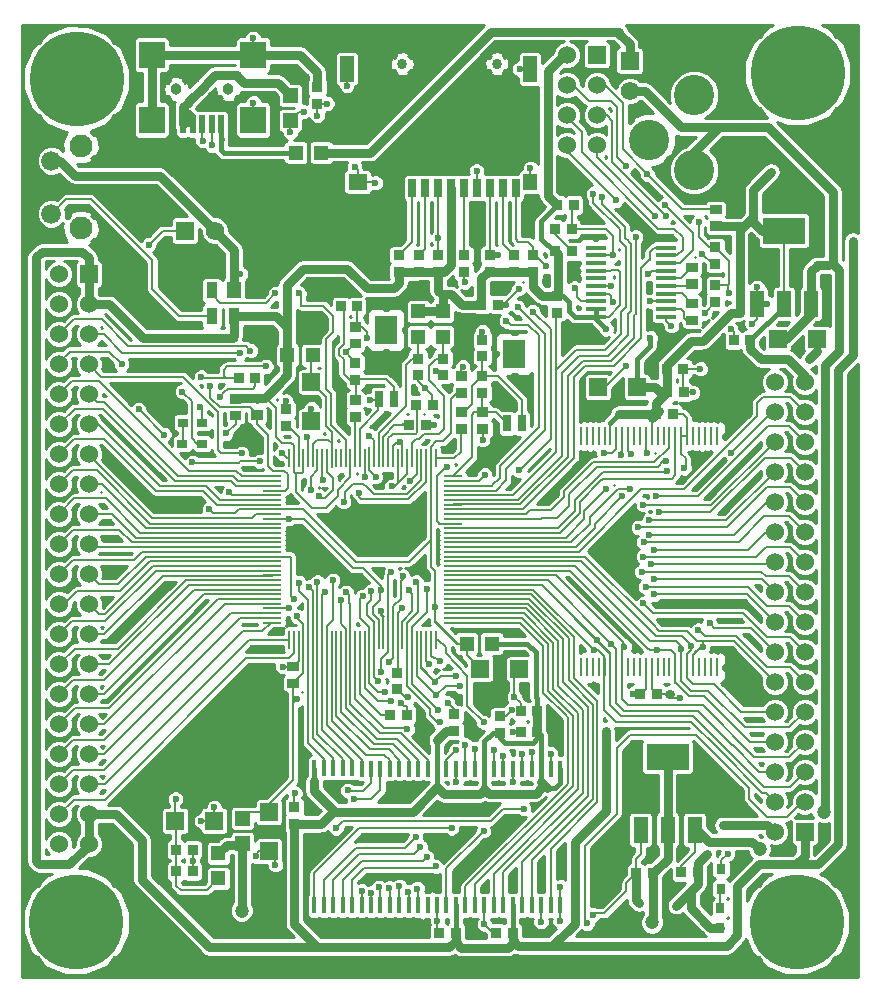
<source format=gtl>
G04 (created by PCBNEW-RS274X (2011-03-30 BZR 2932)-stable) date 25/05/2011 08:23:30*
G01*
G70*
G90*
%MOIN*%
G04 Gerber Fmt 3.4, Leading zero omitted, Abs format*
%FSLAX34Y34*%
G04 APERTURE LIST*
%ADD10C,0.006000*%
%ADD11R,0.060000X0.060000*%
%ADD12C,0.060000*%
%ADD13R,0.062000X0.062000*%
%ADD14C,0.062000*%
%ADD15C,0.314000*%
%ADD16R,0.030000X0.034000*%
%ADD17R,0.034000X0.030000*%
%ADD18R,0.038000X0.032000*%
%ADD19R,0.032000X0.038000*%
%ADD20R,0.026000X0.062000*%
%ADD21R,0.062000X0.054000*%
%ADD22C,0.034000*%
%ADD23R,0.046000X0.086000*%
%ADD24R,0.046000X0.054000*%
%ADD25R,0.020000X0.062000*%
%ADD26C,0.038000*%
%ADD27R,0.086000X0.090000*%
%ADD28C,0.134000*%
%ADD29R,0.050000X0.050000*%
%ADD30C,0.066000*%
%ADD31C,0.076000*%
%ADD32R,0.006000X0.064000*%
%ADD33R,0.064000X0.006000*%
%ADD34R,0.018000X0.054000*%
%ADD35R,0.010000X0.060000*%
%ADD36R,0.070000X0.016000*%
%ADD37R,0.048000X0.088000*%
%ADD38R,0.142000X0.088000*%
%ADD39R,0.038000X0.056000*%
%ADD40R,0.046000X0.056000*%
%ADD41R,0.078000X0.098000*%
%ADD42R,0.026000X0.058000*%
%ADD43C,0.023600*%
%ADD44C,0.047200*%
%ADD45C,0.007500*%
%ADD46C,0.007900*%
%ADD47C,0.031000*%
%ADD48C,0.017000*%
%ADD49C,0.017700*%
%ADD50C,0.020000*%
%ADD51C,0.010000*%
G04 APERTURE END LIST*
G54D10*
G54D11*
X86760Y-70280D03*
G54D12*
X85760Y-70280D03*
X86760Y-65280D03*
X85760Y-69280D03*
X86760Y-64280D03*
X85760Y-68280D03*
X86760Y-63280D03*
X85760Y-67280D03*
X86760Y-62280D03*
X85760Y-66280D03*
X86760Y-61280D03*
X85760Y-65280D03*
X86760Y-60280D03*
X85760Y-64280D03*
X86760Y-59280D03*
X85760Y-63280D03*
X86760Y-58280D03*
X85760Y-62280D03*
X86760Y-57280D03*
X85760Y-61280D03*
X86760Y-56280D03*
X85760Y-60280D03*
X86760Y-55280D03*
X85760Y-59280D03*
X85760Y-58280D03*
X85760Y-57280D03*
X85760Y-55280D03*
X86760Y-69280D03*
X86760Y-68280D03*
X86760Y-67280D03*
X86760Y-66280D03*
X85760Y-56280D03*
G54D11*
X79830Y-44400D03*
G54D12*
X78830Y-44400D03*
X79830Y-45400D03*
X78830Y-45400D03*
X79830Y-46400D03*
X78830Y-46400D03*
X79830Y-47400D03*
X78830Y-47400D03*
G54D13*
X80930Y-44590D03*
G54D14*
X80930Y-45590D03*
G54D11*
X62902Y-51701D03*
G54D12*
X61902Y-51701D03*
X62902Y-56701D03*
X61902Y-52701D03*
X62902Y-57701D03*
X61902Y-53701D03*
X62902Y-58701D03*
X61902Y-54701D03*
X62902Y-59701D03*
X61902Y-55701D03*
X62902Y-60701D03*
X61902Y-56701D03*
X62902Y-61701D03*
X61902Y-57701D03*
X62902Y-62701D03*
X61902Y-58701D03*
X62902Y-63701D03*
X61902Y-59701D03*
X62902Y-64701D03*
X61902Y-60701D03*
X62902Y-65701D03*
X61902Y-61701D03*
X62902Y-66701D03*
X61902Y-62701D03*
X61902Y-63701D03*
X62902Y-67701D03*
X61902Y-64701D03*
X61902Y-66701D03*
X61902Y-67701D03*
X61902Y-68701D03*
X61902Y-69701D03*
X62902Y-68701D03*
X62902Y-69701D03*
X62902Y-52701D03*
X62902Y-53701D03*
X62902Y-54701D03*
X62902Y-55701D03*
X62902Y-70701D03*
X61902Y-70701D03*
X61902Y-65701D03*
G54D15*
X62479Y-73281D03*
X62489Y-45189D03*
X86531Y-44979D03*
X86491Y-73281D03*
G54D16*
X83950Y-72830D03*
X83950Y-73480D03*
G54D17*
X66020Y-57350D03*
X66670Y-57350D03*
G54D16*
X83970Y-71530D03*
X83970Y-72180D03*
G54D17*
X66680Y-56650D03*
X66030Y-56650D03*
G54D18*
X69464Y-56760D03*
X69464Y-56200D03*
G54D19*
X74360Y-56050D03*
X73800Y-56050D03*
G54D18*
X71780Y-55220D03*
X71780Y-54660D03*
G54D10*
G36*
X71590Y-53610D02*
X71590Y-53290D01*
X71970Y-53290D01*
X71970Y-53610D01*
X71590Y-53610D01*
X71590Y-53610D01*
G37*
G36*
X71590Y-54170D02*
X71590Y-53850D01*
X71970Y-53850D01*
X71970Y-54170D01*
X71590Y-54170D01*
X71590Y-54170D01*
G37*
G54D18*
X76020Y-54440D03*
X76020Y-53880D03*
G54D10*
G36*
X75840Y-56460D02*
X75840Y-56140D01*
X76220Y-56140D01*
X76220Y-56460D01*
X75840Y-56460D01*
X75840Y-56460D01*
G37*
G36*
X75840Y-57020D02*
X75840Y-56700D01*
X76220Y-56700D01*
X76220Y-57020D01*
X75840Y-57020D01*
X75840Y-57020D01*
G37*
G54D18*
X74700Y-55070D03*
X74700Y-54510D03*
X73870Y-55070D03*
X73870Y-54510D03*
G54D11*
X70320Y-56600D03*
X70320Y-55300D03*
G54D19*
X66360Y-71607D03*
X65800Y-71607D03*
G54D11*
X67080Y-69917D03*
X65780Y-69917D03*
G54D19*
X66360Y-70887D03*
X65800Y-70887D03*
G54D10*
G36*
X69520Y-64940D02*
X69520Y-64620D01*
X69900Y-64620D01*
X69900Y-64940D01*
X69520Y-64940D01*
X69520Y-64940D01*
G37*
G36*
X69520Y-65500D02*
X69520Y-65180D01*
X69900Y-65180D01*
X69900Y-65500D01*
X69520Y-65500D01*
X69520Y-65500D01*
G37*
G54D11*
X68900Y-70937D03*
X68900Y-69637D03*
X77250Y-64860D03*
X75950Y-64860D03*
G54D19*
X67890Y-55150D03*
X68450Y-55150D03*
G54D18*
X73170Y-65540D03*
X73170Y-64980D03*
G54D10*
G36*
X75130Y-55260D02*
X75130Y-54940D01*
X75510Y-54940D01*
X75510Y-55260D01*
X75130Y-55260D01*
X75130Y-55260D01*
G37*
G36*
X75130Y-55820D02*
X75130Y-55500D01*
X75510Y-55500D01*
X75510Y-55820D01*
X75130Y-55820D01*
X75130Y-55820D01*
G37*
G54D19*
X77030Y-73650D03*
X76470Y-73650D03*
X75130Y-73660D03*
X74570Y-73660D03*
G54D18*
X69750Y-70020D03*
X69750Y-69460D03*
X75070Y-66930D03*
X75070Y-66370D03*
X76610Y-66980D03*
X76610Y-66420D03*
G54D19*
X77850Y-66250D03*
X77290Y-66250D03*
X77850Y-66950D03*
X77290Y-66950D03*
G54D11*
X81170Y-55470D03*
X79870Y-55470D03*
G54D19*
X81840Y-65690D03*
X81280Y-65690D03*
X82170Y-55640D03*
X82730Y-55640D03*
X75980Y-52710D03*
X76540Y-52710D03*
X82720Y-54850D03*
X82160Y-54850D03*
G54D18*
X83780Y-52630D03*
X83780Y-52070D03*
G54D10*
G36*
X82820Y-52840D02*
X82820Y-52520D01*
X83200Y-52520D01*
X83200Y-52840D01*
X82820Y-52840D01*
X82820Y-52840D01*
G37*
G36*
X82820Y-53400D02*
X82820Y-53080D01*
X83200Y-53080D01*
X83200Y-53400D01*
X82820Y-53400D01*
X82820Y-53400D01*
G37*
G54D18*
X83780Y-51360D03*
X83780Y-50800D03*
G54D10*
G36*
X82820Y-51630D02*
X82820Y-51310D01*
X83200Y-51310D01*
X83200Y-51630D01*
X82820Y-51630D01*
X82820Y-51630D01*
G37*
G36*
X82820Y-52190D02*
X82820Y-51870D01*
X83200Y-51870D01*
X83200Y-52190D01*
X82820Y-52190D01*
X82820Y-52190D01*
G37*
G54D19*
X81705Y-71665D03*
X81145Y-71665D03*
X84950Y-53900D03*
X84390Y-53900D03*
X82642Y-71622D03*
X83202Y-71622D03*
G54D18*
X70520Y-46010D03*
X70520Y-45450D03*
G54D11*
X87170Y-53850D03*
X85870Y-53850D03*
G54D19*
X78450Y-50940D03*
X79010Y-50940D03*
G54D20*
X73670Y-48830D03*
X74100Y-48830D03*
X74530Y-48830D03*
X74970Y-48830D03*
X75400Y-48830D03*
X75830Y-48830D03*
X76270Y-48830D03*
X76700Y-48830D03*
X77130Y-48830D03*
G54D21*
X71860Y-48630D03*
G54D22*
X76500Y-44690D03*
X73350Y-44690D03*
G54D23*
X71500Y-44850D03*
X77600Y-44850D03*
G54D24*
X77610Y-48630D03*
G54D25*
X67310Y-46700D03*
X67000Y-46700D03*
X66680Y-46700D03*
X66370Y-46700D03*
X66050Y-46700D03*
G54D26*
X67550Y-45530D03*
X65820Y-45530D03*
G54D27*
X68380Y-46560D03*
X64990Y-44390D03*
X68380Y-44390D03*
X64990Y-46560D03*
G54D13*
X66100Y-50250D03*
G54D14*
X67100Y-50250D03*
G54D28*
X83080Y-45720D03*
X83080Y-48220D03*
X81580Y-47220D03*
G54D29*
X74690Y-53780D03*
X74690Y-52940D03*
X73880Y-53780D03*
X73880Y-52940D03*
X70360Y-54400D03*
X69520Y-54400D03*
X67220Y-71837D03*
X67220Y-70997D03*
G54D10*
G36*
X67770Y-70077D02*
X67770Y-69577D01*
X68270Y-69577D01*
X68270Y-70077D01*
X67770Y-70077D01*
X67770Y-70077D01*
G37*
G36*
X67770Y-70917D02*
X67770Y-70417D01*
X68270Y-70417D01*
X68270Y-70917D01*
X67770Y-70917D01*
X67770Y-70917D01*
G37*
G54D29*
X75490Y-64010D03*
X76330Y-64010D03*
X69800Y-47650D03*
X70640Y-47650D03*
G54D10*
G36*
X69360Y-45990D02*
X69360Y-45490D01*
X69860Y-45490D01*
X69860Y-45990D01*
X69360Y-45990D01*
X69360Y-45990D01*
G37*
G36*
X69360Y-46830D02*
X69360Y-46330D01*
X69860Y-46330D01*
X69860Y-46830D01*
X69360Y-46830D01*
X69360Y-46830D01*
G37*
G54D30*
X61654Y-47913D03*
X61654Y-49683D03*
G54D31*
X62634Y-47413D03*
X62634Y-50173D03*
G54D10*
G36*
X71590Y-56050D02*
X71590Y-55730D01*
X71970Y-55730D01*
X71970Y-56050D01*
X71590Y-56050D01*
X71590Y-56050D01*
G37*
G36*
X71590Y-56610D02*
X71590Y-56290D01*
X71970Y-56290D01*
X71970Y-56610D01*
X71590Y-56610D01*
X71590Y-56610D01*
G37*
G54D19*
X73570Y-56720D03*
X74130Y-56720D03*
X71850Y-52770D03*
X71290Y-52770D03*
G54D10*
G36*
X75130Y-56460D02*
X75130Y-56140D01*
X75510Y-56140D01*
X75510Y-56460D01*
X75130Y-56460D01*
X75130Y-56460D01*
G37*
G36*
X75130Y-57020D02*
X75130Y-56700D01*
X75510Y-56700D01*
X75510Y-57020D01*
X75130Y-57020D01*
X75130Y-57020D01*
G37*
G54D18*
X76020Y-55650D03*
X76020Y-55090D03*
G54D10*
G36*
X68320Y-56000D02*
X68320Y-55680D01*
X68700Y-55680D01*
X68700Y-56000D01*
X68320Y-56000D01*
X68320Y-56000D01*
G37*
G36*
X68320Y-56560D02*
X68320Y-56240D01*
X68700Y-56240D01*
X68700Y-56560D01*
X68320Y-56560D01*
X68320Y-56560D01*
G37*
G36*
X67600Y-56010D02*
X67600Y-55690D01*
X67980Y-55690D01*
X67980Y-56010D01*
X67600Y-56010D01*
X67600Y-56010D01*
G37*
G36*
X67600Y-56570D02*
X67600Y-56250D01*
X67980Y-56250D01*
X67980Y-56570D01*
X67600Y-56570D01*
X67600Y-56570D01*
G37*
G54D19*
X81810Y-56350D03*
X82370Y-56350D03*
X72940Y-66380D03*
X73500Y-66380D03*
G54D18*
X76260Y-51620D03*
X76260Y-51060D03*
X74540Y-51610D03*
X74540Y-51050D03*
X75400Y-51620D03*
X75400Y-51060D03*
X77710Y-51620D03*
X77710Y-51060D03*
X77060Y-51620D03*
X77060Y-51060D03*
X73890Y-51610D03*
X73890Y-51050D03*
X73240Y-51620D03*
X73240Y-51060D03*
G54D10*
G36*
X83610Y-49700D02*
X83610Y-49380D01*
X83990Y-49380D01*
X83990Y-49700D01*
X83610Y-49700D01*
X83610Y-49700D01*
G37*
G36*
X83610Y-50260D02*
X83610Y-49940D01*
X83990Y-49940D01*
X83990Y-50260D01*
X83610Y-50260D01*
X83610Y-50260D01*
G37*
G54D18*
X78490Y-52980D03*
X78490Y-52420D03*
G54D19*
X78510Y-49400D03*
X79070Y-49400D03*
X78990Y-50190D03*
X78430Y-50190D03*
G54D32*
X69580Y-63890D03*
X69730Y-63890D03*
X69890Y-63890D03*
X70050Y-63890D03*
X70210Y-63890D03*
X70360Y-63890D03*
X70520Y-63890D03*
X70680Y-63890D03*
X70840Y-63890D03*
X70990Y-63890D03*
X71150Y-63890D03*
X71310Y-63890D03*
X71470Y-63890D03*
X71620Y-63890D03*
X71780Y-63890D03*
X71940Y-63890D03*
X72090Y-63890D03*
X72250Y-63890D03*
X72410Y-63890D03*
X72570Y-63890D03*
X72720Y-63890D03*
X72880Y-63890D03*
X73040Y-63890D03*
X73200Y-63890D03*
X73350Y-63890D03*
X73510Y-63890D03*
X73670Y-63890D03*
X73830Y-63890D03*
X73980Y-63890D03*
X74140Y-63890D03*
X74300Y-63890D03*
X74460Y-63890D03*
G54D33*
X75040Y-63310D03*
X75040Y-63160D03*
X75040Y-63000D03*
X75040Y-62840D03*
X75040Y-62680D03*
X75040Y-62530D03*
X75040Y-62370D03*
X75040Y-62210D03*
X75040Y-62050D03*
X75040Y-61900D03*
X75040Y-61740D03*
X75040Y-61580D03*
X75040Y-61420D03*
X75040Y-61270D03*
X75040Y-61110D03*
X75040Y-60950D03*
X75040Y-60800D03*
X75040Y-60640D03*
X75040Y-60480D03*
X75040Y-60320D03*
X75040Y-60170D03*
X75040Y-60010D03*
X75040Y-59850D03*
X75040Y-59690D03*
X75040Y-59540D03*
X75040Y-59380D03*
X75040Y-59220D03*
X75040Y-59060D03*
X75040Y-58910D03*
X75040Y-58750D03*
X75040Y-58590D03*
X75040Y-58430D03*
G54D32*
X74460Y-57840D03*
X74300Y-57840D03*
X74140Y-57840D03*
X73980Y-57840D03*
X73830Y-57840D03*
X73670Y-57840D03*
X73510Y-57840D03*
X73350Y-57840D03*
X73200Y-57840D03*
X73040Y-57840D03*
X72880Y-57840D03*
X72720Y-57840D03*
X72570Y-57840D03*
X72410Y-57840D03*
X72250Y-57840D03*
X72090Y-57840D03*
X71940Y-57840D03*
X71780Y-57840D03*
X71620Y-57840D03*
X71470Y-57840D03*
X71310Y-57840D03*
X71150Y-57840D03*
X70990Y-57850D03*
X70840Y-57840D03*
X70680Y-57840D03*
X70520Y-57840D03*
X70360Y-57840D03*
X70210Y-57840D03*
X70050Y-57840D03*
X69890Y-57840D03*
X69730Y-57840D03*
X69580Y-57840D03*
G54D33*
X69000Y-58430D03*
X69000Y-58590D03*
X69000Y-58750D03*
X69000Y-58910D03*
X69000Y-59060D03*
X69000Y-59220D03*
X69000Y-59380D03*
X69000Y-59540D03*
X69000Y-59690D03*
X69000Y-59850D03*
X69000Y-60010D03*
X69000Y-60170D03*
X69000Y-60320D03*
X69000Y-60480D03*
X69000Y-60640D03*
X69000Y-60800D03*
X69000Y-60950D03*
X69000Y-61110D03*
X69000Y-61270D03*
X69000Y-61420D03*
X69000Y-61580D03*
X69000Y-61740D03*
X69000Y-61900D03*
X69000Y-62050D03*
X69000Y-62210D03*
X69000Y-62370D03*
X69000Y-62530D03*
X69000Y-62680D03*
X69000Y-62840D03*
X69000Y-63000D03*
X69000Y-63160D03*
X69000Y-63310D03*
G54D34*
X78600Y-68180D03*
X78290Y-68180D03*
X77970Y-68180D03*
X77660Y-68180D03*
X77340Y-68180D03*
X77030Y-68180D03*
X76710Y-68180D03*
X76400Y-68180D03*
X76080Y-68180D03*
X75770Y-68180D03*
X75450Y-68180D03*
X75140Y-68180D03*
X74820Y-68180D03*
X74510Y-68180D03*
X74190Y-68180D03*
X73880Y-68180D03*
X73560Y-68180D03*
X73250Y-68180D03*
X72930Y-68180D03*
X72620Y-68180D03*
X72300Y-68180D03*
X71990Y-68180D03*
X71990Y-72740D03*
X72300Y-72740D03*
X72620Y-72740D03*
X72930Y-72740D03*
X73250Y-72740D03*
X73560Y-72740D03*
X73880Y-72740D03*
X74190Y-72740D03*
X74510Y-72740D03*
X74820Y-72740D03*
X75140Y-72740D03*
X75450Y-72740D03*
X75770Y-72740D03*
X76080Y-72740D03*
X76400Y-72740D03*
X76710Y-72740D03*
X77030Y-72740D03*
X77340Y-72740D03*
X77660Y-72740D03*
X77970Y-72740D03*
X78290Y-72740D03*
X78600Y-72740D03*
X71680Y-68170D03*
X71360Y-68170D03*
X71050Y-68170D03*
X70730Y-68170D03*
X70420Y-68170D03*
X70420Y-72740D03*
X70730Y-72740D03*
X71050Y-72740D03*
X71360Y-72740D03*
X71680Y-72740D03*
G54D35*
X83830Y-57100D03*
X83630Y-57100D03*
X83430Y-57100D03*
X83240Y-57100D03*
X83040Y-57100D03*
X82840Y-57100D03*
X82650Y-57100D03*
X82450Y-57100D03*
X82250Y-57100D03*
X82060Y-57100D03*
X81860Y-57100D03*
X81660Y-57100D03*
X81460Y-57100D03*
X81270Y-57100D03*
X81070Y-57100D03*
X80870Y-57100D03*
X80680Y-57100D03*
X80480Y-57100D03*
X80280Y-57100D03*
X80090Y-57100D03*
X79890Y-57100D03*
X79690Y-57100D03*
X79500Y-57100D03*
X79300Y-57100D03*
X79300Y-64800D03*
X79500Y-64800D03*
X79690Y-64800D03*
X79890Y-64800D03*
X80090Y-64800D03*
X80280Y-64800D03*
X80480Y-64800D03*
X80680Y-64800D03*
X80870Y-64800D03*
X81070Y-64800D03*
X81270Y-64800D03*
X81460Y-64800D03*
X81660Y-64800D03*
X81860Y-64800D03*
X82060Y-64800D03*
X82250Y-64800D03*
X82450Y-64800D03*
X82650Y-64800D03*
X82840Y-64800D03*
X83040Y-64800D03*
X83240Y-64800D03*
X83430Y-64800D03*
X83630Y-64800D03*
X83830Y-64800D03*
G54D36*
X82140Y-53120D03*
X82140Y-52860D03*
X82140Y-52600D03*
X82140Y-52350D03*
X82140Y-52090D03*
X82140Y-51840D03*
X82140Y-51580D03*
X82140Y-51330D03*
X82140Y-51070D03*
X82140Y-50810D03*
X79800Y-50810D03*
X79800Y-51070D03*
X79800Y-51330D03*
X79800Y-51580D03*
X79800Y-51840D03*
X79800Y-52090D03*
X79800Y-52350D03*
X79800Y-52600D03*
X79800Y-52860D03*
X79800Y-53120D03*
G54D37*
X81289Y-70224D03*
X82189Y-70224D03*
X83089Y-70224D03*
G54D38*
X82189Y-67784D03*
G54D37*
X85170Y-52690D03*
X86070Y-52690D03*
X86970Y-52690D03*
G54D38*
X86070Y-50250D03*
G54D39*
X67000Y-52240D03*
X67000Y-53100D03*
X67740Y-53100D03*
G54D40*
X67740Y-52240D03*
G54D41*
X72805Y-53555D03*
G54D42*
X72555Y-55875D03*
X73065Y-55875D03*
G54D41*
X77080Y-54355D03*
G54D42*
X76830Y-56675D03*
X77340Y-56675D03*
G54D43*
X81580Y-59900D03*
X70770Y-62300D03*
X81640Y-61350D03*
X72312Y-62264D03*
X72566Y-72135D03*
X72540Y-65270D03*
X81376Y-61112D03*
X72024Y-62432D03*
X72912Y-72152D03*
X72780Y-65620D03*
X81820Y-59100D03*
X69912Y-61984D03*
X83220Y-63550D03*
X75264Y-65432D03*
X73952Y-70800D03*
X74470Y-65740D03*
X68287Y-54248D03*
X71913Y-58986D03*
X71392Y-59288D03*
X67945Y-54327D03*
X76720Y-67760D03*
X80752Y-64122D03*
X76400Y-67568D03*
X81834Y-64220D03*
X82976Y-64094D03*
X75450Y-67392D03*
X83366Y-64124D03*
X75136Y-67568D03*
X81740Y-60880D03*
X71140Y-70160D03*
X77400Y-69520D03*
X74248Y-64696D03*
X71750Y-69200D03*
X70228Y-62126D03*
X81382Y-59390D03*
X83590Y-63330D03*
X75150Y-65080D03*
X73792Y-70468D03*
X74450Y-65290D03*
X81750Y-62370D03*
X74176Y-62180D03*
X74160Y-71120D03*
X74530Y-66230D03*
X73812Y-61952D03*
X81460Y-62120D03*
X74460Y-71438D03*
X74589Y-66628D03*
X81736Y-61868D03*
X71990Y-72248D03*
X73364Y-61768D03*
X72908Y-64624D03*
X81326Y-61618D03*
X72984Y-61628D03*
X72644Y-64972D03*
X72300Y-72320D03*
X72960Y-65930D03*
X73248Y-72104D03*
X78288Y-67680D03*
X79730Y-64240D03*
X77344Y-67680D03*
X80310Y-64010D03*
X76064Y-70256D03*
X76060Y-66630D03*
X72246Y-57078D03*
X67008Y-47402D03*
X80148Y-58872D03*
X80056Y-57664D03*
X67988Y-57669D03*
X70300Y-58880D03*
X66614Y-56118D03*
X76100Y-58390D03*
X77696Y-52944D03*
X77254Y-58240D03*
X74528Y-50496D03*
X63988Y-54689D03*
X66350Y-57972D03*
X68606Y-57937D03*
X70563Y-59094D03*
X64555Y-56205D03*
X65406Y-57047D03*
X72180Y-53840D03*
X72256Y-55904D03*
X69120Y-52340D03*
X69910Y-52340D03*
X74840Y-58110D03*
X78144Y-51440D03*
X64902Y-50709D03*
X66949Y-55433D03*
X81920Y-59640D03*
X70520Y-61956D03*
X81208Y-60138D03*
X71032Y-61896D03*
X79504Y-73335D03*
X74602Y-64606D03*
X71528Y-68908D03*
X79846Y-63908D03*
X77664Y-67632D03*
X75760Y-67520D03*
X82640Y-64192D03*
X82170Y-58260D03*
X82740Y-58160D03*
X75424Y-51968D03*
X76820Y-53260D03*
X76552Y-51064D03*
X77200Y-52800D03*
X80650Y-57710D03*
X80680Y-59090D03*
X80964Y-57696D03*
X80932Y-58850D03*
X66693Y-47244D03*
X72464Y-58452D03*
X81780Y-49750D03*
X80290Y-52090D03*
X82100Y-49390D03*
X80470Y-49240D03*
X82130Y-49760D03*
X80360Y-52630D03*
X80368Y-51062D03*
X81130Y-50460D03*
G54D44*
X67992Y-72913D03*
X81673Y-73307D03*
G54D43*
X84200Y-71010D03*
X88370Y-50590D03*
X80140Y-53530D03*
X81610Y-53810D03*
X85650Y-48280D03*
X82256Y-65700D03*
X82589Y-65817D03*
X80130Y-66910D03*
G54D44*
X87390Y-69630D03*
X85260Y-70860D03*
G54D43*
X84310Y-57650D03*
X82130Y-57940D03*
X69335Y-57666D03*
X81240Y-72660D03*
X82480Y-72750D03*
X84040Y-70070D03*
X79090Y-52160D03*
X77230Y-52190D03*
X84240Y-52340D03*
X83230Y-49950D03*
X80800Y-54760D03*
X83280Y-54850D03*
X86900Y-54540D03*
X83520Y-71010D03*
X82320Y-53420D03*
X79695Y-73051D03*
X78602Y-72116D03*
X66016Y-55614D03*
X66654Y-55118D03*
X70712Y-58552D03*
X69572Y-62840D03*
X69360Y-64778D03*
X81490Y-57670D03*
X77030Y-68630D03*
X69770Y-69000D03*
X85004Y-53348D03*
X85170Y-52130D03*
X85520Y-52690D03*
X76810Y-52710D03*
X72448Y-48656D03*
X74097Y-55487D03*
X74859Y-65989D03*
X76993Y-66217D03*
X77040Y-66950D03*
X77080Y-65790D03*
X67953Y-51693D03*
X73620Y-58580D03*
X70056Y-46280D03*
X70158Y-57137D03*
X74510Y-73248D03*
X76080Y-73360D03*
X72640Y-62216D03*
X73560Y-62230D03*
X69620Y-46970D03*
X84290Y-53530D03*
X74990Y-70160D03*
X77970Y-73290D03*
X78600Y-73260D03*
X75140Y-68630D03*
X83030Y-55640D03*
X81030Y-65690D03*
X69464Y-55924D03*
X72094Y-58444D03*
X71500Y-45410D03*
X71760Y-48128D03*
X75824Y-48256D03*
X77616Y-48168D03*
X77260Y-44860D03*
X74470Y-54940D03*
X69120Y-71387D03*
X66650Y-69927D03*
X67080Y-69467D03*
X66360Y-71257D03*
X73550Y-65804D03*
X68808Y-54772D03*
X75368Y-54792D03*
X70320Y-56180D03*
X68470Y-71107D03*
X71482Y-54299D03*
X74420Y-56720D03*
X73260Y-57280D03*
X76020Y-53610D03*
X76030Y-57220D03*
X70840Y-46010D03*
X70520Y-46410D03*
X69584Y-59850D03*
X73292Y-65990D03*
X73552Y-72280D03*
X68382Y-45984D03*
X68370Y-43828D03*
X83428Y-52994D03*
X81590Y-52600D03*
X83348Y-51010D03*
X81540Y-51690D03*
X67465Y-57008D03*
X67583Y-58969D03*
X81580Y-60380D03*
X71288Y-62552D03*
X80010Y-49140D03*
X81510Y-48360D03*
X79710Y-49020D03*
X80800Y-48100D03*
X69752Y-62536D03*
X81384Y-62672D03*
X69848Y-63104D03*
X69836Y-65872D03*
X72640Y-62910D03*
X66909Y-59539D03*
X67264Y-55783D03*
X73350Y-62840D03*
X74432Y-62808D03*
X65792Y-69193D03*
X72990Y-58770D03*
X71472Y-62296D03*
X81390Y-60630D03*
X73520Y-66870D03*
X73848Y-72176D03*
G54D45*
X81580Y-59900D02*
X84140Y-59900D01*
X70680Y-62472D02*
X70680Y-62390D01*
X70680Y-63890D02*
X70680Y-62472D01*
X70680Y-62390D02*
X70770Y-62300D01*
X84140Y-59900D02*
X85760Y-58280D01*
X71680Y-67880D02*
X71680Y-68170D01*
X70680Y-66880D02*
X71680Y-67880D01*
X70680Y-63890D02*
X70680Y-66880D01*
X81640Y-61350D02*
X85690Y-61350D01*
X72312Y-62264D02*
X72312Y-62464D01*
X72312Y-62464D02*
X72312Y-62552D01*
X72312Y-62552D02*
X72176Y-62688D01*
X72176Y-62740D02*
X72176Y-62688D01*
X85690Y-61350D02*
X85760Y-61280D01*
X72410Y-63294D02*
X72410Y-63890D01*
X72176Y-63060D02*
X72410Y-63294D01*
X72619Y-72740D02*
X72620Y-72740D01*
X72620Y-72204D02*
X72620Y-72740D01*
X72566Y-72135D02*
X72620Y-72204D01*
X72172Y-62736D02*
X72176Y-62740D01*
X72176Y-62740D02*
X72176Y-63060D01*
X72410Y-63890D02*
X72410Y-65130D01*
X72540Y-65270D02*
X72410Y-65130D01*
X81376Y-61112D02*
X85138Y-61112D01*
X71936Y-63160D02*
X71936Y-62520D01*
X71936Y-62520D02*
X72024Y-62432D01*
X72250Y-63890D02*
X72250Y-63474D01*
X72250Y-63474D02*
X71936Y-63160D01*
X86270Y-60790D02*
X86760Y-61280D01*
X85460Y-60790D02*
X86270Y-60790D01*
X85138Y-61112D02*
X85460Y-60790D01*
X72930Y-72170D02*
X72930Y-72740D01*
X72912Y-72152D02*
X72930Y-72170D01*
X72250Y-63890D02*
X72250Y-65330D01*
X72780Y-65620D02*
X72540Y-65620D01*
X72540Y-65620D02*
X72250Y-65330D01*
X86250Y-56770D02*
X86760Y-57280D01*
X85540Y-56770D02*
X86250Y-56770D01*
X83210Y-59100D02*
X85540Y-56770D01*
X81820Y-59100D02*
X83210Y-59100D01*
X70210Y-67340D02*
X70730Y-67870D01*
X70210Y-63890D02*
X70210Y-67340D01*
X69920Y-62256D02*
X70210Y-62546D01*
X69912Y-61984D02*
X69920Y-61992D01*
X69920Y-61992D02*
X69920Y-62256D01*
X70730Y-67870D02*
X70730Y-68170D01*
X70210Y-62546D02*
X70210Y-63890D01*
X83220Y-63550D02*
X83230Y-63550D01*
G54D46*
X75264Y-65432D02*
X75252Y-65420D01*
X74470Y-65740D02*
X74790Y-65420D01*
X75252Y-65420D02*
X74790Y-65420D01*
G54D45*
X86270Y-64790D02*
X86760Y-65280D01*
X85520Y-64790D02*
X86270Y-64790D01*
X84480Y-63750D02*
X85520Y-64790D01*
X83430Y-63750D02*
X84480Y-63750D01*
X83230Y-63550D02*
X83430Y-63750D01*
G54D46*
X71050Y-72740D02*
X71050Y-71890D01*
X71910Y-71030D02*
X71050Y-71890D01*
X73952Y-70800D02*
X73722Y-71030D01*
X71050Y-71890D02*
X71050Y-72740D01*
X74470Y-65740D02*
X74470Y-65730D01*
X71910Y-71030D02*
X73722Y-71030D01*
X73950Y-70810D02*
X73730Y-71030D01*
X74470Y-65740D02*
X73830Y-65090D01*
X71910Y-71030D02*
X71050Y-71890D01*
X71050Y-71890D02*
X71050Y-72740D01*
G54D45*
X73830Y-65090D02*
X73830Y-63890D01*
G54D46*
X74470Y-65730D02*
X73830Y-65090D01*
X74800Y-65420D02*
X74470Y-65740D01*
X75260Y-65420D02*
X74800Y-65420D01*
X71910Y-71030D02*
X71050Y-71890D01*
X73730Y-71030D02*
X71910Y-71030D01*
G54D45*
X68126Y-54087D02*
X64221Y-54087D01*
X63339Y-53205D02*
X62398Y-53205D01*
X68287Y-54248D02*
X68126Y-54087D01*
X72016Y-59198D02*
X71984Y-59198D01*
X71913Y-59127D02*
X71913Y-58986D01*
X71984Y-59198D02*
X71913Y-59127D01*
X72016Y-59198D02*
X72042Y-59198D01*
X74140Y-58610D02*
X74140Y-57840D01*
X72042Y-59198D02*
X73554Y-59196D01*
X73554Y-59196D02*
X74140Y-58610D01*
X62398Y-53205D02*
X61902Y-53701D01*
X64221Y-54087D02*
X63339Y-53205D01*
X72392Y-59032D02*
X72168Y-58808D01*
X71584Y-58816D02*
X71584Y-58812D01*
X71584Y-58812D02*
X71712Y-58684D01*
X71584Y-58816D02*
X71428Y-58972D01*
X71392Y-59288D02*
X71428Y-59252D01*
X73980Y-58550D02*
X73498Y-59032D01*
X73498Y-59032D02*
X72392Y-59032D01*
X72044Y-58684D02*
X72168Y-58808D01*
X71712Y-58684D02*
X72044Y-58684D01*
X71428Y-59252D02*
X71428Y-58972D01*
X67937Y-54319D02*
X64012Y-54319D01*
X64012Y-54319D02*
X63394Y-53701D01*
X67945Y-54327D02*
X67937Y-54319D01*
X73980Y-57840D02*
X73980Y-58550D01*
X63394Y-53701D02*
X62902Y-53701D01*
X83070Y-66070D02*
X83360Y-66070D01*
X86250Y-67790D02*
X86760Y-67280D01*
X85080Y-67790D02*
X86250Y-67790D01*
X83360Y-66070D02*
X85080Y-67790D01*
X76710Y-68180D02*
X76710Y-67770D01*
X76720Y-67760D02*
X76710Y-67770D01*
X80670Y-64800D02*
X80670Y-65870D01*
X80670Y-65870D02*
X80870Y-66070D01*
X80870Y-66070D02*
X83070Y-66070D01*
X75040Y-61740D02*
X78480Y-61740D01*
X78480Y-61740D02*
X80670Y-63930D01*
X80752Y-64012D02*
X80670Y-63930D01*
X76710Y-68180D02*
X76710Y-67740D01*
X80680Y-64800D02*
X80680Y-64194D01*
X80680Y-64194D02*
X80752Y-64122D01*
X80752Y-64122D02*
X80752Y-64012D01*
X80680Y-64800D02*
X80670Y-64800D01*
X82970Y-65750D02*
X83400Y-65750D01*
X84930Y-67280D02*
X85760Y-67280D01*
X83400Y-65750D02*
X84930Y-67280D01*
X82440Y-65330D02*
X82470Y-65330D01*
X82440Y-64800D02*
X82440Y-65330D01*
X82890Y-65750D02*
X82970Y-65750D01*
X82470Y-65330D02*
X82890Y-65750D01*
X82450Y-64370D02*
X82450Y-64800D01*
X82300Y-64220D02*
X82342Y-64262D01*
X81834Y-64220D02*
X82300Y-64220D01*
X82342Y-64262D02*
X82450Y-64370D01*
X76400Y-68180D02*
X76400Y-67568D01*
X82450Y-64800D02*
X82440Y-64800D01*
X82440Y-64800D02*
X82440Y-64360D01*
X75040Y-61580D02*
X78950Y-61580D01*
X81590Y-64220D02*
X81520Y-64150D01*
X81590Y-64220D02*
X81834Y-64220D01*
X81520Y-64150D02*
X78950Y-61580D01*
X75039Y-61580D02*
X75040Y-61580D01*
X83050Y-65370D02*
X83730Y-65370D01*
X82975Y-65295D02*
X83050Y-65370D01*
X84640Y-66280D02*
X85760Y-66280D01*
X83730Y-65370D02*
X84640Y-66280D01*
X82980Y-65300D02*
X82975Y-65295D01*
X82975Y-65295D02*
X82960Y-65280D01*
X82960Y-65280D02*
X82840Y-65160D01*
X79320Y-61260D02*
X75040Y-61260D01*
X75450Y-68180D02*
X75450Y-67638D01*
X81800Y-63750D02*
X79320Y-61260D01*
X75039Y-61270D02*
X75040Y-61270D01*
X82664Y-63750D02*
X82976Y-64062D01*
X82830Y-64790D02*
X82840Y-64800D01*
X82976Y-64062D02*
X82976Y-64094D01*
X82976Y-64226D02*
X82976Y-64094D01*
X75450Y-67392D02*
X75450Y-67638D01*
X82830Y-64372D02*
X82976Y-64226D01*
X82664Y-63750D02*
X81800Y-63750D01*
X82840Y-65160D02*
X82840Y-64800D01*
X75039Y-61270D02*
X75040Y-61260D01*
X82830Y-64372D02*
X82830Y-64790D01*
X83306Y-64124D02*
X83200Y-64230D01*
X83200Y-64230D02*
X83154Y-64273D01*
X83154Y-64273D02*
X83030Y-64390D01*
X83040Y-64390D02*
X83200Y-64230D01*
X83366Y-64124D02*
X83306Y-64124D01*
X83366Y-63930D02*
X83366Y-64124D01*
X83366Y-63930D02*
X83620Y-63930D01*
X83170Y-63930D02*
X83366Y-63930D01*
X83620Y-63930D02*
X84410Y-63930D01*
X84410Y-63930D02*
X85760Y-65280D01*
X79440Y-61110D02*
X81700Y-63370D01*
X75040Y-61110D02*
X79440Y-61110D01*
X81700Y-63370D02*
X81700Y-63370D01*
X75040Y-61110D02*
X75040Y-61110D01*
X82830Y-63590D02*
X83170Y-63930D01*
X81700Y-63370D02*
X81920Y-63590D01*
X74820Y-67884D02*
X75136Y-67568D01*
X83040Y-64800D02*
X83040Y-64390D01*
X74820Y-67892D02*
X74820Y-68180D01*
X83040Y-64800D02*
X83030Y-64800D01*
X75136Y-67568D02*
X74820Y-67884D01*
X74820Y-67892D02*
X74820Y-67884D01*
X81920Y-63590D02*
X82830Y-63590D01*
X75039Y-61110D02*
X75040Y-61110D01*
X62338Y-55248D02*
X63225Y-55248D01*
X61902Y-55701D02*
X61902Y-55684D01*
X67815Y-58252D02*
X67993Y-58430D01*
G54D46*
X68999Y-58430D02*
X69000Y-58430D01*
G54D45*
X67993Y-58430D02*
X69000Y-58430D01*
X61902Y-55684D02*
X62338Y-55248D01*
X63225Y-55248D02*
X66229Y-58252D01*
X66229Y-58252D02*
X67815Y-58252D01*
X62902Y-68701D02*
X63425Y-68701D01*
X63425Y-68701D02*
X68236Y-63890D01*
X68236Y-63890D02*
X69580Y-63890D01*
X69000Y-61744D02*
X69000Y-61740D01*
X62902Y-63701D02*
X63409Y-63701D01*
X65366Y-61744D02*
X69000Y-61744D01*
X63409Y-63701D02*
X65366Y-61744D01*
X63448Y-63260D02*
X62343Y-63260D01*
X69000Y-61580D02*
X65128Y-61580D01*
X62343Y-63260D02*
X61902Y-63701D01*
X65128Y-61580D02*
X63448Y-63260D01*
X63240Y-63028D02*
X63436Y-63028D01*
X63436Y-63028D02*
X65044Y-61420D01*
X62913Y-62701D02*
X63240Y-63028D01*
X62902Y-62701D02*
X62913Y-62701D01*
X65044Y-61420D02*
X69000Y-61420D01*
X62504Y-62256D02*
X63933Y-62256D01*
X61902Y-62701D02*
X62059Y-62701D01*
X62059Y-62701D02*
X62504Y-62256D01*
X69000Y-61267D02*
X69000Y-61270D01*
X63933Y-62256D02*
X64922Y-61267D01*
X64922Y-61267D02*
X69000Y-61267D01*
X69000Y-63160D02*
X67954Y-63160D01*
X67954Y-63160D02*
X63413Y-67701D01*
X63413Y-67701D02*
X62902Y-67701D01*
X67629Y-63000D02*
X63401Y-67228D01*
X63401Y-67228D02*
X62375Y-67228D01*
X69000Y-63000D02*
X67629Y-63000D01*
X62375Y-67228D02*
X61902Y-67701D01*
X67430Y-62680D02*
X69000Y-62680D01*
X63409Y-66701D02*
X67430Y-62680D01*
X62902Y-66701D02*
X63409Y-66701D01*
X66729Y-62370D02*
X63398Y-65701D01*
X69000Y-62370D02*
X66729Y-62370D01*
X63398Y-65701D02*
X62902Y-65701D01*
X61902Y-64700D02*
X62425Y-64177D01*
X69000Y-61897D02*
X69000Y-61900D01*
X61902Y-64701D02*
X61902Y-64700D01*
X63862Y-64177D02*
X66142Y-61897D01*
X62425Y-64177D02*
X63862Y-64177D01*
X66142Y-61897D02*
X69000Y-61897D01*
X62902Y-59701D02*
X63681Y-59701D01*
X64460Y-60480D02*
X69000Y-60480D01*
X63681Y-59701D02*
X64460Y-60480D01*
X61902Y-59701D02*
X61902Y-59678D01*
X64610Y-60320D02*
X69000Y-60320D01*
X63460Y-59170D02*
X64610Y-60320D01*
X61902Y-59678D02*
X62410Y-59170D01*
X62410Y-59170D02*
X63460Y-59170D01*
X65001Y-59831D02*
X68342Y-59831D01*
X69000Y-59693D02*
X69000Y-59690D01*
X68342Y-59831D02*
X68480Y-59693D01*
X62902Y-57732D02*
X65001Y-59831D01*
X62902Y-57701D02*
X62902Y-57732D01*
X68480Y-59693D02*
X69000Y-59693D01*
X67793Y-58750D02*
X67626Y-58583D01*
X62422Y-56181D02*
X61902Y-56701D01*
X69000Y-58750D02*
X67793Y-58750D01*
X65772Y-58583D02*
X63370Y-56181D01*
X63370Y-56181D02*
X62422Y-56181D01*
X67626Y-58583D02*
X65772Y-58583D01*
X81740Y-60880D02*
X84870Y-60880D01*
X71140Y-70160D02*
X71380Y-69920D01*
X76300Y-69920D02*
X76700Y-69520D01*
X71380Y-69920D02*
X76300Y-69920D01*
X76700Y-69520D02*
X77400Y-69520D01*
X85470Y-60280D02*
X85760Y-60280D01*
X84870Y-60880D02*
X85470Y-60280D01*
X72620Y-68900D02*
X72320Y-69200D01*
X72620Y-68180D02*
X72620Y-68900D01*
X74140Y-64588D02*
X74140Y-63890D01*
X72320Y-69200D02*
X71750Y-69200D01*
X74248Y-64696D02*
X74140Y-64588D01*
X81382Y-59390D02*
X83650Y-59390D01*
X83650Y-59390D02*
X85760Y-57280D01*
X70360Y-62258D02*
X70228Y-62126D01*
X81382Y-59390D02*
X81394Y-59378D01*
X70360Y-62348D02*
X70360Y-62258D01*
X70360Y-63890D02*
X70360Y-62348D01*
X70360Y-67144D02*
X71050Y-67834D01*
X71050Y-67834D02*
X71050Y-68170D01*
X70360Y-63890D02*
X70360Y-67144D01*
X74450Y-65290D02*
X74450Y-65270D01*
X84970Y-63490D02*
X85760Y-64280D01*
X83750Y-63490D02*
X84970Y-63490D01*
X83590Y-63330D02*
X83750Y-63490D01*
X74640Y-65080D02*
X75150Y-65080D01*
X74450Y-65270D02*
X74640Y-65080D01*
X73980Y-64810D02*
X73980Y-63890D01*
X70730Y-71880D02*
X70730Y-72740D01*
X74444Y-65284D02*
X73990Y-64820D01*
X74450Y-65280D02*
X73980Y-64810D01*
X74444Y-65284D02*
X74450Y-65290D01*
X74450Y-65290D02*
X74450Y-65280D01*
X73800Y-70460D02*
X73450Y-70820D01*
X71790Y-70820D02*
X70730Y-71880D01*
X70730Y-72740D02*
X70730Y-71880D01*
X73450Y-70820D02*
X71790Y-70820D01*
X71800Y-70810D02*
X70730Y-71880D01*
X73450Y-70810D02*
X71800Y-70810D01*
X73792Y-70468D02*
X73450Y-70810D01*
X81750Y-62370D02*
X84850Y-62370D01*
X84850Y-62370D02*
X85760Y-63280D01*
X73670Y-63890D02*
X73670Y-65370D01*
X71360Y-71890D02*
X71360Y-72740D01*
X81752Y-62371D02*
X81751Y-62371D01*
X81751Y-62371D02*
X81750Y-62370D01*
X74096Y-63024D02*
X73670Y-63450D01*
X73670Y-63890D02*
X73670Y-63450D01*
X74176Y-62180D02*
X74176Y-62944D01*
X74176Y-62944D02*
X74096Y-63024D01*
X74160Y-71120D02*
X74033Y-71247D01*
X74033Y-71247D02*
X72003Y-71247D01*
X74530Y-66230D02*
X73670Y-65370D01*
X71359Y-72740D02*
X71360Y-72750D01*
X71359Y-72740D02*
X71360Y-72740D01*
X71360Y-71890D02*
X71360Y-72750D01*
X72003Y-71247D02*
X71360Y-71890D01*
X81460Y-62120D02*
X84860Y-62120D01*
X73880Y-62968D02*
X73510Y-63338D01*
X73510Y-63890D02*
X73510Y-63338D01*
X73880Y-62968D02*
X73880Y-62020D01*
X73880Y-62020D02*
X73812Y-61952D01*
X86250Y-62770D02*
X86760Y-63280D01*
X85510Y-62770D02*
X86250Y-62770D01*
X84860Y-62120D02*
X85510Y-62770D01*
X72080Y-71490D02*
X71680Y-71890D01*
X74460Y-71438D02*
X74460Y-71440D01*
X74279Y-66203D02*
X74279Y-66401D01*
X74279Y-66401D02*
X74279Y-66402D01*
X71680Y-71890D02*
X71680Y-72740D01*
X72080Y-71490D02*
X71680Y-71890D01*
X74410Y-71490D02*
X72080Y-71490D01*
X74460Y-71440D02*
X74410Y-71490D01*
X74460Y-71440D02*
X74410Y-71490D01*
X73510Y-65368D02*
X73510Y-65434D01*
X73510Y-65434D02*
X74279Y-66203D01*
X74589Y-66628D02*
X74589Y-66630D01*
X74589Y-66630D02*
X74510Y-66630D01*
X71680Y-72740D02*
X71680Y-71890D01*
X74510Y-66630D02*
X74279Y-66402D01*
X74410Y-71490D02*
X72080Y-71490D01*
X73510Y-65368D02*
X73510Y-63890D01*
X81736Y-61868D02*
X85348Y-61868D01*
X85348Y-61868D02*
X85760Y-62280D01*
X71990Y-72740D02*
X71990Y-72248D01*
X71990Y-72248D02*
X71990Y-72230D01*
X73040Y-64492D02*
X73028Y-64504D01*
X73040Y-63890D02*
X73040Y-64492D01*
X73047Y-64504D02*
X73047Y-64485D01*
X73028Y-64504D02*
X73047Y-64504D01*
X73300Y-62510D02*
X73300Y-61916D01*
X73040Y-63890D02*
X73040Y-62770D01*
X81736Y-61868D02*
X81744Y-61860D01*
X73028Y-64504D02*
X73047Y-64485D01*
X73040Y-62770D02*
X73300Y-62510D01*
X73040Y-64504D02*
X73040Y-63890D01*
X73364Y-61768D02*
X73364Y-61852D01*
X73364Y-61852D02*
X73300Y-61916D01*
X72908Y-64624D02*
X73028Y-64504D01*
X73047Y-64485D02*
X72908Y-64624D01*
X81326Y-61618D02*
X85318Y-61618D01*
X72880Y-63890D02*
X72880Y-61732D01*
X72984Y-61628D02*
X72880Y-61732D01*
X86250Y-61770D02*
X86760Y-62280D01*
X85470Y-61770D02*
X86250Y-61770D01*
X85318Y-61618D02*
X85470Y-61770D01*
X72867Y-64295D02*
X72880Y-64282D01*
X72644Y-64526D02*
X72644Y-64518D01*
X72880Y-63890D02*
X72880Y-64282D01*
X72867Y-64295D02*
X72644Y-64518D01*
X72644Y-64526D02*
X72644Y-64972D01*
X72300Y-72320D02*
X72300Y-72310D01*
X72300Y-72740D02*
X72300Y-72320D01*
X72940Y-66380D02*
X72940Y-66380D01*
X72630Y-66380D02*
X72940Y-66380D01*
X71940Y-65690D02*
X72630Y-66380D01*
X71940Y-63890D02*
X71940Y-65690D01*
X72090Y-65490D02*
X72100Y-65500D01*
X72530Y-65930D02*
X72960Y-65930D01*
X72090Y-65490D02*
X72090Y-63890D01*
X73250Y-72740D02*
X73250Y-72106D01*
X72100Y-65500D02*
X72530Y-65930D01*
X73248Y-72104D02*
X73250Y-72106D01*
X77590Y-59560D02*
X78300Y-59560D01*
X78300Y-59560D02*
X78740Y-59130D01*
X77470Y-59690D02*
X77590Y-59560D01*
X79710Y-57970D02*
X81751Y-57970D01*
X78740Y-59130D02*
X78740Y-58940D01*
X75040Y-59690D02*
X77470Y-59690D01*
X81751Y-57970D02*
X82250Y-57480D01*
X78740Y-58940D02*
X79710Y-57970D01*
X82250Y-57100D02*
X82250Y-57100D01*
X82250Y-57480D02*
X82250Y-57100D01*
X83890Y-67530D02*
X85350Y-68990D01*
X85470Y-68990D02*
X85760Y-69280D01*
X85350Y-68990D02*
X85470Y-68990D01*
X82620Y-66610D02*
X82970Y-66610D01*
X82970Y-66610D02*
X83890Y-67530D01*
X80080Y-64800D02*
X80080Y-66230D01*
X78290Y-68180D02*
X78290Y-67682D01*
X79880Y-64240D02*
X80080Y-64440D01*
X80080Y-64440D02*
X80080Y-64800D01*
X78288Y-67680D02*
X78290Y-67682D01*
X79730Y-64210D02*
X79730Y-64240D01*
X75040Y-62210D02*
X77720Y-62210D01*
X80080Y-66230D02*
X80460Y-66610D01*
X80090Y-64800D02*
X80080Y-64800D01*
X75040Y-62210D02*
X75040Y-62210D01*
X79730Y-64240D02*
X79880Y-64240D01*
X82620Y-66610D02*
X80460Y-66610D01*
X77720Y-62210D02*
X79730Y-64210D01*
X78220Y-65600D02*
X79052Y-66432D01*
X75770Y-72030D02*
X79052Y-68748D01*
X77340Y-63160D02*
X78218Y-64038D01*
X79052Y-66432D02*
X79052Y-68748D01*
X77040Y-63160D02*
X77340Y-63160D01*
X78218Y-64318D02*
X78220Y-64320D01*
X78218Y-64038D02*
X78218Y-64318D01*
X75040Y-63160D02*
X77040Y-63160D01*
X75770Y-72030D02*
X75770Y-72740D01*
X78220Y-64320D02*
X78220Y-65600D01*
G54D46*
X78380Y-65510D02*
X79211Y-66341D01*
X78380Y-64200D02*
X78380Y-65510D01*
X79211Y-66341D02*
X79211Y-68871D01*
X76400Y-71682D02*
X79211Y-68871D01*
G54D45*
X75040Y-63000D02*
X77170Y-63000D01*
X78380Y-63980D02*
X78380Y-64200D01*
X77400Y-63000D02*
X78380Y-63980D01*
G54D46*
X76400Y-71682D02*
X76400Y-72740D01*
G54D45*
X77170Y-63000D02*
X77400Y-63000D01*
X75040Y-62530D02*
X77500Y-62530D01*
X77660Y-71220D02*
X77660Y-72740D01*
X79692Y-66043D02*
X79692Y-69178D01*
X78890Y-63910D02*
X78890Y-65230D01*
X77660Y-71220D02*
X79692Y-69178D01*
X77614Y-62546D02*
X78890Y-63822D01*
X77500Y-62530D02*
X77598Y-62530D01*
X78890Y-63822D02*
X78890Y-63910D01*
X77598Y-62530D02*
X77614Y-62546D01*
X78890Y-65230D02*
X79692Y-66043D01*
X84345Y-67405D02*
X84355Y-67405D01*
X85230Y-68280D02*
X85760Y-68280D01*
X84355Y-67405D02*
X85230Y-68280D01*
X82930Y-66260D02*
X83200Y-66260D01*
X83200Y-66260D02*
X84345Y-67405D01*
X80480Y-64800D02*
X80480Y-65990D01*
X77872Y-61900D02*
X77877Y-61895D01*
X80750Y-66260D02*
X82930Y-66260D01*
X80220Y-63920D02*
X80220Y-63920D01*
X78190Y-61890D02*
X78195Y-61895D01*
X75040Y-61900D02*
X77872Y-61900D01*
X77877Y-61895D02*
X78195Y-61895D01*
X78195Y-61895D02*
X80220Y-63920D01*
X80480Y-65990D02*
X80750Y-66260D01*
X80310Y-64010D02*
X80220Y-63920D01*
X77340Y-68180D02*
X77340Y-67684D01*
X80480Y-64180D02*
X80310Y-64010D01*
X80480Y-64800D02*
X80480Y-64180D01*
X77344Y-67680D02*
X77340Y-67684D01*
G54D46*
X74790Y-64340D02*
X74790Y-64130D01*
X74790Y-64130D02*
X74550Y-63890D01*
X75520Y-65080D02*
X74790Y-64340D01*
X75520Y-66100D02*
X75520Y-65080D01*
X74460Y-63890D02*
X74550Y-63890D01*
X76060Y-66630D02*
X75520Y-66100D01*
X74820Y-71500D02*
X74820Y-72740D01*
X76064Y-70256D02*
X74820Y-71500D01*
G54D45*
X70990Y-66577D02*
X70993Y-66580D01*
X72130Y-67720D02*
X70993Y-66583D01*
G54D46*
X72930Y-68180D02*
X72930Y-68180D01*
G54D45*
X72930Y-68180D02*
X72930Y-67900D01*
X70993Y-66580D02*
X70993Y-66583D01*
X70990Y-63890D02*
X70990Y-66577D01*
X72750Y-67720D02*
X72130Y-67720D01*
X70993Y-66583D02*
X70990Y-66580D01*
X72930Y-67900D02*
X72750Y-67720D01*
X67000Y-47394D02*
X67008Y-47402D01*
X72410Y-57242D02*
X72410Y-57840D01*
G54D46*
X67000Y-46700D02*
X67000Y-46700D01*
G54D45*
X67000Y-46700D02*
X67000Y-47394D01*
X72246Y-57078D02*
X72410Y-57242D01*
X76460Y-56300D02*
X76460Y-56305D01*
X76460Y-56305D02*
X76830Y-56675D01*
X75670Y-57800D02*
X75040Y-58430D01*
X76030Y-56300D02*
X76020Y-56300D01*
X76030Y-56300D02*
X75750Y-56300D01*
X76030Y-56300D02*
X76460Y-56300D01*
X75040Y-58430D02*
X75040Y-58430D01*
X75670Y-56380D02*
X75670Y-57800D01*
X75750Y-56300D02*
X75670Y-56380D01*
X76020Y-56300D02*
X76020Y-55650D01*
X82450Y-57100D02*
X82440Y-57100D01*
X82440Y-57100D02*
X82440Y-58408D01*
X82338Y-58510D02*
X82440Y-58408D01*
X78600Y-60320D02*
X75040Y-60320D01*
X79260Y-59290D02*
X79953Y-58597D01*
X79260Y-59290D02*
X79260Y-59660D01*
X80040Y-58510D02*
X82338Y-58510D01*
X79260Y-59660D02*
X78600Y-60320D01*
X79953Y-58597D02*
X80040Y-58510D01*
X80064Y-57672D02*
X80264Y-57672D01*
X78800Y-60480D02*
X75040Y-60480D01*
X79420Y-59600D02*
X79420Y-59860D01*
X80148Y-58872D02*
X79420Y-59600D01*
X80332Y-57672D02*
X80480Y-57524D01*
X79420Y-59860D02*
X78800Y-60480D01*
X80328Y-57672D02*
X80332Y-57672D01*
X80480Y-57524D02*
X80480Y-57100D01*
X75040Y-60480D02*
X75040Y-60480D01*
X80056Y-57664D02*
X80064Y-57672D01*
X80264Y-57672D02*
X80328Y-57672D01*
X67201Y-56280D02*
X66039Y-55118D01*
X70520Y-58226D02*
X70520Y-57840D01*
X70520Y-57840D02*
X70520Y-57840D01*
X70300Y-58446D02*
X70520Y-58226D01*
X66039Y-55118D02*
X63319Y-55118D01*
X67988Y-57669D02*
X67984Y-57665D01*
X63319Y-55118D02*
X62902Y-54701D01*
X67201Y-57575D02*
X67201Y-56280D01*
X67984Y-57665D02*
X67291Y-57665D01*
X67291Y-57665D02*
X67201Y-57575D01*
X70300Y-58880D02*
X70300Y-58446D01*
X61913Y-69701D02*
X62401Y-69213D01*
X61902Y-69701D02*
X61913Y-69701D01*
X68150Y-64488D02*
X69567Y-64488D01*
X69567Y-64488D02*
X69730Y-64325D01*
X62401Y-69213D02*
X63425Y-69213D01*
X69730Y-64325D02*
X69730Y-63890D01*
X63425Y-69213D02*
X68150Y-64488D01*
X69000Y-59380D02*
X67164Y-59380D01*
X66701Y-58917D02*
X65129Y-58917D01*
X63401Y-57189D02*
X62414Y-57189D01*
X62414Y-57189D02*
X61902Y-57701D01*
X67164Y-59380D02*
X66701Y-58917D01*
X65129Y-58917D02*
X63401Y-57189D01*
X62386Y-68217D02*
X63401Y-68217D01*
X68027Y-63591D02*
X68687Y-63591D01*
X63401Y-68217D02*
X68027Y-63591D01*
X68965Y-63313D02*
X69000Y-63310D01*
X61902Y-68701D02*
X62386Y-68217D01*
X68687Y-63591D02*
X68965Y-63313D01*
X64620Y-60797D02*
X69000Y-60797D01*
X62998Y-60797D02*
X62902Y-60701D01*
X64620Y-60797D02*
X62998Y-60797D01*
X69000Y-60797D02*
X69000Y-60800D01*
X64618Y-60797D02*
X64620Y-60797D01*
X66680Y-56184D02*
X66680Y-56650D01*
X69000Y-60640D02*
X64330Y-60640D01*
X64330Y-60640D02*
X63920Y-60230D01*
X63920Y-60230D02*
X62373Y-60230D01*
X66614Y-56118D02*
X66680Y-56184D01*
X62373Y-60230D02*
X61902Y-60701D01*
X67210Y-62527D02*
X68996Y-62527D01*
X61902Y-66701D02*
X61905Y-66701D01*
X69000Y-62523D02*
X69000Y-62530D01*
X62449Y-66157D02*
X63580Y-66157D01*
X63580Y-66157D02*
X67210Y-62527D01*
X61905Y-66701D02*
X62449Y-66157D01*
X68996Y-62527D02*
X69000Y-62523D01*
X66416Y-62210D02*
X63398Y-65228D01*
X63398Y-65228D02*
X62375Y-65228D01*
X69000Y-62210D02*
X66416Y-62210D01*
X62375Y-65228D02*
X61902Y-65701D01*
X63397Y-64701D02*
X63586Y-64701D01*
X63397Y-64701D02*
X63409Y-64689D01*
X62902Y-64701D02*
X63397Y-64701D01*
X66237Y-62050D02*
X69000Y-62050D01*
X63586Y-64701D02*
X66237Y-62050D01*
X67263Y-59220D02*
X66807Y-58764D01*
X66807Y-58764D02*
X65280Y-58764D01*
X63217Y-56701D02*
X62902Y-56701D01*
X69000Y-59220D02*
X67263Y-59220D01*
X65280Y-58764D02*
X63217Y-56701D01*
X63170Y-58240D02*
X62363Y-58240D01*
X62363Y-58240D02*
X61902Y-58701D01*
X69000Y-60010D02*
X64940Y-60010D01*
X64940Y-60010D02*
X63170Y-58240D01*
X64800Y-60167D02*
X69000Y-60167D01*
X69000Y-60167D02*
X69000Y-60170D01*
X62902Y-58701D02*
X63334Y-58701D01*
X63334Y-58701D02*
X64800Y-60167D01*
X75040Y-58590D02*
X75910Y-58590D01*
X74530Y-50620D02*
X74530Y-48830D01*
X75040Y-58590D02*
X75040Y-58590D01*
X74540Y-50508D02*
X74540Y-51050D01*
X78288Y-57008D02*
X78288Y-53536D01*
X74540Y-50640D02*
X74530Y-50620D01*
X75910Y-58590D02*
X76100Y-58390D01*
X78288Y-53536D02*
X77696Y-52944D01*
X77254Y-58240D02*
X77256Y-58240D01*
X78288Y-57208D02*
X78288Y-57008D01*
X77256Y-58240D02*
X78288Y-57208D01*
X74540Y-51050D02*
X74540Y-50640D01*
X74528Y-50496D02*
X74540Y-50508D01*
X61902Y-54637D02*
X62259Y-54280D01*
X67932Y-57937D02*
X68606Y-57937D01*
X66358Y-57980D02*
X67889Y-57980D01*
X65397Y-57047D02*
X65406Y-57047D01*
X70762Y-59165D02*
X71028Y-58899D01*
X71028Y-58478D02*
X70833Y-58283D01*
X71028Y-58899D02*
X71028Y-58478D01*
X61902Y-54701D02*
X61902Y-54637D01*
X66350Y-57972D02*
X66358Y-57980D01*
X70563Y-59094D02*
X70634Y-59165D01*
X70634Y-59165D02*
X70762Y-59165D01*
X62259Y-54280D02*
X63583Y-54280D01*
X67889Y-57980D02*
X67932Y-57937D01*
X63988Y-54685D02*
X63988Y-54689D01*
X70833Y-58283D02*
X70833Y-57840D01*
X64555Y-56205D02*
X65397Y-57047D01*
X70833Y-57840D02*
X70840Y-57840D01*
X63583Y-54280D02*
X63988Y-54685D01*
X67717Y-58430D02*
X65874Y-58430D01*
X63166Y-55965D02*
X62902Y-55701D01*
X63409Y-55965D02*
X63166Y-55965D01*
X67877Y-58590D02*
X67717Y-58430D01*
X65874Y-58430D02*
X63409Y-55965D01*
X69000Y-58590D02*
X67877Y-58590D01*
X72180Y-53840D02*
X72184Y-53836D01*
X71940Y-56850D02*
X71940Y-57840D01*
X72548Y-56242D02*
X72548Y-55882D01*
X72020Y-53460D02*
X72184Y-53624D01*
X72010Y-53450D02*
X72020Y-53460D01*
X72010Y-53450D02*
X71780Y-53450D01*
X72256Y-55904D02*
X72526Y-55904D01*
X71780Y-53450D02*
X71850Y-53380D01*
X72548Y-56242D02*
X71940Y-56850D01*
X71940Y-57840D02*
X71940Y-57840D01*
X71850Y-53380D02*
X71850Y-52770D01*
X72555Y-55875D02*
X72526Y-55904D01*
X72184Y-53836D02*
X72184Y-53624D01*
X72548Y-55882D02*
X72555Y-55875D01*
X72550Y-56240D02*
X72548Y-56242D01*
X71780Y-57840D02*
X71780Y-56450D01*
X71780Y-56450D02*
X71780Y-56450D01*
X71050Y-53630D02*
X71050Y-53500D01*
X67000Y-52240D02*
X67000Y-52364D01*
X71470Y-57217D02*
X70970Y-56717D01*
X70712Y-52752D02*
X70660Y-52752D01*
X70970Y-55680D02*
X70820Y-55530D01*
X70712Y-52752D02*
X71050Y-53090D01*
X71050Y-53500D02*
X71050Y-53090D01*
X69910Y-52340D02*
X69970Y-52400D01*
X71470Y-57840D02*
X71470Y-57217D01*
X70658Y-52750D02*
X70660Y-52752D01*
X67284Y-52648D02*
X68812Y-52648D01*
X68812Y-52648D02*
X69120Y-52340D01*
X70820Y-55530D02*
X70820Y-53860D01*
X70820Y-53860D02*
X71050Y-53630D01*
X69990Y-52750D02*
X69970Y-52750D01*
X69990Y-52750D02*
X69990Y-52750D01*
X69970Y-52400D02*
X69970Y-52750D01*
X71050Y-53500D02*
X71050Y-53500D01*
X70970Y-56717D02*
X70970Y-55680D01*
X69970Y-52750D02*
X70658Y-52750D01*
X67000Y-52364D02*
X67284Y-52648D01*
X73080Y-56720D02*
X72730Y-57080D01*
X72720Y-57090D02*
X72720Y-57840D01*
X73570Y-56720D02*
X73080Y-56720D01*
X72720Y-57090D02*
X72730Y-57080D01*
X73570Y-56720D02*
X73340Y-56690D01*
X74580Y-60010D02*
X74570Y-60000D01*
X77550Y-50620D02*
X77220Y-50620D01*
X77220Y-50620D02*
X77130Y-50530D01*
X77130Y-50530D02*
X77130Y-48830D01*
X74500Y-58410D02*
X74790Y-58110D01*
X77710Y-50790D02*
X77550Y-50620D01*
X74570Y-60000D02*
X74500Y-59930D01*
X77710Y-51060D02*
X77710Y-50790D01*
X74580Y-60010D02*
X75040Y-60010D01*
X77710Y-51060D02*
X77764Y-51060D01*
X74790Y-58110D02*
X74840Y-58110D01*
X74500Y-59930D02*
X74500Y-58410D01*
X78144Y-51440D02*
X77764Y-51060D01*
X68510Y-56400D02*
X68510Y-56374D01*
X66949Y-55812D02*
X66949Y-55433D01*
X67269Y-56132D02*
X66949Y-55812D01*
X68268Y-56132D02*
X67269Y-56132D01*
X68510Y-56374D02*
X68268Y-56132D01*
X64902Y-50709D02*
X65361Y-50250D01*
X68510Y-56400D02*
X68510Y-56700D01*
X68860Y-57050D02*
X68510Y-56700D01*
X68860Y-58080D02*
X68860Y-57050D01*
X69040Y-58250D02*
X68860Y-58080D01*
X69420Y-58250D02*
X69040Y-58250D01*
X69530Y-58370D02*
X69420Y-58250D01*
X69530Y-58830D02*
X69530Y-58370D01*
X69460Y-58900D02*
X69530Y-58830D01*
X69450Y-58910D02*
X69460Y-58900D01*
X69450Y-58910D02*
X69000Y-58910D01*
X65361Y-50250D02*
X66100Y-50250D01*
X72880Y-57160D02*
X72990Y-57050D01*
X73014Y-57026D02*
X72990Y-57050D01*
X72880Y-57160D02*
X72880Y-57840D01*
X73850Y-56110D02*
X73800Y-56050D01*
X73057Y-57026D02*
X73014Y-57026D01*
X73794Y-57026D02*
X73057Y-57026D01*
X73794Y-57026D02*
X73850Y-56970D01*
X73850Y-56970D02*
X73850Y-56110D01*
G54D46*
X69890Y-57114D02*
X69536Y-56760D01*
X69890Y-57840D02*
X69890Y-57114D01*
X69536Y-56760D02*
X69464Y-56760D01*
X69890Y-57840D02*
X69890Y-57840D01*
G54D45*
X75320Y-56860D02*
X75320Y-57610D01*
X75080Y-57840D02*
X74460Y-57840D01*
X74460Y-57840D02*
X74460Y-57840D01*
X75320Y-57610D02*
X75080Y-57840D01*
X81920Y-59640D02*
X83620Y-59640D01*
X86290Y-57810D02*
X86760Y-58280D01*
X85450Y-57810D02*
X86290Y-57810D01*
X83620Y-59640D02*
X85450Y-57810D01*
X70520Y-61956D02*
X70520Y-62112D01*
X70520Y-63890D02*
X70520Y-62112D01*
X71360Y-67860D02*
X71360Y-68170D01*
X70520Y-63890D02*
X70520Y-67020D01*
X70520Y-67020D02*
X71360Y-67860D01*
X81208Y-60138D02*
X84162Y-60138D01*
X71032Y-62088D02*
X71032Y-61896D01*
X71032Y-62088D02*
X71032Y-62624D01*
X70840Y-63890D02*
X70840Y-63416D01*
X71032Y-62624D02*
X71032Y-63224D01*
X71032Y-63224D02*
X70840Y-63416D01*
X86270Y-58790D02*
X86760Y-59280D01*
X85510Y-58790D02*
X86270Y-58790D01*
X84162Y-60138D02*
X85510Y-58790D01*
X70840Y-63890D02*
X70840Y-66740D01*
X71990Y-67900D02*
X71990Y-68180D01*
X70840Y-66740D02*
X71990Y-67900D01*
X83715Y-67635D02*
X84900Y-68820D01*
X84900Y-69180D02*
X85500Y-69780D01*
X84900Y-68820D02*
X84900Y-69180D01*
X83125Y-67045D02*
X80935Y-67045D01*
X80935Y-67045D02*
X80488Y-67492D01*
X86760Y-69280D02*
X86670Y-69280D01*
X86670Y-69280D02*
X86170Y-69780D01*
X86170Y-69780D02*
X85500Y-69780D01*
X83715Y-67635D02*
X83125Y-67045D01*
X80488Y-69689D02*
X80488Y-67492D01*
X79429Y-70748D02*
X80488Y-69689D01*
X79429Y-73260D02*
X79429Y-70748D01*
X79504Y-73335D02*
X79429Y-73260D01*
X72300Y-68180D02*
X72300Y-68650D01*
X71530Y-68910D02*
X71528Y-68908D01*
X71584Y-68910D02*
X71530Y-68910D01*
X74602Y-64606D02*
X74440Y-64504D01*
X74440Y-64504D02*
X74392Y-64504D01*
X72050Y-68910D02*
X72300Y-68650D01*
X74300Y-64412D02*
X74300Y-63890D01*
X74392Y-64504D02*
X74300Y-64412D01*
X71584Y-68910D02*
X72050Y-68910D01*
X72400Y-67370D02*
X71310Y-66290D01*
X73040Y-67370D02*
X72400Y-67370D01*
X73560Y-67900D02*
X73040Y-67370D01*
X73560Y-68180D02*
X73560Y-67900D01*
X71310Y-66290D02*
X71310Y-63890D01*
X84160Y-67550D02*
X85390Y-68780D01*
X85390Y-68780D02*
X85420Y-68780D01*
X82860Y-66430D02*
X83040Y-66430D01*
X86260Y-68780D02*
X86760Y-68280D01*
X85420Y-68780D02*
X86260Y-68780D01*
X83040Y-66430D02*
X84160Y-67550D01*
X80640Y-66430D02*
X82860Y-66430D01*
X80280Y-64800D02*
X80280Y-64350D01*
X80280Y-64800D02*
X80280Y-66060D01*
X80280Y-66060D02*
X80640Y-66430D01*
X77990Y-62050D02*
X75040Y-62050D01*
X79846Y-63916D02*
X80275Y-64345D01*
X80275Y-64345D02*
X80280Y-64350D01*
X79846Y-63908D02*
X79846Y-63916D01*
X79920Y-63980D02*
X77990Y-62050D01*
X80275Y-64345D02*
X80275Y-64335D01*
X77660Y-67636D02*
X77660Y-68180D01*
X77664Y-67632D02*
X77660Y-67636D01*
X80275Y-64335D02*
X77990Y-62050D01*
X75040Y-62840D02*
X77290Y-62840D01*
X77290Y-62840D02*
X77464Y-62840D01*
X78540Y-64090D02*
X78540Y-65420D01*
X79370Y-66239D02*
X79370Y-68976D01*
X77464Y-62840D02*
X78540Y-63916D01*
X78540Y-63916D02*
X78540Y-64090D01*
X76710Y-71626D02*
X79370Y-68976D01*
X76710Y-71626D02*
X76710Y-72740D01*
X78540Y-65420D02*
X79370Y-66239D01*
X77402Y-62680D02*
X77530Y-62680D01*
X77340Y-71276D02*
X77340Y-72740D01*
X78714Y-63992D02*
X78714Y-65306D01*
X78714Y-63864D02*
X78714Y-63992D01*
X78714Y-65306D02*
X79532Y-66124D01*
X79532Y-66124D02*
X79532Y-69084D01*
X77530Y-62680D02*
X78714Y-63864D01*
X75040Y-62680D02*
X77402Y-62680D01*
X79532Y-69084D02*
X77340Y-71276D01*
X78290Y-70846D02*
X79852Y-69284D01*
X75040Y-62370D02*
X75040Y-62370D01*
X79852Y-65942D02*
X79852Y-69284D01*
X79080Y-63796D02*
X79080Y-63850D01*
X77568Y-62370D02*
X77654Y-62370D01*
X75040Y-62370D02*
X77568Y-62370D01*
X79080Y-65170D02*
X79852Y-65942D01*
X78290Y-70846D02*
X78290Y-72740D01*
X79080Y-63850D02*
X79080Y-65170D01*
X77654Y-62370D02*
X79080Y-63796D01*
X82640Y-65270D02*
X82643Y-65270D01*
X86240Y-66800D02*
X86760Y-66280D01*
X84760Y-66800D02*
X86240Y-66800D01*
X83550Y-65590D02*
X84760Y-66800D01*
X82963Y-65590D02*
X83550Y-65590D01*
X82643Y-65270D02*
X82963Y-65590D01*
X82640Y-65270D02*
X82650Y-65270D01*
X82640Y-64800D02*
X82640Y-65270D01*
X82650Y-64800D02*
X82640Y-64800D01*
X75760Y-67520D02*
X75770Y-67530D01*
X75039Y-61420D02*
X75040Y-61420D01*
X75040Y-61420D02*
X79100Y-61420D01*
X79100Y-61420D02*
X81590Y-63920D01*
X81590Y-63920D02*
X82480Y-63920D01*
X82640Y-64080D02*
X82480Y-63920D01*
X82640Y-64192D02*
X82640Y-64080D01*
X82640Y-64800D02*
X82640Y-64192D01*
X75770Y-67530D02*
X75770Y-68180D01*
X78046Y-65648D02*
X78834Y-66436D01*
X77274Y-63310D02*
X78046Y-64082D01*
X75450Y-72104D02*
X75450Y-72740D01*
X76920Y-63310D02*
X77274Y-63310D01*
X78834Y-66436D02*
X78886Y-66488D01*
X75450Y-72104D02*
X78830Y-68724D01*
X75040Y-63310D02*
X76920Y-63310D01*
X78046Y-64082D02*
X78046Y-64438D01*
X78886Y-66488D02*
X78886Y-68668D01*
X78886Y-68668D02*
X78830Y-68724D01*
X78046Y-64438D02*
X78046Y-65648D01*
X82140Y-58290D02*
X82170Y-58260D01*
G54D46*
X82840Y-56500D02*
X82840Y-57100D01*
G54D45*
X82650Y-57700D02*
X82650Y-57100D01*
X82740Y-58160D02*
X82790Y-58110D01*
G54D46*
X75577Y-60165D02*
X75576Y-60164D01*
X79100Y-59220D02*
X79100Y-59598D01*
G54D45*
X75040Y-60170D02*
X75570Y-60170D01*
X75570Y-60170D02*
X75576Y-60164D01*
G54D46*
X78533Y-60165D02*
X75577Y-60165D01*
G54D45*
X82790Y-57840D02*
X82650Y-57700D01*
G54D46*
X80030Y-58290D02*
X79100Y-59220D01*
X82650Y-57100D02*
X82640Y-57100D01*
X82640Y-57100D02*
X82840Y-57100D01*
G54D45*
X80030Y-58290D02*
X82140Y-58290D01*
G54D46*
X79100Y-59598D02*
X78533Y-60165D01*
X82690Y-56350D02*
X82840Y-56500D01*
G54D45*
X82790Y-58110D02*
X82790Y-57840D01*
G54D46*
X82370Y-56350D02*
X82690Y-56350D01*
G54D45*
X76330Y-58750D02*
X76340Y-58740D01*
X77240Y-53390D02*
X77246Y-53396D01*
X76960Y-53390D02*
X77240Y-53390D01*
X77890Y-54050D02*
X77890Y-56800D01*
X76824Y-53263D02*
X76823Y-53263D01*
X77890Y-56800D02*
X76600Y-58090D01*
X75400Y-51944D02*
X75400Y-51620D01*
X77890Y-53738D02*
X77548Y-53396D01*
X76823Y-53263D02*
X76820Y-53260D01*
X77890Y-54050D02*
X77890Y-53738D01*
X76600Y-58090D02*
X76600Y-58480D01*
X76600Y-58480D02*
X76340Y-58740D01*
X76824Y-53263D02*
X76960Y-53390D01*
X77548Y-53396D02*
X77246Y-53396D01*
X75424Y-51968D02*
X75400Y-51944D01*
X75040Y-58750D02*
X76330Y-58750D01*
X78088Y-53688D02*
X78088Y-56904D01*
X76548Y-51060D02*
X76552Y-51064D01*
X77200Y-52800D02*
X78088Y-53688D01*
X76260Y-51060D02*
X76260Y-48830D01*
X76816Y-58176D02*
X76816Y-58568D01*
X76474Y-58910D02*
X75040Y-58910D01*
X76260Y-51060D02*
X76260Y-51060D01*
X76270Y-48830D02*
X76260Y-48830D01*
X76260Y-51060D02*
X76548Y-51060D01*
X78088Y-56904D02*
X76816Y-58176D01*
X76816Y-58568D02*
X76474Y-58910D01*
X80630Y-57630D02*
X80680Y-57580D01*
X79130Y-60790D02*
X75040Y-60790D01*
X79760Y-60160D02*
X79130Y-60790D01*
X79760Y-60010D02*
X79760Y-60160D01*
X75040Y-60800D02*
X75040Y-60790D01*
X80680Y-59090D02*
X79760Y-60010D01*
X80630Y-57690D02*
X80630Y-57630D01*
X80680Y-57580D02*
X80680Y-57100D01*
X80650Y-57710D02*
X80630Y-57690D01*
X75039Y-60640D02*
X75040Y-60630D01*
X80870Y-57100D02*
X80870Y-57602D01*
X80550Y-58850D02*
X80932Y-58850D01*
X75039Y-60640D02*
X75040Y-60640D01*
X78980Y-60630D02*
X79600Y-60010D01*
X79600Y-59800D02*
X80550Y-58850D01*
X75040Y-60630D02*
X78980Y-60630D01*
X79600Y-60010D02*
X79600Y-59800D01*
X80964Y-57696D02*
X80870Y-57602D01*
X72260Y-67540D02*
X71150Y-66440D01*
X72900Y-67540D02*
X72260Y-67540D01*
X73250Y-68180D02*
X73250Y-67890D01*
X71150Y-66440D02*
X71150Y-63890D01*
X73250Y-67890D02*
X72900Y-67540D01*
X72249Y-57840D02*
X72250Y-57840D01*
X72250Y-57458D02*
X72250Y-57840D01*
X72250Y-57840D02*
X72250Y-58240D01*
X72460Y-58450D02*
X72250Y-58240D01*
X66680Y-47231D02*
X66693Y-47244D01*
X72464Y-58452D02*
X72462Y-58450D01*
X66680Y-46700D02*
X66680Y-47231D01*
X72462Y-58450D02*
X72460Y-58450D01*
X78830Y-46400D02*
X78830Y-46460D01*
X82690Y-50880D02*
X82690Y-50879D01*
X82690Y-50470D02*
X82690Y-50880D01*
X82410Y-50190D02*
X82690Y-50470D01*
X81880Y-50190D02*
X82410Y-50190D01*
X79330Y-47640D02*
X81880Y-50190D01*
X79330Y-46960D02*
X79330Y-47640D01*
X78830Y-46460D02*
X79330Y-46960D01*
G54D46*
X82140Y-51070D02*
X82140Y-51060D01*
X82500Y-51060D02*
X82690Y-50879D01*
X82690Y-50879D02*
X82700Y-50870D01*
X82140Y-51060D02*
X82500Y-51060D01*
G54D45*
X79830Y-47400D02*
X79830Y-47800D01*
X79830Y-47800D02*
X81780Y-49750D01*
X79800Y-52090D02*
X80290Y-52090D01*
X81300Y-53170D02*
X81300Y-53840D01*
X81300Y-53170D02*
X81300Y-51480D01*
X81590Y-51190D02*
X81300Y-51480D01*
X79450Y-54750D02*
X79070Y-55130D01*
X80390Y-54750D02*
X79450Y-54750D01*
X81300Y-53840D02*
X80390Y-54750D01*
X82140Y-50810D02*
X81740Y-50810D01*
X81740Y-50810D02*
X81590Y-50960D01*
X81590Y-50960D02*
X81590Y-51190D01*
X81590Y-51190D02*
X81590Y-51220D01*
X75039Y-59540D02*
X75040Y-59530D01*
X77370Y-59530D02*
X79070Y-57830D01*
X79070Y-57830D02*
X79070Y-57450D01*
X77020Y-59530D02*
X75040Y-59530D01*
X75039Y-59540D02*
X75040Y-59540D01*
X79070Y-55130D02*
X79070Y-57450D01*
X77020Y-59530D02*
X77370Y-59530D01*
X78830Y-47400D02*
X78830Y-47600D01*
X83040Y-50330D02*
X83040Y-50618D01*
X82100Y-49390D02*
X83040Y-50330D01*
X78830Y-47600D02*
X80470Y-49240D01*
G54D46*
X83040Y-50618D02*
X83040Y-50610D01*
X83040Y-50618D02*
X83040Y-50900D01*
X83040Y-50900D02*
X82620Y-51320D01*
X82620Y-51320D02*
X82140Y-51320D01*
X83050Y-50610D02*
X83040Y-50610D01*
X82140Y-51330D02*
X82140Y-51320D01*
G54D45*
X80340Y-47770D02*
X80340Y-47970D01*
X80157Y-46400D02*
X80340Y-46583D01*
X80340Y-46583D02*
X80340Y-47770D01*
X79830Y-46400D02*
X80157Y-46400D01*
X80340Y-47970D02*
X82130Y-49760D01*
X80360Y-52630D02*
X80320Y-52590D01*
X79800Y-52350D02*
X80230Y-52350D01*
X80320Y-52590D02*
X80320Y-52440D01*
X80320Y-52440D02*
X80230Y-52350D01*
X78990Y-50190D02*
X78990Y-49480D01*
X78990Y-49480D02*
X79070Y-49400D01*
X78990Y-50190D02*
X80140Y-50190D01*
X80368Y-50418D02*
X80368Y-51062D01*
X80140Y-50190D02*
X80368Y-50418D01*
X78870Y-55100D02*
X79380Y-54590D01*
X81130Y-50750D02*
X81130Y-50460D01*
X81130Y-53010D02*
X81130Y-50750D01*
X81080Y-53060D02*
X81130Y-53010D01*
X81080Y-53120D02*
X81080Y-53060D01*
X81080Y-53810D02*
X81080Y-53120D01*
X80300Y-54590D02*
X81080Y-53810D01*
X79380Y-54590D02*
X80300Y-54590D01*
X81130Y-50460D02*
X81060Y-50530D01*
X79800Y-51070D02*
X79800Y-51060D01*
X79790Y-51070D02*
X79800Y-51060D01*
X79800Y-51070D02*
X79800Y-51060D01*
X80368Y-51062D02*
X80360Y-51070D01*
X79800Y-51070D02*
X80360Y-51070D01*
X76854Y-59370D02*
X77277Y-59370D01*
X77277Y-59370D02*
X78870Y-57777D01*
X78870Y-57777D02*
X78870Y-57360D01*
X78870Y-55100D02*
X78870Y-57360D01*
X76854Y-59370D02*
X75040Y-59370D01*
X75039Y-59380D02*
X75040Y-59370D01*
X75040Y-59380D02*
X75039Y-59380D01*
G54D47*
X67992Y-72913D02*
X68020Y-72885D01*
X81705Y-73275D02*
X81673Y-73307D01*
X81705Y-71665D02*
X81705Y-73275D01*
X82189Y-71181D02*
X81705Y-71665D01*
X82189Y-70224D02*
X82189Y-67784D01*
X67490Y-70737D02*
X67220Y-70997D01*
X68020Y-70667D02*
X67950Y-70737D01*
X67950Y-70737D02*
X67490Y-70737D01*
X68020Y-72885D02*
X68020Y-70667D01*
X82189Y-70224D02*
X82189Y-71181D01*
X83800Y-50100D02*
X84730Y-50100D01*
X84730Y-50100D02*
X85050Y-49780D01*
X82160Y-54850D02*
X82160Y-54720D01*
X84590Y-50240D02*
X85050Y-49780D01*
X84590Y-52980D02*
X84590Y-50240D01*
X84580Y-52990D02*
X84590Y-52980D01*
X84290Y-52990D02*
X84580Y-52990D01*
X83360Y-53920D02*
X84290Y-52990D01*
X82960Y-53920D02*
X83360Y-53920D01*
X82160Y-54720D02*
X82960Y-53920D01*
X82170Y-55640D02*
X82170Y-54860D01*
X82170Y-54860D02*
X82160Y-54850D01*
X81810Y-56350D02*
X81810Y-56000D01*
X81810Y-56000D02*
X82170Y-55640D01*
G54D45*
X82160Y-55630D02*
X82170Y-55640D01*
G54D47*
X81170Y-55470D02*
X81780Y-55470D01*
X82170Y-55640D02*
X81950Y-55640D01*
X81780Y-55470D02*
X81950Y-55640D01*
X86760Y-70280D02*
X86760Y-71090D01*
X86760Y-71090D02*
X86480Y-71370D01*
G54D45*
X83970Y-71530D02*
X83970Y-71240D01*
X83970Y-71240D02*
X84200Y-71010D01*
G54D47*
X87885Y-70705D02*
X87885Y-54885D01*
X87220Y-71370D02*
X87885Y-70705D01*
X85250Y-71370D02*
X86480Y-71370D01*
X86480Y-71370D02*
X87220Y-71370D01*
X87885Y-54885D02*
X88370Y-54400D01*
X88370Y-54400D02*
X88370Y-50590D01*
X84040Y-74090D02*
X84160Y-74090D01*
X84040Y-74090D02*
X78350Y-74090D01*
X84160Y-74090D02*
X84520Y-73730D01*
X84520Y-73730D02*
X84520Y-72100D01*
X84520Y-72100D02*
X85250Y-71370D01*
X86760Y-55280D02*
X86760Y-55080D01*
X84950Y-54192D02*
X84950Y-53900D01*
X85288Y-54530D02*
X84950Y-54192D01*
X86210Y-54530D02*
X85288Y-54530D01*
X86760Y-55080D02*
X86210Y-54530D01*
G54D48*
X78490Y-52420D02*
X78700Y-52420D01*
X78910Y-52930D02*
X79100Y-53120D01*
X78910Y-52630D02*
X78910Y-52930D01*
X78700Y-52420D02*
X78910Y-52630D01*
X81170Y-55470D02*
X81170Y-54530D01*
X79800Y-53190D02*
X79800Y-53120D01*
X80140Y-53530D02*
X79800Y-53190D01*
X81610Y-54090D02*
X81610Y-53810D01*
X81170Y-54530D02*
X81610Y-54090D01*
G54D47*
X85050Y-49150D02*
X85050Y-48880D01*
X85050Y-48880D02*
X85650Y-48280D01*
G54D48*
X78450Y-50940D02*
X78390Y-50940D01*
X77970Y-49940D02*
X78510Y-49400D01*
X77970Y-50520D02*
X77970Y-49940D01*
X78390Y-50940D02*
X77970Y-50520D01*
X79800Y-52860D02*
X79800Y-53120D01*
X79000Y-53020D02*
X79100Y-53120D01*
X79100Y-53120D02*
X79800Y-53120D01*
G54D47*
X78830Y-44400D02*
X78730Y-44400D01*
X78730Y-44400D02*
X78190Y-44940D01*
X78190Y-44940D02*
X78190Y-49080D01*
X78190Y-49080D02*
X78510Y-49400D01*
X78550Y-52150D02*
X78550Y-51040D01*
X78550Y-51040D02*
X78450Y-50940D01*
X85050Y-49280D02*
X85050Y-49150D01*
G54D45*
X80230Y-51580D02*
X80280Y-51580D01*
X80620Y-51640D02*
X80620Y-51750D01*
X79800Y-53120D02*
X80230Y-53120D01*
X80620Y-52730D02*
X80620Y-51750D01*
X80230Y-53120D02*
X80620Y-52730D01*
X80230Y-51580D02*
X79800Y-51580D01*
X80530Y-51550D02*
X80620Y-51640D01*
X80310Y-51550D02*
X80530Y-51550D01*
X80280Y-51580D02*
X80310Y-51550D01*
G54D46*
X79800Y-53120D02*
X79800Y-53110D01*
X79800Y-53110D02*
X79800Y-52860D01*
G54D47*
X86070Y-50250D02*
X85340Y-50250D01*
X85340Y-50250D02*
X85050Y-49950D01*
X85050Y-49950D02*
X85050Y-49780D01*
X85050Y-49780D02*
X85050Y-49150D01*
X85050Y-49150D02*
X85050Y-49150D01*
X77710Y-51620D02*
X77710Y-52120D01*
X78010Y-52420D02*
X78490Y-52420D01*
X77710Y-52120D02*
X78010Y-52420D01*
X78550Y-52150D02*
X78550Y-52360D01*
X78550Y-52360D02*
X78490Y-52420D01*
X69510Y-52200D02*
X69510Y-52180D01*
X82256Y-65700D02*
X82246Y-65690D01*
X80130Y-66910D02*
X80130Y-66910D01*
X80150Y-66930D02*
X80130Y-66910D01*
X80150Y-67790D02*
X80150Y-66930D01*
X80140Y-67800D02*
X80150Y-67790D01*
X80140Y-67840D02*
X80140Y-67800D01*
X79090Y-73350D02*
X78350Y-74090D01*
X80140Y-69590D02*
X80140Y-67840D01*
X79090Y-70640D02*
X80140Y-69590D01*
X79090Y-73350D02*
X79090Y-70640D01*
G54D45*
X82373Y-65817D02*
X82256Y-65700D01*
G54D46*
X81840Y-65690D02*
X82246Y-65690D01*
G54D45*
X82589Y-65817D02*
X82373Y-65817D01*
G54D47*
X62902Y-69701D02*
X63812Y-69701D01*
X66909Y-74130D02*
X70520Y-74130D01*
X64675Y-71880D02*
X66909Y-74114D01*
X66909Y-74114D02*
X66909Y-74134D01*
X66909Y-74134D02*
X66909Y-74130D01*
X64675Y-71860D02*
X64675Y-71880D01*
X64675Y-70564D02*
X64675Y-71860D01*
X63812Y-69701D02*
X64675Y-70564D01*
X62902Y-70701D02*
X62902Y-69701D01*
G54D45*
X62902Y-69701D02*
X63036Y-69701D01*
G54D47*
X69510Y-52045D02*
X70043Y-51512D01*
X69510Y-52060D02*
X69510Y-52045D01*
X71520Y-51512D02*
X72178Y-52170D01*
X70043Y-51512D02*
X71520Y-51512D01*
X69510Y-54410D02*
X69520Y-54400D01*
X62902Y-51701D02*
X62902Y-51170D01*
X62245Y-71358D02*
X62757Y-70846D01*
X61240Y-71358D02*
X62245Y-71358D01*
X61142Y-71260D02*
X61240Y-71358D01*
X61142Y-51142D02*
X61142Y-71260D01*
X61339Y-50945D02*
X61142Y-51142D01*
X62677Y-50945D02*
X61339Y-50945D01*
X62902Y-51170D02*
X62677Y-50945D01*
X62902Y-52701D02*
X62902Y-51701D01*
X67740Y-53100D02*
X67740Y-53774D01*
X63587Y-52701D02*
X62902Y-52701D01*
X64703Y-53817D02*
X63587Y-52701D01*
X67697Y-53817D02*
X64703Y-53817D01*
X67740Y-53774D02*
X67697Y-53817D01*
X69750Y-70020D02*
X70650Y-70020D01*
X70650Y-70020D02*
X71080Y-69590D01*
X71080Y-69590D02*
X71079Y-69590D01*
X69510Y-52180D02*
X69510Y-52060D01*
G54D48*
X76610Y-66980D02*
X76610Y-67150D01*
X77850Y-67170D02*
X77850Y-66950D01*
X77700Y-67320D02*
X77850Y-67170D01*
X76780Y-67320D02*
X77700Y-67320D01*
X76610Y-67150D02*
X76780Y-67320D01*
G54D45*
X69800Y-58340D02*
X69800Y-58960D01*
X71620Y-58460D02*
X71620Y-57840D01*
X71200Y-58880D02*
X71620Y-58460D01*
X71200Y-59100D02*
X71200Y-58880D01*
X70800Y-59500D02*
X71200Y-59100D01*
X70340Y-59500D02*
X70800Y-59500D01*
X69800Y-58960D02*
X70340Y-59500D01*
G54D47*
X73240Y-52000D02*
X73070Y-52170D01*
X73240Y-51620D02*
X73240Y-52000D01*
X73070Y-52170D02*
X72178Y-52170D01*
G54D49*
X76610Y-66980D02*
X76360Y-66980D01*
X76360Y-66980D02*
X76080Y-67260D01*
X77970Y-68180D02*
X77970Y-67070D01*
X77970Y-67070D02*
X77850Y-66950D01*
G54D47*
X69750Y-70020D02*
X69750Y-72247D01*
X70520Y-74130D02*
X69750Y-73360D01*
X69750Y-72247D02*
X69750Y-73360D01*
X75130Y-73920D02*
X75130Y-73660D01*
X75130Y-73920D02*
X74920Y-74130D01*
X74920Y-74130D02*
X70520Y-74130D01*
G54D49*
X77850Y-66250D02*
X77850Y-65830D01*
X77850Y-65830D02*
X77810Y-65790D01*
G54D47*
X77850Y-66950D02*
X77850Y-66250D01*
X68110Y-53100D02*
X69140Y-53100D01*
X69140Y-53100D02*
X69510Y-53470D01*
X67740Y-53100D02*
X68110Y-53100D01*
G54D50*
X77850Y-66250D02*
X77824Y-66224D01*
G54D48*
X78180Y-68820D02*
X78440Y-68820D01*
G54D47*
X77970Y-68610D02*
X78180Y-68820D01*
G54D49*
X77970Y-68180D02*
X77970Y-68610D01*
G54D48*
X78600Y-68660D02*
X78600Y-68180D01*
X78440Y-68820D02*
X78600Y-68660D01*
G54D47*
X86070Y-52790D02*
X86070Y-52690D01*
G54D45*
X70050Y-57840D02*
X70050Y-58290D01*
X70000Y-58340D02*
X70050Y-58290D01*
X69780Y-58340D02*
X69800Y-58340D01*
X69800Y-58340D02*
X70000Y-58340D01*
X69730Y-58290D02*
X69780Y-58340D01*
X69730Y-58290D02*
X69730Y-57840D01*
G54D47*
X69510Y-52180D02*
X69510Y-53470D01*
X69510Y-53470D02*
X69510Y-54390D01*
X69510Y-54390D02*
X69520Y-54400D01*
X69167Y-55413D02*
X69520Y-55060D01*
X69520Y-55060D02*
X69520Y-54400D01*
G54D48*
X84950Y-53900D02*
X86070Y-52790D01*
G54D46*
X70050Y-57840D02*
X70050Y-57840D01*
G54D45*
X69730Y-57400D02*
X69730Y-57840D01*
X69650Y-57320D02*
X69730Y-57400D01*
G54D47*
X73880Y-52940D02*
X74690Y-52940D01*
X76260Y-51620D02*
X76190Y-51620D01*
X70420Y-68590D02*
X70410Y-68600D01*
X70410Y-68920D02*
X71080Y-69590D01*
X70410Y-68600D02*
X70410Y-68920D01*
X71080Y-69590D02*
X71100Y-69610D01*
X73700Y-69610D02*
X74510Y-68800D01*
X71100Y-69610D02*
X73700Y-69610D01*
G54D46*
X81840Y-65690D02*
X81660Y-65510D01*
G54D49*
X75140Y-73660D02*
X75140Y-72740D01*
X77030Y-73650D02*
X77030Y-72740D01*
X76080Y-67260D02*
X76080Y-68180D01*
X74510Y-67220D02*
X74510Y-68180D01*
G54D46*
X81660Y-65510D02*
X81660Y-64800D01*
X81660Y-64800D02*
X81660Y-64800D01*
X81660Y-57100D02*
X81660Y-57100D01*
X81660Y-57100D02*
X81660Y-56500D01*
G54D47*
X81660Y-56500D02*
X81810Y-56350D01*
X81810Y-56350D02*
X80580Y-56350D01*
G54D48*
X80580Y-56350D02*
X80280Y-56650D01*
G54D46*
X80280Y-56650D02*
X80280Y-57100D01*
G54D47*
X76260Y-51620D02*
X77060Y-51620D01*
X77060Y-51620D02*
X77060Y-51620D01*
X73890Y-51620D02*
X73890Y-51610D01*
X73240Y-51620D02*
X73890Y-51620D01*
X74540Y-51610D02*
X74540Y-51610D01*
X74540Y-51610D02*
X73890Y-51610D01*
X74970Y-51260D02*
X74970Y-48830D01*
X81900Y-56260D02*
X81810Y-56350D01*
G54D49*
X70420Y-68180D02*
X70420Y-68590D01*
X74510Y-68180D02*
X74510Y-68800D01*
G54D47*
X74510Y-68800D02*
X74740Y-69030D01*
X74740Y-69030D02*
X75940Y-69030D01*
X75940Y-69030D02*
X76080Y-68890D01*
G54D49*
X76080Y-68890D02*
X76080Y-68180D01*
X77980Y-68190D02*
X77980Y-68820D01*
G54D47*
X77980Y-68820D02*
X77790Y-69010D01*
X77790Y-69010D02*
X76250Y-69010D01*
X76250Y-69010D02*
X76080Y-68850D01*
G54D49*
X76080Y-68850D02*
X76080Y-68180D01*
G54D47*
X74540Y-51610D02*
X74540Y-52244D01*
X74540Y-52244D02*
X74664Y-52368D01*
X74664Y-52368D02*
X74984Y-52368D01*
X74690Y-52940D02*
X74690Y-52394D01*
X74690Y-52394D02*
X74664Y-52368D01*
G54D46*
X86070Y-50250D02*
X86070Y-52690D01*
G54D47*
X74970Y-51260D02*
X74970Y-51390D01*
X74750Y-51610D02*
X74540Y-51610D01*
X74970Y-51390D02*
X74750Y-51610D01*
G54D45*
X70420Y-68170D02*
X70420Y-68590D01*
G54D47*
X76190Y-51620D02*
X75980Y-51830D01*
X74800Y-66930D02*
X74510Y-67220D01*
X74984Y-52368D02*
X75326Y-52710D01*
X69160Y-55413D02*
X69167Y-55413D01*
X68760Y-55830D02*
X69160Y-55413D01*
G54D45*
X69340Y-57320D02*
X69650Y-57320D01*
X69140Y-57120D02*
X69340Y-57320D01*
X69140Y-56150D02*
X69140Y-57120D01*
X68820Y-55840D02*
X69140Y-56150D01*
G54D47*
X77030Y-73650D02*
X77030Y-73650D01*
X77030Y-73650D02*
X77030Y-73990D01*
X77030Y-73990D02*
X76870Y-74150D01*
X76870Y-74150D02*
X75320Y-74150D01*
X75320Y-74150D02*
X75130Y-73960D01*
X77030Y-73650D02*
X77030Y-73900D01*
X77030Y-73900D02*
X77210Y-74090D01*
X77210Y-74090D02*
X78350Y-74090D01*
X75130Y-73660D02*
X75140Y-73660D01*
X75130Y-73960D02*
X75130Y-73660D01*
X77850Y-66950D02*
X77850Y-66950D01*
X75070Y-66930D02*
X74800Y-66930D01*
X68520Y-55830D02*
X68760Y-55830D01*
X68510Y-55840D02*
X68520Y-55830D01*
G54D45*
X68510Y-55840D02*
X68820Y-55840D01*
G54D47*
X68500Y-55850D02*
X68510Y-55840D01*
X68510Y-55840D02*
X67800Y-55840D01*
X67800Y-55840D02*
X67790Y-55850D01*
X75980Y-51830D02*
X75980Y-52710D01*
X75326Y-52710D02*
X75980Y-52710D01*
X78550Y-52150D02*
X78550Y-52170D01*
X77060Y-51620D02*
X77710Y-51620D01*
X77710Y-51620D02*
X77710Y-51620D01*
G54D49*
X77810Y-65790D02*
X77810Y-64300D01*
X77810Y-64300D02*
X77520Y-64010D01*
X77520Y-64010D02*
X76330Y-64010D01*
G54D47*
X80930Y-45590D02*
X81430Y-45590D01*
X82630Y-46800D02*
X83910Y-46800D01*
X82640Y-46800D02*
X82630Y-46800D01*
X81430Y-45590D02*
X82640Y-46800D01*
X84580Y-70610D02*
X85010Y-70610D01*
X83089Y-70224D02*
X83184Y-70224D01*
X83570Y-70610D02*
X84580Y-70610D01*
X83184Y-70224D02*
X83570Y-70610D01*
X87850Y-51502D02*
X87699Y-51351D01*
X87450Y-54720D02*
X87920Y-54250D01*
X87920Y-54250D02*
X87920Y-53640D01*
X87920Y-51572D02*
X87850Y-51502D01*
X87920Y-53640D02*
X87920Y-51572D01*
X87450Y-69570D02*
X87450Y-54720D01*
X87390Y-69630D02*
X87450Y-69570D01*
X85010Y-70610D02*
X85260Y-70860D01*
X83080Y-48220D02*
X83080Y-47630D01*
X83080Y-47630D02*
X83910Y-46800D01*
X83910Y-46800D02*
X85550Y-46800D01*
X85550Y-46800D02*
X87699Y-48949D01*
X87699Y-48949D02*
X87699Y-51351D01*
X86970Y-51600D02*
X86970Y-51670D01*
X87699Y-51351D02*
X87699Y-51281D01*
X87580Y-51400D02*
X87699Y-51281D01*
X87170Y-51400D02*
X87155Y-51415D01*
X87155Y-51415D02*
X86970Y-51600D01*
X86970Y-52690D02*
X86970Y-51670D01*
X87170Y-51400D02*
X87580Y-51400D01*
G54D45*
X83089Y-70224D02*
X83089Y-70966D01*
X82642Y-71413D02*
X82642Y-71622D01*
X83089Y-70966D02*
X82642Y-71413D01*
G54D46*
X86040Y-53850D02*
X85870Y-53850D01*
G54D47*
X85870Y-53850D02*
X86142Y-53850D01*
X86142Y-53850D02*
X86970Y-53022D01*
X86970Y-53022D02*
X86970Y-52690D01*
G54D46*
X86970Y-52690D02*
X86970Y-52920D01*
G54D45*
X85760Y-56280D02*
X85680Y-56280D01*
X85680Y-56280D02*
X84310Y-57650D01*
X79833Y-58120D02*
X78910Y-59030D01*
X77970Y-59850D02*
X77980Y-59840D01*
X78510Y-59840D02*
X77980Y-59840D01*
X78910Y-59440D02*
X78510Y-59840D01*
X82040Y-57940D02*
X81867Y-58120D01*
X81867Y-58120D02*
X79833Y-58120D01*
X78910Y-59030D02*
X78910Y-59440D01*
X82128Y-57940D02*
X82130Y-57940D01*
X82128Y-57940D02*
X82040Y-57940D01*
X75040Y-59850D02*
X77970Y-59850D01*
X75039Y-59850D02*
X75040Y-59850D01*
X69580Y-57840D02*
X69509Y-57840D01*
X69509Y-57840D02*
X69335Y-57666D01*
G54D47*
X83950Y-73480D02*
X83620Y-73480D01*
X82972Y-72832D02*
X82972Y-72248D01*
X83620Y-73480D02*
X82972Y-72832D01*
X81145Y-71665D02*
X81145Y-72565D01*
X81145Y-72565D02*
X81240Y-72660D01*
X82480Y-72750D02*
X82710Y-72520D01*
X82710Y-72520D02*
X82710Y-72510D01*
X82710Y-72510D02*
X82972Y-72248D01*
X83202Y-72018D02*
X83202Y-71622D01*
X82972Y-72248D02*
X83202Y-72018D01*
X83202Y-71622D02*
X83202Y-71328D01*
X83202Y-71328D02*
X83520Y-71010D01*
X85760Y-70280D02*
X85730Y-70280D01*
X85520Y-70070D02*
X84040Y-70070D01*
X85730Y-70280D02*
X85520Y-70070D01*
G54D45*
X76810Y-52710D02*
X76810Y-52610D01*
X79290Y-52600D02*
X79800Y-52600D01*
X79160Y-52470D02*
X79290Y-52600D01*
X79160Y-52230D02*
X79160Y-52470D01*
X79090Y-52160D02*
X79160Y-52230D01*
X76810Y-52610D02*
X77230Y-52190D01*
X84200Y-52300D02*
X84200Y-52070D01*
X84240Y-52340D02*
X84200Y-52300D01*
X83780Y-52070D02*
X84200Y-52070D01*
X84250Y-51270D02*
X83780Y-50800D01*
X84200Y-52070D02*
X84250Y-52020D01*
X84250Y-52020D02*
X84250Y-51270D01*
X83780Y-50800D02*
X83570Y-50800D01*
X83230Y-50460D02*
X83230Y-49950D01*
X83570Y-50800D02*
X83230Y-50460D01*
X79870Y-55470D02*
X80090Y-55470D01*
X80090Y-55470D02*
X80800Y-54760D01*
X83280Y-54850D02*
X82720Y-54850D01*
G54D47*
X87170Y-54270D02*
X87170Y-54250D01*
X86900Y-54540D02*
X87170Y-54270D01*
G54D45*
X83202Y-71328D02*
X83520Y-71010D01*
X82972Y-72362D02*
X82972Y-72772D01*
X83202Y-72132D02*
X83202Y-71622D01*
X82972Y-72362D02*
X83202Y-72132D01*
X82972Y-72772D02*
X83680Y-73480D01*
X83680Y-73480D02*
X83950Y-73480D01*
X82720Y-54850D02*
X82720Y-55630D01*
X82720Y-55630D02*
X82730Y-55640D01*
G54D46*
X82320Y-53420D02*
X82140Y-53250D01*
X82140Y-53250D02*
X82140Y-53120D01*
G54D45*
X78600Y-72740D02*
X78600Y-72118D01*
X80817Y-71993D02*
X81145Y-71665D01*
X80817Y-72264D02*
X80817Y-71993D01*
X80079Y-73002D02*
X80817Y-72264D01*
X79744Y-73002D02*
X80079Y-73002D01*
X79695Y-73051D02*
X79744Y-73002D01*
X78600Y-72118D02*
X78602Y-72116D01*
X81145Y-71665D02*
X81145Y-71178D01*
X81145Y-71178D02*
X81289Y-71034D01*
X81289Y-71034D02*
X81289Y-70224D01*
X66335Y-55933D02*
X66016Y-55614D01*
X66335Y-57165D02*
X66335Y-55933D01*
X66520Y-57350D02*
X66335Y-57165D01*
X66670Y-57350D02*
X66520Y-57350D01*
X66686Y-55150D02*
X67890Y-55150D01*
X66654Y-55118D02*
X66686Y-55150D01*
G54D47*
X65259Y-48409D02*
X67100Y-50250D01*
X62429Y-48409D02*
X65259Y-48409D01*
X61933Y-47913D02*
X62429Y-48409D01*
X61654Y-47913D02*
X61933Y-47913D01*
X67740Y-52240D02*
X67740Y-50890D01*
X67740Y-50890D02*
X67100Y-50250D01*
G54D46*
X70680Y-58520D02*
X70712Y-58552D01*
G54D45*
X69572Y-62840D02*
X69000Y-62840D01*
G54D46*
X69572Y-62840D02*
X69580Y-62840D01*
G54D45*
X69890Y-63890D02*
X69890Y-64600D01*
X69362Y-64780D02*
X69710Y-64780D01*
X69360Y-64778D02*
X69362Y-64780D01*
X69890Y-64600D02*
X69710Y-64780D01*
G54D46*
X75070Y-66200D02*
X74859Y-65989D01*
X74859Y-65989D02*
X74850Y-65980D01*
X75070Y-66370D02*
X75070Y-66200D01*
X76610Y-66420D02*
X76790Y-66420D01*
X81490Y-57670D02*
X81460Y-57640D01*
X81460Y-57640D02*
X81460Y-57100D01*
X81459Y-57100D02*
X81460Y-57100D01*
X77030Y-68616D02*
X77030Y-68180D01*
X77030Y-68616D02*
X77030Y-68630D01*
G54D45*
X69750Y-69460D02*
X69750Y-69020D01*
X69750Y-69020D02*
X69770Y-69000D01*
X85170Y-53182D02*
X85170Y-52690D01*
X85170Y-53182D02*
X85004Y-53348D01*
G54D46*
X85520Y-52690D02*
X85500Y-52670D01*
X85500Y-52670D02*
X85190Y-52670D01*
X85190Y-52670D02*
X85170Y-52690D01*
X85170Y-52690D02*
X85160Y-52680D01*
X85170Y-52690D02*
X85170Y-52130D01*
X85170Y-52130D02*
X85160Y-52120D01*
X85170Y-52690D02*
X85170Y-52690D01*
G54D45*
X72640Y-62216D02*
X72640Y-62090D01*
X70070Y-59850D02*
X69584Y-59850D01*
X71720Y-61500D02*
X70070Y-59850D01*
X72050Y-61500D02*
X71720Y-61500D01*
X72640Y-62090D02*
X72050Y-61500D01*
G54D46*
X76540Y-52710D02*
X76810Y-52710D01*
X74510Y-73590D02*
X74510Y-73248D01*
X74570Y-73660D02*
X74510Y-73590D01*
X76380Y-73650D02*
X76080Y-73360D01*
X76470Y-73650D02*
X76380Y-73650D01*
X76993Y-66217D02*
X77000Y-66210D01*
X77290Y-66250D02*
X77290Y-66000D01*
X77290Y-66950D02*
X77040Y-66950D01*
X77290Y-66000D02*
X77080Y-65790D01*
G54D45*
X67740Y-51906D02*
X67740Y-52240D01*
X67953Y-51693D02*
X67740Y-51906D01*
X73830Y-57840D02*
X73830Y-58370D01*
X73830Y-58370D02*
X73620Y-58580D01*
X72570Y-63890D02*
X72570Y-63210D01*
G54D46*
X72620Y-62236D02*
X72620Y-62550D01*
X72640Y-62216D02*
X72620Y-62236D01*
G54D45*
X72570Y-63210D02*
X72380Y-63030D01*
G54D46*
X72380Y-63030D02*
X72380Y-62790D01*
X72380Y-62790D02*
X72620Y-62550D01*
X73561Y-62231D02*
X73680Y-62350D01*
G54D45*
X73350Y-63270D02*
X73360Y-63260D01*
X73350Y-63890D02*
X73350Y-63270D01*
G54D46*
X73561Y-62231D02*
X73560Y-62230D01*
X73680Y-62930D02*
X73360Y-63260D01*
X73680Y-62350D02*
X73680Y-62930D01*
X73350Y-57380D02*
X73260Y-57280D01*
G54D45*
X73350Y-57840D02*
X73350Y-57380D01*
G54D46*
X73260Y-57280D02*
X73190Y-57280D01*
X73190Y-57280D02*
X73170Y-57290D01*
X73170Y-57290D02*
X73170Y-57290D01*
X69610Y-46580D02*
X69910Y-46280D01*
X69910Y-46280D02*
X70056Y-46280D01*
X70056Y-46280D02*
X70060Y-46280D01*
X69620Y-46970D02*
X69620Y-46590D01*
X69620Y-46590D02*
X69610Y-46580D01*
X84390Y-53900D02*
X84390Y-53640D01*
X84390Y-53640D02*
X84290Y-53530D01*
X73039Y-57840D02*
X73040Y-57840D01*
G54D45*
X73040Y-57840D02*
X73040Y-57420D01*
X73040Y-57420D02*
X73170Y-57290D01*
X70680Y-57840D02*
X70680Y-58410D01*
X70210Y-57840D02*
X70210Y-57180D01*
G54D46*
X70210Y-57180D02*
X70158Y-57137D01*
X70158Y-57137D02*
X70150Y-57130D01*
X81460Y-65520D02*
X81460Y-64800D01*
X81459Y-64800D02*
X81460Y-64800D01*
X74990Y-70160D02*
X71920Y-70160D01*
X71920Y-70160D02*
X70420Y-71660D01*
X70420Y-71660D02*
X70420Y-72740D01*
X76080Y-73360D02*
X76080Y-72740D01*
X77970Y-72740D02*
X77970Y-73290D01*
X78600Y-72740D02*
X78600Y-73260D01*
X74510Y-73248D02*
X74510Y-72740D01*
X75140Y-68180D02*
X75140Y-68630D01*
G54D45*
X69000Y-59850D02*
X69584Y-59850D01*
G54D46*
X69584Y-59850D02*
X69600Y-59850D01*
X82730Y-55640D02*
X83030Y-55640D01*
X81280Y-65690D02*
X81460Y-65520D01*
X81280Y-65690D02*
X81030Y-65690D01*
X69464Y-56200D02*
X69464Y-55924D01*
G54D45*
X70680Y-57840D02*
X70680Y-58440D01*
X72090Y-57840D02*
X72090Y-58394D01*
X72094Y-58444D02*
X72090Y-58394D01*
G54D46*
X70680Y-58440D02*
X70680Y-58520D01*
X77600Y-44850D02*
X77600Y-44860D01*
X71500Y-44850D02*
X71500Y-44860D01*
X77600Y-44860D02*
X77260Y-44860D01*
X71500Y-44860D02*
X71500Y-45410D01*
X77610Y-48630D02*
X77610Y-48174D01*
X77610Y-48174D02*
X77616Y-48168D01*
X75830Y-48830D02*
X75830Y-48262D01*
X75830Y-48262D02*
X75824Y-48256D01*
X71760Y-48128D02*
X71860Y-48228D01*
X71860Y-48228D02*
X71860Y-48630D01*
X71860Y-48630D02*
X72422Y-48630D01*
X72422Y-48630D02*
X72448Y-48656D01*
X74600Y-55070D02*
X74470Y-54940D01*
X74600Y-55070D02*
X74700Y-55070D01*
X69050Y-70937D02*
X69120Y-70997D01*
X69050Y-70937D02*
X68900Y-70937D01*
X69120Y-70997D02*
X69120Y-71387D01*
X66650Y-69927D02*
X67070Y-69927D01*
X67070Y-69927D02*
X67080Y-69917D01*
X67080Y-69917D02*
X67080Y-69467D01*
X66360Y-71257D02*
X66360Y-70887D01*
X66360Y-71607D02*
X66360Y-71257D01*
X77080Y-65784D02*
X77080Y-65030D01*
X77080Y-65784D02*
X77080Y-65790D01*
X77080Y-65030D02*
X77250Y-64860D01*
X67460Y-55150D02*
X67400Y-55090D01*
X68808Y-54772D02*
X67516Y-54772D01*
X67400Y-54888D02*
X67516Y-54772D01*
X67400Y-55090D02*
X67400Y-54888D01*
X67460Y-55150D02*
X67890Y-55150D01*
X75320Y-55100D02*
X75320Y-54816D01*
X75320Y-54816D02*
X75320Y-54810D01*
X75320Y-54816D02*
X75344Y-54816D01*
X75344Y-54816D02*
X75368Y-54792D01*
G54D45*
X73550Y-65804D02*
X73448Y-65804D01*
X73184Y-65540D02*
X73170Y-65540D01*
X73448Y-65804D02*
X73184Y-65540D01*
G54D46*
X73870Y-55260D02*
X74097Y-55487D01*
X73870Y-55260D02*
X73870Y-55070D01*
X70320Y-56600D02*
X70320Y-56180D01*
X68470Y-71047D02*
X68470Y-71107D01*
X68580Y-70937D02*
X68900Y-70937D01*
X68580Y-70937D02*
X68470Y-71047D01*
X74097Y-55487D02*
X74350Y-55740D01*
X74350Y-55740D02*
X74350Y-56050D01*
X71780Y-54660D02*
X71482Y-54299D01*
G54D45*
X71780Y-54010D02*
X71771Y-54010D01*
X71771Y-54010D02*
X71482Y-54299D01*
G54D46*
X74350Y-56050D02*
X74360Y-56050D01*
X74130Y-56720D02*
X74420Y-56720D01*
X76020Y-53880D02*
X76020Y-53610D01*
X76030Y-56860D02*
X76030Y-57220D01*
X70520Y-46010D02*
X70840Y-46010D01*
X70520Y-46010D02*
X70520Y-46410D01*
X87170Y-53850D02*
X87170Y-54250D01*
X87170Y-53850D02*
X87170Y-53850D01*
X76790Y-66420D02*
X76993Y-66217D01*
G54D45*
X64400Y-61230D02*
X64673Y-60957D01*
X62380Y-61230D02*
X64400Y-61230D01*
X61909Y-61701D02*
X62380Y-61230D01*
X61902Y-61701D02*
X61909Y-61701D01*
X69000Y-60957D02*
X69000Y-60950D01*
X64673Y-60957D02*
X69000Y-60957D01*
G54D46*
X73500Y-66380D02*
X73500Y-66092D01*
G54D45*
X73394Y-66092D02*
X73292Y-65990D01*
X73500Y-66092D02*
X73394Y-66092D01*
G54D46*
X73560Y-72288D02*
X73560Y-72740D01*
X73552Y-72280D02*
X73560Y-72288D01*
X74100Y-48830D02*
X74090Y-48830D01*
X74090Y-50850D02*
X74090Y-48830D01*
X73890Y-51050D02*
X74090Y-50850D01*
X76700Y-48830D02*
X76690Y-48830D01*
X77060Y-51060D02*
X76690Y-50690D01*
X76690Y-50690D02*
X76690Y-48830D01*
X75400Y-51060D02*
X75390Y-51050D01*
X75400Y-48830D02*
X75390Y-48830D01*
X75390Y-51050D02*
X75390Y-48830D01*
X73670Y-48830D02*
X73660Y-48830D01*
X73660Y-50630D02*
X73660Y-48830D01*
X73240Y-51060D02*
X73660Y-50630D01*
X82140Y-51830D02*
X82650Y-51830D01*
X82650Y-51830D02*
X83010Y-51470D01*
X82140Y-51840D02*
X82140Y-51830D01*
X83010Y-53240D02*
X82810Y-53240D01*
X82810Y-53240D02*
X82740Y-53160D01*
X82740Y-52970D02*
X82630Y-52860D01*
X82630Y-52860D02*
X82140Y-52860D01*
X82740Y-53160D02*
X82740Y-52970D01*
X82140Y-52350D02*
X82140Y-52340D01*
X83010Y-52680D02*
X82680Y-52340D01*
X82680Y-52340D02*
X82140Y-52340D01*
X82140Y-52090D02*
X82950Y-52090D01*
X82950Y-52090D02*
X83010Y-52030D01*
G54D47*
X64990Y-46560D02*
X64990Y-44390D01*
G54D46*
X68380Y-45986D02*
X68382Y-45984D01*
X68370Y-43828D02*
X68380Y-43838D01*
X68380Y-43838D02*
X68380Y-44390D01*
X68380Y-46560D02*
X68380Y-45986D01*
G54D47*
X64990Y-44390D02*
X68380Y-44390D01*
X68380Y-44390D02*
X69950Y-44390D01*
X70520Y-44960D02*
X70520Y-45450D01*
X69950Y-44390D02*
X70520Y-44960D01*
G54D46*
X64990Y-44390D02*
X64990Y-44390D01*
G54D45*
X83428Y-52982D02*
X83780Y-52630D01*
X83428Y-52994D02*
X83428Y-52982D01*
G54D46*
X81630Y-52600D02*
X81590Y-52600D01*
X82140Y-52600D02*
X81630Y-52600D01*
X81630Y-52600D02*
X81630Y-52600D01*
G54D45*
X83780Y-51360D02*
X83698Y-51360D01*
G54D46*
X81660Y-51580D02*
X82140Y-51580D01*
X81540Y-51690D02*
X81660Y-51580D01*
G54D45*
X83698Y-51360D02*
X83348Y-51010D01*
X78430Y-50360D02*
X79010Y-50940D01*
X78430Y-50190D02*
X78430Y-50360D01*
G54D48*
X67310Y-47570D02*
X67390Y-47650D01*
X67310Y-46700D02*
X67310Y-47192D01*
X67310Y-47192D02*
X67323Y-47205D01*
X67310Y-47192D02*
X67310Y-47570D01*
X67390Y-47650D02*
X69800Y-47650D01*
G54D47*
X66242Y-45928D02*
X66722Y-45443D01*
X69196Y-45319D02*
X69610Y-45740D01*
X68055Y-45319D02*
X69196Y-45319D01*
X67824Y-45088D02*
X68055Y-45319D01*
X67824Y-45060D02*
X67824Y-45088D01*
X67100Y-45060D02*
X67824Y-45060D01*
X66873Y-45290D02*
X67100Y-45060D01*
X66722Y-45443D02*
X66873Y-45290D01*
X66190Y-45980D02*
X66242Y-45928D01*
G54D48*
X66370Y-46700D02*
X66050Y-46700D01*
X66345Y-46700D02*
X66220Y-46575D01*
X66220Y-46575D02*
X66220Y-46457D01*
X66370Y-46700D02*
X66345Y-46700D01*
G54D46*
X66050Y-46700D02*
X66090Y-46700D01*
G54D47*
X66050Y-46120D02*
X66190Y-45980D01*
X66050Y-46120D02*
X66190Y-45980D01*
X66050Y-46287D02*
X66050Y-46120D01*
X66050Y-46700D02*
X66050Y-46287D01*
G54D48*
X66370Y-46440D02*
X66050Y-46120D01*
X66370Y-46700D02*
X66370Y-46440D01*
X66220Y-46457D02*
X66050Y-46287D01*
G54D45*
X83950Y-72200D02*
X83970Y-72180D01*
X83950Y-72830D02*
X83950Y-72200D01*
X66030Y-56650D02*
X66030Y-57340D01*
X66030Y-57340D02*
X66020Y-57350D01*
X71780Y-55220D02*
X71800Y-55190D01*
X71800Y-55190D02*
X72790Y-55190D01*
X72790Y-55190D02*
X73055Y-55455D01*
X71790Y-55240D02*
X71790Y-55870D01*
X73055Y-55455D02*
X73055Y-55865D01*
X71390Y-55020D02*
X71390Y-54540D01*
X71390Y-54540D02*
X71250Y-54400D01*
X71250Y-54400D02*
X71250Y-54180D01*
X71250Y-54180D02*
X71400Y-54030D01*
X71400Y-54030D02*
X71400Y-52880D01*
X71790Y-55870D02*
X71780Y-55890D01*
X73055Y-55865D02*
X73065Y-55875D01*
X71400Y-52880D02*
X71290Y-52770D01*
X71290Y-52770D02*
X71250Y-52810D01*
X71780Y-55220D02*
X71790Y-55240D01*
X71590Y-55220D02*
X71390Y-55020D01*
X71780Y-55220D02*
X71590Y-55220D01*
X73055Y-55455D02*
X73060Y-55460D01*
G54D46*
X75670Y-55440D02*
X76010Y-55090D01*
X76020Y-55090D02*
X76550Y-55090D01*
X75320Y-56300D02*
X75410Y-56300D01*
X75410Y-56300D02*
X75670Y-56040D01*
G54D45*
X77340Y-55880D02*
X77340Y-56675D01*
G54D46*
X75670Y-56040D02*
X75670Y-55440D01*
X76010Y-55090D02*
X76020Y-55090D01*
X76020Y-55090D02*
X76020Y-54440D01*
X76550Y-55090D02*
X77340Y-55880D01*
G54D45*
X69000Y-59060D02*
X67674Y-59060D01*
X67790Y-56683D02*
X67790Y-56410D01*
X67465Y-57008D02*
X67790Y-56683D01*
X67674Y-59060D02*
X67583Y-58969D01*
X62146Y-49193D02*
X62972Y-49193D01*
X61656Y-49683D02*
X62146Y-49193D01*
X61654Y-49683D02*
X61656Y-49683D01*
X65914Y-53100D02*
X67000Y-53100D01*
X65020Y-52206D02*
X65914Y-53100D01*
X65020Y-51241D02*
X65020Y-52206D01*
X62972Y-49193D02*
X65020Y-51241D01*
X81580Y-60380D02*
X84390Y-60380D01*
X71289Y-62793D02*
X71289Y-63331D01*
X71288Y-62552D02*
X71289Y-62793D01*
X71470Y-63890D02*
X71470Y-63512D01*
X71467Y-63512D02*
X71470Y-63512D01*
X71467Y-63509D02*
X71467Y-63512D01*
X71289Y-63331D02*
X71339Y-63381D01*
X71339Y-63381D02*
X71467Y-63509D01*
X85490Y-59280D02*
X85760Y-59280D01*
X84390Y-60380D02*
X85490Y-59280D01*
X73880Y-68180D02*
X73880Y-68180D01*
X73880Y-68180D02*
X73880Y-67900D01*
X73880Y-67900D02*
X73170Y-67200D01*
X73170Y-67200D02*
X72510Y-67200D01*
X72510Y-67200D02*
X71470Y-66150D01*
X71470Y-66150D02*
X71470Y-63890D01*
X81510Y-48360D02*
X81510Y-48357D01*
X81510Y-48357D02*
X80690Y-47537D01*
X83800Y-49540D02*
X82690Y-49540D01*
X82690Y-49540D02*
X82680Y-49530D01*
X80890Y-50607D02*
X80760Y-50477D01*
X80760Y-50477D02*
X80760Y-50120D01*
X80760Y-50120D02*
X80010Y-49370D01*
X80010Y-49370D02*
X80010Y-49140D01*
X78670Y-55070D02*
X78670Y-54990D01*
X80960Y-50680D02*
X80890Y-50610D01*
X80960Y-52920D02*
X80960Y-50680D01*
X80870Y-53010D02*
X80960Y-52920D01*
X80870Y-53740D02*
X80870Y-53010D01*
X80200Y-54410D02*
X80870Y-53740D01*
X79250Y-54410D02*
X80200Y-54410D01*
X78670Y-54990D02*
X79250Y-54410D01*
X78670Y-55070D02*
X78670Y-57280D01*
X78670Y-57746D02*
X78670Y-57280D01*
X77196Y-59220D02*
X78670Y-57746D01*
X75040Y-59220D02*
X76790Y-59220D01*
X76790Y-59220D02*
X77196Y-59220D01*
X80890Y-50610D02*
X80890Y-50607D01*
X81510Y-48360D02*
X82680Y-49530D01*
X79830Y-45400D02*
X80090Y-45400D01*
X80090Y-45400D02*
X80690Y-46000D01*
X80690Y-46000D02*
X80690Y-47537D01*
X75039Y-59220D02*
X75040Y-59220D01*
X80500Y-47680D02*
X80500Y-47800D01*
X79560Y-45930D02*
X80290Y-45930D01*
X80290Y-45930D02*
X80500Y-46140D01*
X80500Y-46140D02*
X80500Y-47680D01*
X78830Y-45400D02*
X79030Y-45400D01*
X79030Y-45400D02*
X79560Y-45930D01*
X80590Y-50200D02*
X79710Y-49320D01*
X79710Y-49320D02*
X79710Y-49020D01*
X80590Y-50280D02*
X80590Y-50210D01*
X78472Y-54888D02*
X79150Y-54210D01*
X79150Y-54210D02*
X80110Y-54210D01*
X80110Y-54210D02*
X80640Y-53680D01*
X80640Y-53680D02*
X80640Y-52950D01*
X80640Y-52950D02*
X80790Y-52800D01*
X80790Y-52800D02*
X80790Y-50780D01*
X80790Y-50780D02*
X80590Y-50580D01*
X80590Y-50580D02*
X80590Y-50280D01*
X78472Y-54888D02*
X78472Y-54910D01*
X80590Y-50210D02*
X80590Y-50200D01*
X80500Y-47800D02*
X80800Y-48100D01*
X78472Y-53230D02*
X78472Y-52998D01*
X78472Y-52998D02*
X78490Y-52980D01*
X77028Y-59060D02*
X78472Y-57616D01*
X76540Y-59060D02*
X77028Y-59060D01*
X75040Y-59060D02*
X76540Y-59060D01*
X78472Y-57128D02*
X78472Y-54910D01*
X78472Y-54910D02*
X78472Y-53230D01*
X78472Y-53230D02*
X78472Y-53208D01*
X78472Y-57616D02*
X78472Y-57128D01*
X75040Y-59060D02*
X75040Y-59060D01*
X82370Y-58860D02*
X82740Y-58860D01*
X81316Y-58860D02*
X82370Y-58860D01*
X75040Y-60950D02*
X79226Y-60950D01*
X79226Y-60950D02*
X81316Y-58860D01*
X86270Y-55790D02*
X86760Y-56280D01*
X85370Y-55790D02*
X86270Y-55790D01*
X85160Y-56000D02*
X85370Y-55790D01*
X85160Y-56440D02*
X85160Y-56000D01*
X82740Y-58860D02*
X85160Y-56440D01*
X75040Y-60950D02*
X75040Y-60950D01*
X84643Y-63000D02*
X84720Y-63000D01*
X83484Y-63000D02*
X84643Y-63000D01*
X86280Y-63800D02*
X86760Y-64280D01*
X85520Y-63800D02*
X86280Y-63800D01*
X84720Y-63000D02*
X85520Y-63800D01*
G54D46*
X69614Y-61110D02*
X69000Y-61110D01*
X69632Y-61128D02*
X69614Y-61110D01*
X69632Y-62400D02*
X69632Y-61128D01*
G54D45*
X63867Y-62039D02*
X63240Y-62039D01*
G54D46*
X69752Y-62536D02*
X69632Y-62416D01*
X69632Y-62416D02*
X69632Y-62400D01*
X81712Y-63000D02*
X81384Y-62672D01*
X81830Y-63000D02*
X81712Y-63000D01*
X81832Y-63000D02*
X83484Y-63000D01*
X83484Y-63000D02*
X83496Y-63000D01*
X81830Y-63000D02*
X81832Y-63000D01*
G54D45*
X63240Y-62039D02*
X62902Y-61701D01*
X69000Y-61110D02*
X64796Y-61110D01*
X64796Y-61110D02*
X63867Y-62039D01*
G54D47*
X80500Y-43610D02*
X80560Y-43610D01*
X72279Y-47650D02*
X76319Y-43610D01*
X70640Y-47650D02*
X72279Y-47650D01*
X80930Y-44590D02*
X80930Y-44040D01*
X80930Y-44040D02*
X80500Y-43610D01*
X76319Y-43610D02*
X80500Y-43610D01*
G54D45*
X73670Y-57840D02*
X73670Y-57330D01*
X74060Y-57030D02*
X74570Y-57030D01*
X74570Y-57030D02*
X74750Y-56850D01*
X74750Y-56850D02*
X74750Y-55760D01*
X74750Y-55760D02*
X74230Y-55240D01*
X74230Y-55240D02*
X74230Y-54750D01*
X73910Y-57180D02*
X74060Y-57030D01*
X73820Y-57180D02*
X73910Y-57180D01*
X73670Y-57330D02*
X73820Y-57180D01*
X74700Y-53790D02*
X74690Y-53780D01*
X74230Y-54750D02*
X74470Y-54510D01*
X74470Y-54510D02*
X74700Y-54510D01*
X74700Y-54510D02*
X74700Y-53790D01*
X69710Y-65996D02*
X69710Y-65340D01*
X69710Y-65340D02*
X69710Y-65340D01*
X70050Y-65000D02*
X69710Y-65340D01*
X70050Y-63890D02*
X70050Y-63370D01*
X70050Y-63890D02*
X70050Y-65000D01*
X69848Y-63104D02*
X69848Y-63168D01*
X69848Y-63168D02*
X70050Y-63370D01*
X68900Y-69368D02*
X68900Y-69637D01*
X69710Y-68558D02*
X68900Y-69368D01*
X68210Y-69637D02*
X68900Y-69637D01*
X68900Y-69637D02*
X69140Y-69407D01*
X69710Y-66080D02*
X69710Y-68558D01*
X69710Y-65996D02*
X69710Y-66080D01*
X69712Y-65996D02*
X69710Y-65996D01*
X69836Y-65872D02*
X69712Y-65996D01*
X68020Y-69827D02*
X68210Y-69637D01*
X72640Y-62912D02*
X72640Y-62910D01*
X72640Y-62912D02*
X72640Y-63030D01*
X72640Y-63030D02*
X72728Y-63118D01*
X72720Y-63890D02*
X72720Y-63126D01*
X72720Y-63126D02*
X72640Y-63046D01*
X72640Y-63046D02*
X72640Y-62910D01*
X70880Y-57220D02*
X70500Y-57220D01*
X70500Y-57220D02*
X70363Y-57357D01*
X70320Y-55300D02*
X70320Y-54440D01*
X70810Y-55790D02*
X70320Y-55300D01*
X70810Y-56770D02*
X70810Y-55790D01*
X70990Y-56960D02*
X70810Y-56770D01*
X70990Y-57840D02*
X70990Y-56960D01*
X70320Y-54440D02*
X70360Y-54400D01*
X70990Y-57850D02*
X70990Y-57840D01*
X70990Y-57840D02*
X70990Y-57340D01*
X70990Y-57340D02*
X70880Y-57220D01*
X70363Y-57357D02*
X70360Y-57360D01*
X70990Y-57840D02*
X70990Y-57840D01*
X70360Y-57840D02*
X70360Y-57363D01*
X70363Y-57360D02*
X70363Y-57357D01*
X70360Y-57363D02*
X70363Y-57360D01*
X66909Y-59539D02*
X66917Y-59539D01*
X67912Y-59533D02*
X68354Y-59533D01*
X67772Y-59673D02*
X67912Y-59533D01*
X67051Y-59673D02*
X67772Y-59673D01*
X66917Y-59539D02*
X67051Y-59673D01*
X69000Y-59533D02*
X69000Y-59540D01*
X68354Y-59533D02*
X69000Y-59533D01*
X68347Y-59540D02*
X68354Y-59533D01*
X66909Y-59539D02*
X66910Y-59540D01*
X67268Y-55783D02*
X67264Y-55783D01*
X67413Y-55638D02*
X67268Y-55783D01*
X67413Y-55637D02*
X67413Y-55638D01*
X67413Y-55637D02*
X67410Y-55640D01*
X68360Y-55510D02*
X68450Y-55410D01*
X68360Y-55510D02*
X67540Y-55510D01*
X67540Y-55510D02*
X67413Y-55637D01*
X68450Y-55150D02*
X68450Y-55410D01*
X69000Y-59540D02*
X69000Y-59533D01*
X69000Y-59533D02*
X69000Y-59540D01*
X75490Y-64010D02*
X75190Y-64010D01*
X74432Y-63252D02*
X74432Y-62808D01*
X75190Y-64010D02*
X74432Y-63252D01*
X75490Y-64010D02*
X75490Y-64400D01*
X74432Y-62808D02*
X74432Y-63280D01*
X75480Y-64024D02*
X75176Y-64024D01*
X74432Y-63280D02*
X74432Y-61576D01*
X75176Y-64024D02*
X74432Y-63280D01*
X74432Y-63280D02*
X75176Y-64024D01*
X75176Y-64024D02*
X75480Y-64024D01*
X74300Y-61444D02*
X74300Y-60550D01*
X74432Y-61576D02*
X74300Y-61444D01*
X73570Y-61280D02*
X74300Y-60550D01*
X71790Y-61280D02*
X73570Y-61280D01*
X70050Y-59540D02*
X71790Y-61280D01*
X75490Y-64400D02*
X75950Y-64860D01*
X75320Y-55660D02*
X75180Y-55660D01*
X75180Y-55660D02*
X74970Y-55870D01*
X73170Y-64980D02*
X73200Y-64940D01*
X74970Y-55870D02*
X74970Y-56990D01*
X74970Y-56990D02*
X74690Y-57270D01*
X74480Y-57270D02*
X74690Y-57270D01*
X74300Y-57450D02*
X74480Y-57270D01*
X74300Y-57840D02*
X74300Y-57450D01*
X69000Y-59540D02*
X70050Y-59540D01*
X73200Y-63890D02*
X73200Y-63890D01*
X73200Y-64940D02*
X73200Y-63890D01*
X73200Y-63890D02*
X73200Y-62990D01*
X73200Y-62990D02*
X73350Y-62840D01*
X74300Y-57840D02*
X74300Y-57840D01*
X74300Y-57840D02*
X74300Y-57840D01*
X74300Y-57840D02*
X74300Y-59036D01*
X74300Y-60550D02*
X74300Y-57840D01*
X65800Y-71607D02*
X65800Y-72077D01*
X65800Y-72077D02*
X65960Y-72227D01*
X65960Y-72227D02*
X66830Y-72227D01*
X65800Y-71607D02*
X65800Y-70887D01*
X65800Y-70887D02*
X65800Y-69937D01*
X65792Y-69193D02*
X65780Y-69205D01*
X65780Y-69205D02*
X65780Y-69917D01*
X65800Y-69937D02*
X65780Y-69917D01*
X65780Y-69917D02*
X65780Y-69917D01*
X73510Y-57840D02*
X73510Y-58360D01*
X73510Y-58360D02*
X73200Y-58670D01*
X72990Y-58770D02*
X73100Y-58770D01*
X73100Y-58770D02*
X73200Y-58670D01*
X73200Y-57840D02*
X73200Y-58480D01*
X73200Y-58480D02*
X73200Y-58670D01*
X73200Y-57840D02*
X73200Y-57840D01*
X73510Y-57840D02*
X73510Y-57840D01*
X66830Y-72227D02*
X67220Y-71837D01*
X73870Y-54510D02*
X73870Y-53790D01*
X73670Y-54510D02*
X73870Y-54510D01*
X73470Y-54710D02*
X73670Y-54510D01*
X73470Y-56100D02*
X73470Y-54710D01*
X72570Y-57000D02*
X73470Y-56100D01*
X73870Y-53790D02*
X73880Y-53780D01*
X72570Y-57840D02*
X72570Y-57840D01*
X72570Y-57840D02*
X72570Y-57000D01*
X81390Y-60630D02*
X84560Y-60630D01*
X71566Y-62390D02*
X71566Y-62646D01*
X71566Y-62646D02*
X71604Y-62684D01*
X71472Y-62296D02*
X71566Y-62390D01*
X71620Y-63890D02*
X71620Y-62684D01*
X71620Y-62684D02*
X71604Y-62684D01*
X86250Y-59770D02*
X86760Y-60280D01*
X85420Y-59770D02*
X86250Y-59770D01*
X84560Y-60630D02*
X85420Y-59770D01*
X73290Y-67000D02*
X72620Y-67000D01*
X72620Y-67000D02*
X71620Y-66010D01*
X73290Y-67000D02*
X73292Y-67000D01*
X73292Y-67000D02*
X74190Y-67898D01*
X74190Y-68180D02*
X74190Y-67898D01*
X71620Y-66010D02*
X71620Y-63890D01*
X71780Y-65850D02*
X72740Y-66810D01*
X72740Y-66810D02*
X73460Y-66810D01*
X73460Y-66810D02*
X73520Y-66870D01*
X73848Y-72176D02*
X73880Y-72208D01*
X73880Y-72208D02*
X73880Y-72740D01*
X71780Y-63890D02*
X71780Y-65850D01*
G54D10*
G36*
X61574Y-71035D02*
X61465Y-71035D01*
X61465Y-70869D01*
X61505Y-70966D01*
X61574Y-71035D01*
X61574Y-71035D01*
G37*
G54D51*
X61574Y-71035D02*
X61465Y-71035D01*
X61465Y-70869D01*
X61505Y-70966D01*
X61574Y-71035D01*
G54D10*
G36*
X61724Y-51268D02*
X61637Y-51304D01*
X61505Y-51436D01*
X61465Y-51532D01*
X61465Y-51275D01*
X61472Y-51268D01*
X61724Y-51268D01*
X61724Y-51268D01*
G37*
G54D51*
X61724Y-51268D02*
X61637Y-51304D01*
X61505Y-51436D01*
X61465Y-51532D01*
X61465Y-51275D01*
X61472Y-51268D01*
X61724Y-51268D01*
G54D10*
G36*
X62504Y-58965D02*
X62410Y-58965D01*
X62331Y-58981D01*
X62265Y-59025D01*
X62038Y-59251D01*
X61995Y-59233D01*
X61809Y-59233D01*
X61637Y-59304D01*
X61505Y-59436D01*
X61465Y-59532D01*
X61465Y-58869D01*
X61505Y-58966D01*
X61637Y-59098D01*
X61809Y-59169D01*
X61995Y-59169D01*
X62167Y-59098D01*
X62299Y-58966D01*
X62370Y-58794D01*
X62370Y-58608D01*
X62345Y-58547D01*
X62448Y-58445D01*
X62501Y-58445D01*
X62434Y-58608D01*
X62434Y-58794D01*
X62504Y-58965D01*
X62504Y-58965D01*
G37*
G54D51*
X62504Y-58965D02*
X62410Y-58965D01*
X62331Y-58981D01*
X62265Y-59025D01*
X62038Y-59251D01*
X61995Y-59233D01*
X61809Y-59233D01*
X61637Y-59304D01*
X61505Y-59436D01*
X61465Y-59532D01*
X61465Y-58869D01*
X61505Y-58966D01*
X61637Y-59098D01*
X61809Y-59169D01*
X61995Y-59169D01*
X62167Y-59098D01*
X62299Y-58966D01*
X62370Y-58794D01*
X62370Y-58608D01*
X62345Y-58547D01*
X62448Y-58445D01*
X62501Y-58445D01*
X62434Y-58608D01*
X62434Y-58794D01*
X62504Y-58965D01*
G54D10*
G36*
X62508Y-65433D02*
X62505Y-65436D01*
X62434Y-65608D01*
X62434Y-65794D01*
X62499Y-65952D01*
X62449Y-65952D01*
X62370Y-65968D01*
X62304Y-66012D01*
X62057Y-66258D01*
X61995Y-66233D01*
X61809Y-66233D01*
X61637Y-66304D01*
X61505Y-66436D01*
X61465Y-66532D01*
X61465Y-65869D01*
X61505Y-65966D01*
X61637Y-66098D01*
X61809Y-66169D01*
X61995Y-66169D01*
X62167Y-66098D01*
X62299Y-65966D01*
X62370Y-65794D01*
X62370Y-65608D01*
X62345Y-65547D01*
X62460Y-65433D01*
X62508Y-65433D01*
X62508Y-65433D01*
G37*
G54D51*
X62508Y-65433D02*
X62505Y-65436D01*
X62434Y-65608D01*
X62434Y-65794D01*
X62499Y-65952D01*
X62449Y-65952D01*
X62370Y-65968D01*
X62304Y-66012D01*
X62057Y-66258D01*
X61995Y-66233D01*
X61809Y-66233D01*
X61637Y-66304D01*
X61505Y-66436D01*
X61465Y-66532D01*
X61465Y-65869D01*
X61505Y-65966D01*
X61637Y-66098D01*
X61809Y-66169D01*
X61995Y-66169D01*
X62167Y-66098D01*
X62299Y-65966D01*
X62370Y-65794D01*
X62370Y-65608D01*
X62345Y-65547D01*
X62460Y-65433D01*
X62508Y-65433D01*
G54D10*
G36*
X62511Y-63972D02*
X62425Y-63972D01*
X62347Y-63988D01*
X62280Y-64032D01*
X62054Y-64257D01*
X61995Y-64233D01*
X61809Y-64233D01*
X61637Y-64304D01*
X61505Y-64436D01*
X61465Y-64532D01*
X61465Y-63869D01*
X61505Y-63966D01*
X61637Y-64098D01*
X61809Y-64169D01*
X61995Y-64169D01*
X62167Y-64098D01*
X62299Y-63966D01*
X62370Y-63794D01*
X62370Y-63608D01*
X62344Y-63547D01*
X62427Y-63465D01*
X62493Y-63465D01*
X62434Y-63608D01*
X62434Y-63794D01*
X62505Y-63966D01*
X62511Y-63972D01*
X62511Y-63972D01*
G37*
G54D51*
X62511Y-63972D02*
X62425Y-63972D01*
X62347Y-63988D01*
X62280Y-64032D01*
X62054Y-64257D01*
X61995Y-64233D01*
X61809Y-64233D01*
X61637Y-64304D01*
X61505Y-64436D01*
X61465Y-64532D01*
X61465Y-63869D01*
X61505Y-63966D01*
X61637Y-64098D01*
X61809Y-64169D01*
X61995Y-64169D01*
X62167Y-64098D01*
X62299Y-63966D01*
X62370Y-63794D01*
X62370Y-63608D01*
X62344Y-63547D01*
X62427Y-63465D01*
X62493Y-63465D01*
X62434Y-63608D01*
X62434Y-63794D01*
X62505Y-63966D01*
X62511Y-63972D01*
G54D10*
G36*
X62515Y-55976D02*
X62422Y-55976D01*
X62343Y-55992D01*
X62277Y-56036D01*
X62055Y-56257D01*
X61995Y-56233D01*
X61809Y-56233D01*
X61637Y-56304D01*
X61505Y-56436D01*
X61465Y-56532D01*
X61465Y-55869D01*
X61505Y-55966D01*
X61637Y-56098D01*
X61809Y-56169D01*
X61995Y-56169D01*
X62167Y-56098D01*
X62299Y-55966D01*
X62370Y-55794D01*
X62370Y-55608D01*
X62340Y-55535D01*
X62423Y-55453D01*
X62497Y-55453D01*
X62434Y-55608D01*
X62434Y-55794D01*
X62505Y-55966D01*
X62515Y-55976D01*
X62515Y-55976D01*
G37*
G54D51*
X62515Y-55976D02*
X62422Y-55976D01*
X62343Y-55992D01*
X62277Y-56036D01*
X62055Y-56257D01*
X61995Y-56233D01*
X61809Y-56233D01*
X61637Y-56304D01*
X61505Y-56436D01*
X61465Y-56532D01*
X61465Y-55869D01*
X61505Y-55966D01*
X61637Y-56098D01*
X61809Y-56169D01*
X61995Y-56169D01*
X62167Y-56098D01*
X62299Y-55966D01*
X62370Y-55794D01*
X62370Y-55608D01*
X62340Y-55535D01*
X62423Y-55453D01*
X62497Y-55453D01*
X62434Y-55608D01*
X62434Y-55794D01*
X62505Y-55966D01*
X62515Y-55976D01*
G54D10*
G36*
X62547Y-69008D02*
X62401Y-69008D01*
X62322Y-69024D01*
X62256Y-69068D01*
X62062Y-69261D01*
X61995Y-69233D01*
X61809Y-69233D01*
X61637Y-69304D01*
X61505Y-69436D01*
X61465Y-69532D01*
X61465Y-68869D01*
X61505Y-68966D01*
X61637Y-69098D01*
X61809Y-69169D01*
X61995Y-69169D01*
X62167Y-69098D01*
X62299Y-68966D01*
X62370Y-68794D01*
X62370Y-68608D01*
X62345Y-68547D01*
X62471Y-68422D01*
X62519Y-68422D01*
X62505Y-68436D01*
X62434Y-68608D01*
X62434Y-68794D01*
X62505Y-68966D01*
X62547Y-69008D01*
X62547Y-69008D01*
G37*
G54D51*
X62547Y-69008D02*
X62401Y-69008D01*
X62322Y-69024D01*
X62256Y-69068D01*
X62062Y-69261D01*
X61995Y-69233D01*
X61809Y-69233D01*
X61637Y-69304D01*
X61505Y-69436D01*
X61465Y-69532D01*
X61465Y-68869D01*
X61505Y-68966D01*
X61637Y-69098D01*
X61809Y-69169D01*
X61995Y-69169D01*
X62167Y-69098D01*
X62299Y-68966D01*
X62370Y-68794D01*
X62370Y-68608D01*
X62345Y-68547D01*
X62471Y-68422D01*
X62519Y-68422D01*
X62505Y-68436D01*
X62434Y-68608D01*
X62434Y-68794D01*
X62505Y-68966D01*
X62547Y-69008D01*
G54D10*
G36*
X62551Y-68012D02*
X62386Y-68012D01*
X62308Y-68028D01*
X62241Y-68072D01*
X62055Y-68257D01*
X61995Y-68233D01*
X61809Y-68233D01*
X61637Y-68304D01*
X61505Y-68436D01*
X61465Y-68532D01*
X61465Y-67869D01*
X61505Y-67966D01*
X61637Y-68098D01*
X61809Y-68169D01*
X61995Y-68169D01*
X62167Y-68098D01*
X62299Y-67966D01*
X62370Y-67794D01*
X62370Y-67608D01*
X62345Y-67547D01*
X62460Y-67433D01*
X62508Y-67433D01*
X62505Y-67436D01*
X62434Y-67608D01*
X62434Y-67794D01*
X62505Y-67966D01*
X62551Y-68012D01*
X62551Y-68012D01*
G37*
G54D51*
X62551Y-68012D02*
X62386Y-68012D01*
X62308Y-68028D01*
X62241Y-68072D01*
X62055Y-68257D01*
X61995Y-68233D01*
X61809Y-68233D01*
X61637Y-68304D01*
X61505Y-68436D01*
X61465Y-68532D01*
X61465Y-67869D01*
X61505Y-67966D01*
X61637Y-68098D01*
X61809Y-68169D01*
X61995Y-68169D01*
X62167Y-68098D01*
X62299Y-67966D01*
X62370Y-67794D01*
X62370Y-67608D01*
X62345Y-67547D01*
X62460Y-67433D01*
X62508Y-67433D01*
X62505Y-67436D01*
X62434Y-67608D01*
X62434Y-67794D01*
X62505Y-67966D01*
X62551Y-68012D01*
G54D10*
G36*
X62555Y-56386D02*
X62505Y-56436D01*
X62434Y-56608D01*
X62434Y-56794D01*
X62505Y-56966D01*
X62523Y-56984D01*
X62414Y-56984D01*
X62335Y-57000D01*
X62269Y-57044D01*
X62055Y-57257D01*
X61995Y-57233D01*
X61809Y-57233D01*
X61637Y-57304D01*
X61505Y-57436D01*
X61465Y-57532D01*
X61465Y-56869D01*
X61505Y-56966D01*
X61637Y-57098D01*
X61809Y-57169D01*
X61995Y-57169D01*
X62167Y-57098D01*
X62299Y-56966D01*
X62370Y-56794D01*
X62370Y-56608D01*
X62345Y-56547D01*
X62507Y-56386D01*
X62555Y-56386D01*
X62555Y-56386D01*
G37*
G54D51*
X62555Y-56386D02*
X62505Y-56436D01*
X62434Y-56608D01*
X62434Y-56794D01*
X62505Y-56966D01*
X62523Y-56984D01*
X62414Y-56984D01*
X62335Y-57000D01*
X62269Y-57044D01*
X62055Y-57257D01*
X61995Y-57233D01*
X61809Y-57233D01*
X61637Y-57304D01*
X61505Y-57436D01*
X61465Y-57532D01*
X61465Y-56869D01*
X61505Y-56966D01*
X61637Y-57098D01*
X61809Y-57169D01*
X61995Y-57169D01*
X62167Y-57098D01*
X62299Y-56966D01*
X62370Y-56794D01*
X62370Y-56608D01*
X62345Y-56547D01*
X62507Y-56386D01*
X62555Y-56386D01*
G54D10*
G36*
X62562Y-65023D02*
X62375Y-65023D01*
X62297Y-65039D01*
X62230Y-65083D01*
X62229Y-65083D01*
X62229Y-65084D01*
X62055Y-65257D01*
X61995Y-65233D01*
X61809Y-65233D01*
X61637Y-65304D01*
X61505Y-65436D01*
X61465Y-65532D01*
X61465Y-64869D01*
X61505Y-64966D01*
X61637Y-65098D01*
X61809Y-65169D01*
X61995Y-65169D01*
X62167Y-65098D01*
X62299Y-64966D01*
X62370Y-64794D01*
X62370Y-64608D01*
X62344Y-64547D01*
X62510Y-64382D01*
X62559Y-64382D01*
X62505Y-64436D01*
X62434Y-64608D01*
X62434Y-64794D01*
X62505Y-64966D01*
X62562Y-65023D01*
X62562Y-65023D01*
G37*
G54D51*
X62562Y-65023D02*
X62375Y-65023D01*
X62297Y-65039D01*
X62230Y-65083D01*
X62229Y-65083D01*
X62229Y-65084D01*
X62055Y-65257D01*
X61995Y-65233D01*
X61809Y-65233D01*
X61637Y-65304D01*
X61505Y-65436D01*
X61465Y-65532D01*
X61465Y-64869D01*
X61505Y-64966D01*
X61637Y-65098D01*
X61809Y-65169D01*
X61995Y-65169D01*
X62167Y-65098D01*
X62299Y-64966D01*
X62370Y-64794D01*
X62370Y-64608D01*
X62344Y-64547D01*
X62510Y-64382D01*
X62559Y-64382D01*
X62505Y-64436D01*
X62434Y-64608D01*
X62434Y-64794D01*
X62505Y-64966D01*
X62562Y-65023D01*
G54D10*
G36*
X62564Y-61025D02*
X62380Y-61025D01*
X62301Y-61041D01*
X62235Y-61085D01*
X62060Y-61259D01*
X61995Y-61233D01*
X61809Y-61233D01*
X61637Y-61304D01*
X61505Y-61436D01*
X61465Y-61532D01*
X61465Y-60869D01*
X61505Y-60966D01*
X61637Y-61098D01*
X61809Y-61169D01*
X61995Y-61169D01*
X62167Y-61098D01*
X62299Y-60966D01*
X62370Y-60794D01*
X62370Y-60608D01*
X62345Y-60547D01*
X62458Y-60435D01*
X62506Y-60435D01*
X62505Y-60436D01*
X62434Y-60608D01*
X62434Y-60794D01*
X62505Y-60966D01*
X62564Y-61025D01*
X62564Y-61025D01*
G37*
G54D51*
X62564Y-61025D02*
X62380Y-61025D01*
X62301Y-61041D01*
X62235Y-61085D01*
X62060Y-61259D01*
X61995Y-61233D01*
X61809Y-61233D01*
X61637Y-61304D01*
X61505Y-61436D01*
X61465Y-61532D01*
X61465Y-60869D01*
X61505Y-60966D01*
X61637Y-61098D01*
X61809Y-61169D01*
X61995Y-61169D01*
X62167Y-61098D01*
X62299Y-60966D01*
X62370Y-60794D01*
X62370Y-60608D01*
X62345Y-60547D01*
X62458Y-60435D01*
X62506Y-60435D01*
X62505Y-60436D01*
X62434Y-60608D01*
X62434Y-60794D01*
X62505Y-60966D01*
X62564Y-61025D01*
G54D10*
G36*
X62566Y-59375D02*
X62505Y-59436D01*
X62434Y-59608D01*
X62434Y-59794D01*
X62505Y-59966D01*
X62564Y-60025D01*
X62373Y-60025D01*
X62294Y-60041D01*
X62228Y-60085D01*
X62055Y-60257D01*
X61995Y-60233D01*
X61809Y-60233D01*
X61637Y-60304D01*
X61505Y-60436D01*
X61465Y-60532D01*
X61465Y-59869D01*
X61505Y-59966D01*
X61637Y-60098D01*
X61809Y-60169D01*
X61995Y-60169D01*
X62167Y-60098D01*
X62299Y-59966D01*
X62370Y-59794D01*
X62370Y-59608D01*
X62338Y-59531D01*
X62495Y-59375D01*
X62566Y-59375D01*
X62566Y-59375D01*
G37*
G54D51*
X62566Y-59375D02*
X62505Y-59436D01*
X62434Y-59608D01*
X62434Y-59794D01*
X62505Y-59966D01*
X62564Y-60025D01*
X62373Y-60025D01*
X62294Y-60041D01*
X62228Y-60085D01*
X62055Y-60257D01*
X61995Y-60233D01*
X61809Y-60233D01*
X61637Y-60304D01*
X61505Y-60436D01*
X61465Y-60532D01*
X61465Y-59869D01*
X61505Y-59966D01*
X61637Y-60098D01*
X61809Y-60169D01*
X61995Y-60169D01*
X62167Y-60098D01*
X62299Y-59966D01*
X62370Y-59794D01*
X62370Y-59608D01*
X62338Y-59531D01*
X62495Y-59375D01*
X62566Y-59375D01*
G54D10*
G36*
X62574Y-58035D02*
X62363Y-58035D01*
X62285Y-58051D01*
X62218Y-58095D01*
X62217Y-58095D01*
X62217Y-58096D01*
X62055Y-58257D01*
X61995Y-58233D01*
X61809Y-58233D01*
X61637Y-58304D01*
X61505Y-58436D01*
X61465Y-58532D01*
X61465Y-57869D01*
X61505Y-57966D01*
X61637Y-58098D01*
X61809Y-58169D01*
X61995Y-58169D01*
X62167Y-58098D01*
X62299Y-57966D01*
X62370Y-57794D01*
X62370Y-57608D01*
X62345Y-57547D01*
X62499Y-57394D01*
X62547Y-57394D01*
X62505Y-57436D01*
X62434Y-57608D01*
X62434Y-57794D01*
X62505Y-57966D01*
X62574Y-58035D01*
X62574Y-58035D01*
G37*
G54D51*
X62574Y-58035D02*
X62363Y-58035D01*
X62285Y-58051D01*
X62218Y-58095D01*
X62217Y-58095D01*
X62217Y-58096D01*
X62055Y-58257D01*
X61995Y-58233D01*
X61809Y-58233D01*
X61637Y-58304D01*
X61505Y-58436D01*
X61465Y-58532D01*
X61465Y-57869D01*
X61505Y-57966D01*
X61637Y-58098D01*
X61809Y-58169D01*
X61995Y-58169D01*
X62167Y-58098D01*
X62299Y-57966D01*
X62370Y-57794D01*
X62370Y-57608D01*
X62345Y-57547D01*
X62499Y-57394D01*
X62547Y-57394D01*
X62505Y-57436D01*
X62434Y-57608D01*
X62434Y-57794D01*
X62505Y-57966D01*
X62574Y-58035D01*
G54D10*
G36*
X62579Y-52362D02*
X62505Y-52436D01*
X62434Y-52608D01*
X62434Y-52794D01*
X62505Y-52966D01*
X62539Y-53000D01*
X62398Y-53000D01*
X62320Y-53016D01*
X62253Y-53060D01*
X62055Y-53257D01*
X61995Y-53233D01*
X61809Y-53233D01*
X61637Y-53304D01*
X61505Y-53436D01*
X61465Y-53532D01*
X61465Y-52869D01*
X61505Y-52966D01*
X61637Y-53098D01*
X61809Y-53169D01*
X61995Y-53169D01*
X62167Y-53098D01*
X62299Y-52966D01*
X62370Y-52794D01*
X62370Y-52608D01*
X62299Y-52436D01*
X62167Y-52304D01*
X61995Y-52233D01*
X61809Y-52233D01*
X61637Y-52304D01*
X61505Y-52436D01*
X61465Y-52532D01*
X61465Y-51869D01*
X61505Y-51966D01*
X61637Y-52098D01*
X61809Y-52169D01*
X61995Y-52169D01*
X62167Y-52098D01*
X62299Y-51966D01*
X62370Y-51794D01*
X62370Y-51608D01*
X62299Y-51436D01*
X62167Y-51304D01*
X62079Y-51268D01*
X62497Y-51268D01*
X62460Y-51306D01*
X62434Y-51367D01*
X62434Y-51434D01*
X62434Y-52034D01*
X62459Y-52096D01*
X62507Y-52143D01*
X62568Y-52169D01*
X62579Y-52169D01*
X62579Y-52362D01*
X62579Y-52362D01*
G37*
G54D51*
X62579Y-52362D02*
X62505Y-52436D01*
X62434Y-52608D01*
X62434Y-52794D01*
X62505Y-52966D01*
X62539Y-53000D01*
X62398Y-53000D01*
X62320Y-53016D01*
X62253Y-53060D01*
X62055Y-53257D01*
X61995Y-53233D01*
X61809Y-53233D01*
X61637Y-53304D01*
X61505Y-53436D01*
X61465Y-53532D01*
X61465Y-52869D01*
X61505Y-52966D01*
X61637Y-53098D01*
X61809Y-53169D01*
X61995Y-53169D01*
X62167Y-53098D01*
X62299Y-52966D01*
X62370Y-52794D01*
X62370Y-52608D01*
X62299Y-52436D01*
X62167Y-52304D01*
X61995Y-52233D01*
X61809Y-52233D01*
X61637Y-52304D01*
X61505Y-52436D01*
X61465Y-52532D01*
X61465Y-51869D01*
X61505Y-51966D01*
X61637Y-52098D01*
X61809Y-52169D01*
X61995Y-52169D01*
X62167Y-52098D01*
X62299Y-51966D01*
X62370Y-51794D01*
X62370Y-51608D01*
X62299Y-51436D01*
X62167Y-51304D01*
X62079Y-51268D01*
X62497Y-51268D01*
X62460Y-51306D01*
X62434Y-51367D01*
X62434Y-51434D01*
X62434Y-52034D01*
X62459Y-52096D01*
X62507Y-52143D01*
X62568Y-52169D01*
X62579Y-52169D01*
X62579Y-52362D01*
G54D10*
G36*
X62579Y-66362D02*
X62505Y-66436D01*
X62434Y-66608D01*
X62434Y-66794D01*
X62505Y-66966D01*
X62562Y-67023D01*
X62375Y-67023D01*
X62297Y-67039D01*
X62230Y-67083D01*
X62229Y-67083D01*
X62229Y-67084D01*
X62055Y-67257D01*
X61995Y-67233D01*
X61809Y-67233D01*
X61637Y-67304D01*
X61505Y-67436D01*
X61465Y-67532D01*
X61465Y-66869D01*
X61505Y-66966D01*
X61637Y-67098D01*
X61809Y-67169D01*
X61995Y-67169D01*
X62167Y-67098D01*
X62299Y-66966D01*
X62370Y-66794D01*
X62370Y-66608D01*
X62346Y-66549D01*
X62534Y-66362D01*
X62579Y-66362D01*
X62579Y-66362D01*
G37*
G54D51*
X62579Y-66362D02*
X62505Y-66436D01*
X62434Y-66608D01*
X62434Y-66794D01*
X62505Y-66966D01*
X62562Y-67023D01*
X62375Y-67023D01*
X62297Y-67039D01*
X62230Y-67083D01*
X62229Y-67083D01*
X62229Y-67084D01*
X62055Y-67257D01*
X61995Y-67233D01*
X61809Y-67233D01*
X61637Y-67304D01*
X61505Y-67436D01*
X61465Y-67532D01*
X61465Y-66869D01*
X61505Y-66966D01*
X61637Y-67098D01*
X61809Y-67169D01*
X61995Y-67169D01*
X62167Y-67098D01*
X62299Y-66966D01*
X62370Y-66794D01*
X62370Y-66608D01*
X62346Y-66549D01*
X62534Y-66362D01*
X62579Y-66362D01*
G54D10*
G36*
X62579Y-70362D02*
X62505Y-70436D01*
X62434Y-70608D01*
X62434Y-70713D01*
X62370Y-70777D01*
X62370Y-70608D01*
X62299Y-70436D01*
X62167Y-70304D01*
X61995Y-70233D01*
X61809Y-70233D01*
X61637Y-70304D01*
X61505Y-70436D01*
X61465Y-70532D01*
X61465Y-69869D01*
X61505Y-69966D01*
X61637Y-70098D01*
X61809Y-70169D01*
X61995Y-70169D01*
X62167Y-70098D01*
X62299Y-69966D01*
X62370Y-69794D01*
X62370Y-69608D01*
X62348Y-69555D01*
X62486Y-69418D01*
X62523Y-69418D01*
X62505Y-69436D01*
X62434Y-69608D01*
X62434Y-69794D01*
X62505Y-69966D01*
X62579Y-70040D01*
X62579Y-70362D01*
X62579Y-70362D01*
G37*
G54D51*
X62579Y-70362D02*
X62505Y-70436D01*
X62434Y-70608D01*
X62434Y-70713D01*
X62370Y-70777D01*
X62370Y-70608D01*
X62299Y-70436D01*
X62167Y-70304D01*
X61995Y-70233D01*
X61809Y-70233D01*
X61637Y-70304D01*
X61505Y-70436D01*
X61465Y-70532D01*
X61465Y-69869D01*
X61505Y-69966D01*
X61637Y-70098D01*
X61809Y-70169D01*
X61995Y-70169D01*
X62167Y-70098D01*
X62299Y-69966D01*
X62370Y-69794D01*
X62370Y-69608D01*
X62348Y-69555D01*
X62486Y-69418D01*
X62523Y-69418D01*
X62505Y-69436D01*
X62434Y-69608D01*
X62434Y-69794D01*
X62505Y-69966D01*
X62579Y-70040D01*
X62579Y-70362D01*
G54D10*
G36*
X62582Y-55043D02*
X62338Y-55043D01*
X62260Y-55059D01*
X62193Y-55103D01*
X62043Y-55252D01*
X61995Y-55233D01*
X61809Y-55233D01*
X61637Y-55304D01*
X61505Y-55436D01*
X61465Y-55532D01*
X61465Y-54869D01*
X61505Y-54966D01*
X61637Y-55098D01*
X61809Y-55169D01*
X61995Y-55169D01*
X62167Y-55098D01*
X62299Y-54966D01*
X62370Y-54794D01*
X62370Y-54608D01*
X62326Y-54502D01*
X62344Y-54485D01*
X62484Y-54485D01*
X62434Y-54608D01*
X62434Y-54794D01*
X62505Y-54966D01*
X62582Y-55043D01*
X62582Y-55043D01*
G37*
G54D51*
X62582Y-55043D02*
X62338Y-55043D01*
X62260Y-55059D01*
X62193Y-55103D01*
X62043Y-55252D01*
X61995Y-55233D01*
X61809Y-55233D01*
X61637Y-55304D01*
X61505Y-55436D01*
X61465Y-55532D01*
X61465Y-54869D01*
X61505Y-54966D01*
X61637Y-55098D01*
X61809Y-55169D01*
X61995Y-55169D01*
X62167Y-55098D01*
X62299Y-54966D01*
X62370Y-54794D01*
X62370Y-54608D01*
X62326Y-54502D01*
X62344Y-54485D01*
X62484Y-54485D01*
X62434Y-54608D01*
X62434Y-54794D01*
X62505Y-54966D01*
X62582Y-55043D01*
G54D10*
G36*
X62590Y-62051D02*
X62504Y-62051D01*
X62425Y-62067D01*
X62359Y-62111D01*
X62166Y-62303D01*
X61995Y-62233D01*
X61809Y-62233D01*
X61637Y-62304D01*
X61505Y-62436D01*
X61465Y-62532D01*
X61465Y-61869D01*
X61505Y-61966D01*
X61637Y-62098D01*
X61809Y-62169D01*
X61995Y-62169D01*
X62167Y-62098D01*
X62299Y-61966D01*
X62370Y-61794D01*
X62370Y-61608D01*
X62347Y-61552D01*
X62465Y-61435D01*
X62506Y-61435D01*
X62505Y-61436D01*
X62434Y-61608D01*
X62434Y-61794D01*
X62505Y-61966D01*
X62590Y-62051D01*
X62590Y-62051D01*
G37*
G54D51*
X62590Y-62051D02*
X62504Y-62051D01*
X62425Y-62067D01*
X62359Y-62111D01*
X62166Y-62303D01*
X61995Y-62233D01*
X61809Y-62233D01*
X61637Y-62304D01*
X61505Y-62436D01*
X61465Y-62532D01*
X61465Y-61869D01*
X61505Y-61966D01*
X61637Y-62098D01*
X61809Y-62169D01*
X61995Y-62169D01*
X62167Y-62098D01*
X62299Y-61966D01*
X62370Y-61794D01*
X62370Y-61608D01*
X62347Y-61552D01*
X62465Y-61435D01*
X62506Y-61435D01*
X62505Y-61436D01*
X62434Y-61608D01*
X62434Y-61794D01*
X62505Y-61966D01*
X62590Y-62051D01*
G54D10*
G36*
X62594Y-63055D02*
X62343Y-63055D01*
X62265Y-63071D01*
X62198Y-63115D01*
X62196Y-63117D01*
X62055Y-63258D01*
X61995Y-63233D01*
X61809Y-63233D01*
X61637Y-63304D01*
X61505Y-63436D01*
X61465Y-63532D01*
X61465Y-62869D01*
X61505Y-62966D01*
X61637Y-63098D01*
X61809Y-63169D01*
X61995Y-63169D01*
X62167Y-63098D01*
X62299Y-62966D01*
X62370Y-62794D01*
X62370Y-62680D01*
X62434Y-62616D01*
X62434Y-62794D01*
X62505Y-62966D01*
X62594Y-63055D01*
X62594Y-63055D01*
G37*
G54D51*
X62594Y-63055D02*
X62343Y-63055D01*
X62265Y-63071D01*
X62198Y-63115D01*
X62196Y-63117D01*
X62055Y-63258D01*
X61995Y-63233D01*
X61809Y-63233D01*
X61637Y-63304D01*
X61505Y-63436D01*
X61465Y-63532D01*
X61465Y-62869D01*
X61505Y-62966D01*
X61637Y-63098D01*
X61809Y-63169D01*
X61995Y-63169D01*
X62167Y-63098D01*
X62299Y-62966D01*
X62370Y-62794D01*
X62370Y-62680D01*
X62434Y-62616D01*
X62434Y-62794D01*
X62505Y-62966D01*
X62594Y-63055D01*
G54D10*
G36*
X62614Y-54075D02*
X62259Y-54075D01*
X62181Y-54091D01*
X62114Y-54135D01*
X62113Y-54135D01*
X62113Y-54136D01*
X62009Y-54239D01*
X61995Y-54233D01*
X61809Y-54233D01*
X61637Y-54304D01*
X61505Y-54436D01*
X61465Y-54532D01*
X61465Y-53869D01*
X61505Y-53966D01*
X61637Y-54098D01*
X61809Y-54169D01*
X61995Y-54169D01*
X62167Y-54098D01*
X62299Y-53966D01*
X62370Y-53794D01*
X62370Y-53608D01*
X62345Y-53547D01*
X62483Y-53410D01*
X62531Y-53410D01*
X62505Y-53436D01*
X62434Y-53608D01*
X62434Y-53794D01*
X62505Y-53966D01*
X62614Y-54075D01*
X62614Y-54075D01*
G37*
G54D51*
X62614Y-54075D02*
X62259Y-54075D01*
X62181Y-54091D01*
X62114Y-54135D01*
X62113Y-54135D01*
X62113Y-54136D01*
X62009Y-54239D01*
X61995Y-54233D01*
X61809Y-54233D01*
X61637Y-54304D01*
X61505Y-54436D01*
X61465Y-54532D01*
X61465Y-53869D01*
X61505Y-53966D01*
X61637Y-54098D01*
X61809Y-54169D01*
X61995Y-54169D01*
X62167Y-54098D01*
X62299Y-53966D01*
X62370Y-53794D01*
X62370Y-53608D01*
X62345Y-53547D01*
X62483Y-53410D01*
X62531Y-53410D01*
X62505Y-53436D01*
X62434Y-53608D01*
X62434Y-53794D01*
X62505Y-53966D01*
X62614Y-54075D01*
G54D10*
G36*
X63308Y-58965D02*
X63299Y-58965D01*
X63301Y-58958D01*
X63308Y-58965D01*
X63308Y-58965D01*
G37*
G54D51*
X63308Y-58965D02*
X63299Y-58965D01*
X63301Y-58958D01*
X63308Y-58965D01*
G54D10*
G36*
X63340Y-53496D02*
X63323Y-53496D01*
X63312Y-53468D01*
X63340Y-53496D01*
X63340Y-53496D01*
G37*
G54D51*
X63340Y-53496D02*
X63323Y-53496D01*
X63312Y-53468D01*
X63340Y-53496D01*
G54D10*
G36*
X63355Y-63465D02*
X63324Y-63496D01*
X63323Y-63496D01*
X63310Y-63465D01*
X63355Y-63465D01*
X63355Y-63465D01*
G37*
G54D51*
X63355Y-63465D02*
X63324Y-63496D01*
X63323Y-63496D01*
X63310Y-63465D01*
X63355Y-63465D01*
G54D10*
G36*
X63376Y-65433D02*
X63320Y-65488D01*
X63299Y-65436D01*
X63296Y-65433D01*
X63376Y-65433D01*
X63376Y-65433D01*
G37*
G54D51*
X63376Y-65433D02*
X63320Y-65488D01*
X63299Y-65436D01*
X63296Y-65433D01*
X63376Y-65433D01*
G54D10*
G36*
X63391Y-67433D02*
X63328Y-67496D01*
X63323Y-67496D01*
X63299Y-67436D01*
X63296Y-67433D01*
X63391Y-67433D01*
X63391Y-67433D01*
G37*
G54D51*
X63391Y-67433D02*
X63328Y-67496D01*
X63323Y-67496D01*
X63299Y-67436D01*
X63296Y-67433D01*
X63391Y-67433D01*
G54D10*
G36*
X63417Y-68418D02*
X63340Y-68496D01*
X63323Y-68496D01*
X63299Y-68436D01*
X63285Y-68422D01*
X63401Y-68422D01*
X63417Y-68418D01*
X63417Y-68418D01*
G37*
G54D51*
X63417Y-68418D02*
X63340Y-68496D01*
X63323Y-68496D01*
X63299Y-68436D01*
X63285Y-68422D01*
X63401Y-68422D01*
X63417Y-68418D01*
G54D10*
G36*
X63424Y-67903D02*
X63316Y-68012D01*
X63253Y-68012D01*
X63299Y-67966D01*
X63323Y-67906D01*
X63413Y-67906D01*
X63424Y-67903D01*
X63424Y-67903D01*
G37*
G54D51*
X63424Y-67903D02*
X63316Y-68012D01*
X63253Y-68012D01*
X63299Y-67966D01*
X63323Y-67906D01*
X63413Y-67906D01*
X63424Y-67903D01*
G54D10*
G36*
X63430Y-64906D02*
X63313Y-65023D01*
X63242Y-65023D01*
X63299Y-64966D01*
X63323Y-64906D01*
X63397Y-64906D01*
X63430Y-64906D01*
X63430Y-64906D01*
G37*
G54D51*
X63430Y-64906D02*
X63313Y-65023D01*
X63242Y-65023D01*
X63299Y-64966D01*
X63323Y-64906D01*
X63397Y-64906D01*
X63430Y-64906D01*
G54D10*
G36*
X63439Y-66899D02*
X63316Y-67023D01*
X63242Y-67023D01*
X63299Y-66966D01*
X63323Y-66906D01*
X63409Y-66906D01*
X63439Y-66899D01*
X63439Y-66899D01*
G37*
G54D51*
X63439Y-66899D02*
X63316Y-67023D01*
X63242Y-67023D01*
X63299Y-66966D01*
X63323Y-66906D01*
X63409Y-66906D01*
X63439Y-66899D01*
G54D10*
G36*
X63446Y-68901D02*
X63340Y-69008D01*
X63257Y-69008D01*
X63299Y-68966D01*
X63323Y-68906D01*
X63425Y-68906D01*
X63446Y-68901D01*
X63446Y-68901D01*
G37*
G54D51*
X63446Y-68901D02*
X63340Y-69008D01*
X63257Y-69008D01*
X63299Y-68966D01*
X63323Y-68906D01*
X63425Y-68906D01*
X63446Y-68901D01*
G54D10*
G36*
X63456Y-55769D02*
X63409Y-55760D01*
X63370Y-55760D01*
X63370Y-55683D01*
X63456Y-55769D01*
X63456Y-55769D01*
G37*
G54D51*
X63456Y-55769D02*
X63409Y-55760D01*
X63370Y-55760D01*
X63370Y-55683D01*
X63456Y-55769D01*
G54D10*
G36*
X63458Y-66362D02*
X63324Y-66496D01*
X63323Y-66496D01*
X63299Y-66436D01*
X63225Y-66362D01*
X63458Y-66362D01*
X63458Y-66362D01*
G37*
G54D51*
X63458Y-66362D02*
X63324Y-66496D01*
X63323Y-66496D01*
X63299Y-66436D01*
X63225Y-66362D01*
X63458Y-66362D01*
G54D10*
G36*
X63478Y-54075D02*
X63190Y-54075D01*
X63299Y-53966D01*
X63319Y-53916D01*
X63478Y-54075D01*
X63478Y-54075D01*
G37*
G54D51*
X63478Y-54075D02*
X63190Y-54075D01*
X63299Y-53966D01*
X63319Y-53916D01*
X63478Y-54075D01*
G54D10*
G36*
X63496Y-59496D02*
X63323Y-59496D01*
X63299Y-59436D01*
X63238Y-59375D01*
X63375Y-59375D01*
X63496Y-59496D01*
X63496Y-59496D01*
G37*
G54D51*
X63496Y-59496D02*
X63323Y-59496D01*
X63299Y-59436D01*
X63238Y-59375D01*
X63375Y-59375D01*
X63496Y-59496D01*
G54D10*
G36*
X63615Y-64382D02*
X63501Y-64496D01*
X63462Y-64496D01*
X63408Y-64485D01*
X63354Y-64496D01*
X63323Y-64496D01*
X63299Y-64436D01*
X63245Y-64382D01*
X63615Y-64382D01*
X63615Y-64382D01*
G37*
G54D51*
X63615Y-64382D02*
X63501Y-64496D01*
X63462Y-64496D01*
X63408Y-64485D01*
X63354Y-64496D01*
X63323Y-64496D01*
X63299Y-64436D01*
X63245Y-64382D01*
X63615Y-64382D01*
G54D10*
G36*
X63713Y-62461D02*
X63362Y-62811D01*
X63370Y-62794D01*
X63370Y-62608D01*
X63309Y-62461D01*
X63713Y-62461D01*
X63713Y-62461D01*
G37*
G54D51*
X63713Y-62461D02*
X63362Y-62811D01*
X63370Y-62794D01*
X63370Y-62608D01*
X63309Y-62461D01*
X63713Y-62461D01*
G54D10*
G36*
X63715Y-60025D02*
X63240Y-60025D01*
X63299Y-59966D01*
X63323Y-59906D01*
X63596Y-59906D01*
X63715Y-60025D01*
X63715Y-60025D01*
G37*
G54D51*
X63715Y-60025D02*
X63240Y-60025D01*
X63299Y-59966D01*
X63323Y-59906D01*
X63596Y-59906D01*
X63715Y-60025D01*
G54D10*
G36*
X63809Y-54913D02*
X63403Y-54913D01*
X63344Y-54854D01*
X63370Y-54794D01*
X63370Y-54608D01*
X63319Y-54485D01*
X63498Y-54485D01*
X63703Y-54689D01*
X63703Y-54746D01*
X63747Y-54851D01*
X63809Y-54913D01*
X63809Y-54913D01*
G37*
G54D51*
X63809Y-54913D02*
X63403Y-54913D01*
X63344Y-54854D01*
X63370Y-54794D01*
X63370Y-54608D01*
X63319Y-54485D01*
X63498Y-54485D01*
X63703Y-54689D01*
X63703Y-54746D01*
X63747Y-54851D01*
X63809Y-54913D01*
G54D10*
G36*
X63992Y-60592D02*
X63363Y-60592D01*
X63299Y-60436D01*
X63298Y-60435D01*
X63835Y-60435D01*
X63992Y-60592D01*
X63992Y-60592D01*
G37*
G54D51*
X63992Y-60592D02*
X63363Y-60592D01*
X63299Y-60436D01*
X63298Y-60435D01*
X63835Y-60435D01*
X63992Y-60592D01*
G54D10*
G36*
X64181Y-61435D02*
X63782Y-61834D01*
X63353Y-61834D01*
X63370Y-61794D01*
X63370Y-61608D01*
X63299Y-61436D01*
X63298Y-61435D01*
X64181Y-61435D01*
X64181Y-61435D01*
G37*
G54D51*
X64181Y-61435D02*
X63782Y-61834D01*
X63353Y-61834D01*
X63370Y-61794D01*
X63370Y-61608D01*
X63299Y-61436D01*
X63298Y-61435D01*
X64181Y-61435D01*
G54D10*
G36*
X64311Y-53882D02*
X64306Y-53882D01*
X63484Y-53060D01*
X63429Y-53024D01*
X63453Y-53024D01*
X64311Y-53882D01*
X64311Y-53882D01*
G37*
G54D51*
X64311Y-53882D02*
X64306Y-53882D01*
X63484Y-53060D01*
X63429Y-53024D01*
X63453Y-53024D01*
X64311Y-53882D01*
G54D10*
G36*
X64338Y-61002D02*
X64315Y-61025D01*
X63240Y-61025D01*
X63263Y-61002D01*
X64338Y-61002D01*
X64338Y-61002D01*
G37*
G54D51*
X64338Y-61002D02*
X64315Y-61025D01*
X63240Y-61025D01*
X63263Y-61002D01*
X64338Y-61002D01*
G54D10*
G36*
X65458Y-58559D02*
X65365Y-58559D01*
X63362Y-56556D01*
X63343Y-56543D01*
X63299Y-56436D01*
X63249Y-56386D01*
X63285Y-56386D01*
X65458Y-58559D01*
X65458Y-58559D01*
G37*
G54D51*
X65458Y-58559D02*
X65365Y-58559D01*
X63362Y-56556D01*
X63343Y-56543D01*
X63299Y-56436D01*
X63249Y-56386D01*
X63285Y-56386D01*
X65458Y-58559D01*
G54D10*
G36*
X65800Y-61949D02*
X63777Y-63972D01*
X63293Y-63972D01*
X63299Y-63966D01*
X63323Y-63906D01*
X63409Y-63906D01*
X63487Y-63890D01*
X63554Y-63846D01*
X65451Y-61949D01*
X65800Y-61949D01*
X65800Y-61949D01*
G37*
G54D51*
X65800Y-61949D02*
X63777Y-63972D01*
X63293Y-63972D01*
X63299Y-63966D01*
X63323Y-63906D01*
X63409Y-63906D01*
X63487Y-63890D01*
X63554Y-63846D01*
X65451Y-61949D01*
X65800Y-61949D01*
G54D10*
G36*
X66076Y-71198D02*
X66075Y-71201D01*
X66075Y-71294D01*
X66055Y-71275D01*
X66005Y-71253D01*
X66005Y-71240D01*
X66055Y-71220D01*
X66076Y-71198D01*
X66076Y-71198D01*
G37*
G54D51*
X66076Y-71198D02*
X66075Y-71201D01*
X66075Y-71294D01*
X66055Y-71275D01*
X66005Y-71253D01*
X66005Y-71240D01*
X66055Y-71220D01*
X66076Y-71198D01*
G54D10*
G36*
X66130Y-56332D02*
X65827Y-56332D01*
X65765Y-56357D01*
X65718Y-56405D01*
X65692Y-56466D01*
X65692Y-56533D01*
X65692Y-56833D01*
X65717Y-56895D01*
X65765Y-56942D01*
X65825Y-56967D01*
X65825Y-57032D01*
X65817Y-57032D01*
X65755Y-57057D01*
X65708Y-57105D01*
X65682Y-57166D01*
X65682Y-57233D01*
X65682Y-57415D01*
X65558Y-57291D01*
X65568Y-57288D01*
X65648Y-57208D01*
X65691Y-57103D01*
X65691Y-56990D01*
X65647Y-56885D01*
X65567Y-56805D01*
X65462Y-56762D01*
X65401Y-56762D01*
X64840Y-56200D01*
X64840Y-56148D01*
X64796Y-56043D01*
X64716Y-55963D01*
X64611Y-55920D01*
X64498Y-55920D01*
X64393Y-55964D01*
X64313Y-56044D01*
X64312Y-56045D01*
X63590Y-55323D01*
X65954Y-55323D01*
X65960Y-55329D01*
X65959Y-55329D01*
X65854Y-55373D01*
X65774Y-55453D01*
X65731Y-55558D01*
X65731Y-55671D01*
X65775Y-55776D01*
X65855Y-55856D01*
X65960Y-55899D01*
X66011Y-55899D01*
X66130Y-56018D01*
X66130Y-56332D01*
X66130Y-56332D01*
G37*
G54D51*
X66130Y-56332D02*
X65827Y-56332D01*
X65765Y-56357D01*
X65718Y-56405D01*
X65692Y-56466D01*
X65692Y-56533D01*
X65692Y-56833D01*
X65717Y-56895D01*
X65765Y-56942D01*
X65825Y-56967D01*
X65825Y-57032D01*
X65817Y-57032D01*
X65755Y-57057D01*
X65708Y-57105D01*
X65682Y-57166D01*
X65682Y-57233D01*
X65682Y-57415D01*
X65558Y-57291D01*
X65568Y-57288D01*
X65648Y-57208D01*
X65691Y-57103D01*
X65691Y-56990D01*
X65647Y-56885D01*
X65567Y-56805D01*
X65462Y-56762D01*
X65401Y-56762D01*
X64840Y-56200D01*
X64840Y-56148D01*
X64796Y-56043D01*
X64716Y-55963D01*
X64611Y-55920D01*
X64498Y-55920D01*
X64393Y-55964D01*
X64313Y-56044D01*
X64312Y-56045D01*
X63590Y-55323D01*
X65954Y-55323D01*
X65960Y-55329D01*
X65959Y-55329D01*
X65854Y-55373D01*
X65774Y-55453D01*
X65731Y-55558D01*
X65731Y-55671D01*
X65775Y-55776D01*
X65855Y-55856D01*
X65960Y-55899D01*
X66011Y-55899D01*
X66130Y-56018D01*
X66130Y-56332D01*
G54D10*
G36*
X66664Y-55453D02*
X66614Y-55403D01*
X66664Y-55403D01*
X66664Y-55453D01*
X66664Y-55453D01*
G37*
G54D51*
X66664Y-55453D02*
X66614Y-55403D01*
X66664Y-55403D01*
X66664Y-55453D01*
G54D10*
G36*
X66686Y-53494D02*
X64836Y-53494D01*
X63815Y-52473D01*
X63711Y-52403D01*
X63587Y-52378D01*
X63241Y-52378D01*
X63225Y-52362D01*
X63225Y-52169D01*
X63235Y-52169D01*
X63297Y-52144D01*
X63344Y-52096D01*
X63370Y-52035D01*
X63370Y-51968D01*
X63370Y-51368D01*
X63345Y-51306D01*
X63297Y-51259D01*
X63236Y-51233D01*
X63225Y-51233D01*
X63225Y-51170D01*
X63200Y-51047D01*
X63200Y-51046D01*
X63165Y-50994D01*
X63130Y-50942D01*
X63130Y-50941D01*
X62916Y-50728D01*
X62962Y-50710D01*
X62998Y-50608D01*
X62985Y-50595D01*
X63056Y-50524D01*
X63069Y-50537D01*
X63171Y-50501D01*
X63256Y-50271D01*
X63246Y-50025D01*
X63171Y-49845D01*
X63069Y-49809D01*
X63056Y-49822D01*
X62985Y-49751D01*
X62998Y-49738D01*
X62962Y-49636D01*
X62732Y-49551D01*
X62486Y-49561D01*
X62306Y-49636D01*
X62270Y-49738D01*
X62283Y-49751D01*
X62212Y-49822D01*
X62199Y-49809D01*
X62129Y-49833D01*
X62151Y-49783D01*
X62151Y-49585D01*
X62119Y-49509D01*
X62231Y-49398D01*
X62887Y-49398D01*
X64815Y-51326D01*
X64815Y-52206D01*
X64831Y-52284D01*
X64875Y-52351D01*
X65769Y-53245D01*
X65835Y-53289D01*
X65836Y-53289D01*
X65914Y-53305D01*
X66642Y-53305D01*
X66642Y-53413D01*
X66667Y-53475D01*
X66686Y-53494D01*
X66686Y-53494D01*
G37*
G54D51*
X66686Y-53494D02*
X64836Y-53494D01*
X63815Y-52473D01*
X63711Y-52403D01*
X63587Y-52378D01*
X63241Y-52378D01*
X63225Y-52362D01*
X63225Y-52169D01*
X63235Y-52169D01*
X63297Y-52144D01*
X63344Y-52096D01*
X63370Y-52035D01*
X63370Y-51968D01*
X63370Y-51368D01*
X63345Y-51306D01*
X63297Y-51259D01*
X63236Y-51233D01*
X63225Y-51233D01*
X63225Y-51170D01*
X63200Y-51047D01*
X63200Y-51046D01*
X63165Y-50994D01*
X63130Y-50942D01*
X63130Y-50941D01*
X62916Y-50728D01*
X62962Y-50710D01*
X62998Y-50608D01*
X62985Y-50595D01*
X63056Y-50524D01*
X63069Y-50537D01*
X63171Y-50501D01*
X63256Y-50271D01*
X63246Y-50025D01*
X63171Y-49845D01*
X63069Y-49809D01*
X63056Y-49822D01*
X62985Y-49751D01*
X62998Y-49738D01*
X62962Y-49636D01*
X62732Y-49551D01*
X62486Y-49561D01*
X62306Y-49636D01*
X62270Y-49738D01*
X62283Y-49751D01*
X62212Y-49822D01*
X62199Y-49809D01*
X62129Y-49833D01*
X62151Y-49783D01*
X62151Y-49585D01*
X62119Y-49509D01*
X62231Y-49398D01*
X62887Y-49398D01*
X64815Y-51326D01*
X64815Y-52206D01*
X64831Y-52284D01*
X64875Y-52351D01*
X65769Y-53245D01*
X65835Y-53289D01*
X65836Y-53289D01*
X65914Y-53305D01*
X66642Y-53305D01*
X66642Y-53413D01*
X66667Y-53475D01*
X66686Y-53494D01*
G54D10*
G36*
X66778Y-59284D02*
X66747Y-59298D01*
X66667Y-59378D01*
X66624Y-59483D01*
X66624Y-59596D01*
X66636Y-59626D01*
X65086Y-59626D01*
X63336Y-57876D01*
X63370Y-57794D01*
X63370Y-57608D01*
X63299Y-57436D01*
X63257Y-57394D01*
X63316Y-57394D01*
X64982Y-59059D01*
X64984Y-59062D01*
X65050Y-59105D01*
X65051Y-59106D01*
X65112Y-59118D01*
X65128Y-59122D01*
X65128Y-59121D01*
X65129Y-59122D01*
X66616Y-59122D01*
X66778Y-59284D01*
X66778Y-59284D01*
G37*
G54D51*
X66778Y-59284D02*
X66747Y-59298D01*
X66667Y-59378D01*
X66624Y-59483D01*
X66624Y-59596D01*
X66636Y-59626D01*
X65086Y-59626D01*
X63336Y-57876D01*
X63370Y-57794D01*
X63370Y-57608D01*
X63299Y-57436D01*
X63257Y-57394D01*
X63316Y-57394D01*
X64982Y-59059D01*
X64984Y-59062D01*
X65050Y-59105D01*
X65051Y-59106D01*
X65112Y-59118D01*
X65128Y-59122D01*
X65128Y-59121D01*
X65129Y-59122D01*
X66616Y-59122D01*
X66778Y-59284D01*
G54D10*
G36*
X66872Y-62575D02*
X63495Y-65952D01*
X63304Y-65952D01*
X63323Y-65906D01*
X63398Y-65906D01*
X63476Y-65890D01*
X63543Y-65846D01*
X66813Y-62575D01*
X66872Y-62575D01*
X66872Y-62575D01*
G37*
G54D51*
X66872Y-62575D02*
X63495Y-65952D01*
X63304Y-65952D01*
X63323Y-65906D01*
X63398Y-65906D01*
X63476Y-65890D01*
X63543Y-65846D01*
X66813Y-62575D01*
X66872Y-62575D01*
G54D10*
G36*
X66996Y-56412D02*
X66993Y-56405D01*
X66945Y-56358D01*
X66885Y-56332D01*
X66885Y-56254D01*
X66996Y-56365D01*
X66996Y-56412D01*
X66996Y-56412D01*
G37*
G54D51*
X66996Y-56412D02*
X66993Y-56405D01*
X66945Y-56358D01*
X66885Y-56332D01*
X66885Y-56254D01*
X66996Y-56365D01*
X66996Y-56412D01*
G54D10*
G36*
X66996Y-57137D02*
X66983Y-57105D01*
X66935Y-57058D01*
X66874Y-57032D01*
X66807Y-57032D01*
X66540Y-57032D01*
X66540Y-56968D01*
X66543Y-56968D01*
X66883Y-56968D01*
X66945Y-56943D01*
X66992Y-56895D01*
X66996Y-56885D01*
X66996Y-57137D01*
X66996Y-57137D01*
G37*
G54D51*
X66996Y-57137D02*
X66983Y-57105D01*
X66935Y-57058D01*
X66874Y-57032D01*
X66807Y-57032D01*
X66540Y-57032D01*
X66540Y-56968D01*
X66543Y-56968D01*
X66883Y-56968D01*
X66945Y-56943D01*
X66992Y-56895D01*
X66996Y-56885D01*
X66996Y-57137D01*
G54D10*
G36*
X67111Y-57775D02*
X66556Y-57775D01*
X66511Y-57730D01*
X66406Y-57687D01*
X66293Y-57687D01*
X66188Y-57731D01*
X66108Y-57811D01*
X66099Y-57832D01*
X65935Y-57668D01*
X66223Y-57668D01*
X66285Y-57643D01*
X66332Y-57595D01*
X66344Y-57564D01*
X66357Y-57595D01*
X66405Y-57642D01*
X66466Y-57668D01*
X66533Y-57668D01*
X66873Y-57668D01*
X66935Y-57643D01*
X66982Y-57595D01*
X66996Y-57562D01*
X66996Y-57575D01*
X67012Y-57653D01*
X67056Y-57720D01*
X67111Y-57775D01*
X67111Y-57775D01*
G37*
G54D51*
X67111Y-57775D02*
X66556Y-57775D01*
X66511Y-57730D01*
X66406Y-57687D01*
X66293Y-57687D01*
X66188Y-57731D01*
X66108Y-57811D01*
X66099Y-57832D01*
X65935Y-57668D01*
X66223Y-57668D01*
X66285Y-57643D01*
X66332Y-57595D01*
X66344Y-57564D01*
X66357Y-57595D01*
X66405Y-57642D01*
X66466Y-57668D01*
X66533Y-57668D01*
X66873Y-57668D01*
X66935Y-57643D01*
X66982Y-57595D01*
X66996Y-57562D01*
X66996Y-57575D01*
X67012Y-57653D01*
X67056Y-57720D01*
X67111Y-57775D01*
G54D10*
G36*
X67361Y-58788D02*
X67341Y-58808D01*
X67298Y-58913D01*
X67298Y-58965D01*
X67121Y-58788D01*
X67361Y-58788D01*
X67361Y-58788D01*
G37*
G54D51*
X67361Y-58788D02*
X67341Y-58808D01*
X67298Y-58913D01*
X67298Y-58965D01*
X67121Y-58788D01*
X67361Y-58788D01*
G54D10*
G36*
X67410Y-55355D02*
X67395Y-55365D01*
X67268Y-55492D01*
X67266Y-55494D01*
X67265Y-55495D01*
X67263Y-55497D01*
X67263Y-55498D01*
X67230Y-55498D01*
X67234Y-55489D01*
X67234Y-55376D01*
X67225Y-55355D01*
X67410Y-55355D01*
X67410Y-55355D01*
G37*
G54D51*
X67410Y-55355D02*
X67395Y-55365D01*
X67268Y-55492D01*
X67266Y-55494D01*
X67265Y-55495D01*
X67263Y-55497D01*
X67263Y-55498D01*
X67230Y-55498D01*
X67234Y-55489D01*
X67234Y-55376D01*
X67225Y-55355D01*
X67410Y-55355D01*
G54D10*
G36*
X67417Y-51816D02*
X67415Y-51817D01*
X67368Y-51865D01*
X67350Y-51907D01*
X67333Y-51865D01*
X67285Y-51818D01*
X67224Y-51792D01*
X67157Y-51792D01*
X66777Y-51792D01*
X66715Y-51817D01*
X66668Y-51865D01*
X66642Y-51926D01*
X66642Y-51993D01*
X66642Y-52553D01*
X66667Y-52615D01*
X66715Y-52662D01*
X66733Y-52669D01*
X66715Y-52677D01*
X66668Y-52725D01*
X66642Y-52786D01*
X66642Y-52853D01*
X66642Y-52895D01*
X65999Y-52895D01*
X65225Y-52121D01*
X65225Y-51241D01*
X65209Y-51163D01*
X65209Y-51162D01*
X65165Y-51096D01*
X65032Y-50963D01*
X65064Y-50950D01*
X65144Y-50870D01*
X65187Y-50765D01*
X65187Y-50714D01*
X65446Y-50455D01*
X65622Y-50455D01*
X65622Y-50593D01*
X65647Y-50655D01*
X65695Y-50702D01*
X65756Y-50728D01*
X65823Y-50728D01*
X66443Y-50728D01*
X66505Y-50703D01*
X66552Y-50655D01*
X66578Y-50594D01*
X66578Y-50527D01*
X66578Y-50184D01*
X66622Y-50228D01*
X66622Y-50345D01*
X66695Y-50521D01*
X66829Y-50655D01*
X67005Y-50728D01*
X67122Y-50728D01*
X67417Y-51023D01*
X67417Y-51816D01*
X67417Y-51816D01*
G37*
G54D51*
X67417Y-51816D02*
X67415Y-51817D01*
X67368Y-51865D01*
X67350Y-51907D01*
X67333Y-51865D01*
X67285Y-51818D01*
X67224Y-51792D01*
X67157Y-51792D01*
X66777Y-51792D01*
X66715Y-51817D01*
X66668Y-51865D01*
X66642Y-51926D01*
X66642Y-51993D01*
X66642Y-52553D01*
X66667Y-52615D01*
X66715Y-52662D01*
X66733Y-52669D01*
X66715Y-52677D01*
X66668Y-52725D01*
X66642Y-52786D01*
X66642Y-52853D01*
X66642Y-52895D01*
X65999Y-52895D01*
X65225Y-52121D01*
X65225Y-51241D01*
X65209Y-51163D01*
X65209Y-51162D01*
X65165Y-51096D01*
X65032Y-50963D01*
X65064Y-50950D01*
X65144Y-50870D01*
X65187Y-50765D01*
X65187Y-50714D01*
X65446Y-50455D01*
X65622Y-50455D01*
X65622Y-50593D01*
X65647Y-50655D01*
X65695Y-50702D01*
X65756Y-50728D01*
X65823Y-50728D01*
X66443Y-50728D01*
X66505Y-50703D01*
X66552Y-50655D01*
X66578Y-50594D01*
X66578Y-50527D01*
X66578Y-50184D01*
X66622Y-50228D01*
X66622Y-50345D01*
X66695Y-50521D01*
X66829Y-50655D01*
X67005Y-50728D01*
X67122Y-50728D01*
X67417Y-51023D01*
X67417Y-51816D01*
G54D10*
G36*
X67417Y-53494D02*
X67313Y-53494D01*
X67332Y-53475D01*
X67358Y-53414D01*
X67358Y-53347D01*
X67358Y-52853D01*
X67382Y-52853D01*
X67382Y-53413D01*
X67407Y-53475D01*
X67417Y-53484D01*
X67417Y-53494D01*
X67417Y-53494D01*
G37*
G54D51*
X67417Y-53494D02*
X67313Y-53494D01*
X67332Y-53475D01*
X67358Y-53414D01*
X67358Y-53347D01*
X67358Y-52853D01*
X67382Y-52853D01*
X67382Y-53413D01*
X67407Y-53475D01*
X67417Y-53484D01*
X67417Y-53494D01*
G54D10*
G36*
X67487Y-56695D02*
X67460Y-56723D01*
X67408Y-56723D01*
X67406Y-56723D01*
X67406Y-56337D01*
X67432Y-56337D01*
X67432Y-56603D01*
X67457Y-56665D01*
X67487Y-56695D01*
X67487Y-56695D01*
G37*
G54D51*
X67487Y-56695D02*
X67460Y-56723D01*
X67408Y-56723D01*
X67406Y-56723D01*
X67406Y-56337D01*
X67432Y-56337D01*
X67432Y-56603D01*
X67457Y-56665D01*
X67487Y-56695D01*
G54D10*
G36*
X67780Y-54565D02*
X67516Y-54565D01*
X67437Y-54581D01*
X67370Y-54626D01*
X67254Y-54742D01*
X67209Y-54809D01*
X67193Y-54888D01*
X67193Y-54945D01*
X66884Y-54945D01*
X66815Y-54876D01*
X66710Y-54833D01*
X66597Y-54833D01*
X66492Y-54877D01*
X66412Y-54957D01*
X66369Y-55062D01*
X66369Y-55158D01*
X66184Y-54973D01*
X66117Y-54929D01*
X66039Y-54913D01*
X64167Y-54913D01*
X64230Y-54850D01*
X64273Y-54745D01*
X64273Y-54632D01*
X64229Y-54527D01*
X64226Y-54524D01*
X67739Y-54524D01*
X67780Y-54565D01*
X67780Y-54565D01*
G37*
G54D51*
X67780Y-54565D02*
X67516Y-54565D01*
X67437Y-54581D01*
X67370Y-54626D01*
X67254Y-54742D01*
X67209Y-54809D01*
X67193Y-54888D01*
X67193Y-54945D01*
X66884Y-54945D01*
X66815Y-54876D01*
X66710Y-54833D01*
X66597Y-54833D01*
X66492Y-54877D01*
X66412Y-54957D01*
X66369Y-55062D01*
X66369Y-55158D01*
X66184Y-54973D01*
X66117Y-54929D01*
X66039Y-54913D01*
X64167Y-54913D01*
X64230Y-54850D01*
X64273Y-54745D01*
X64273Y-54632D01*
X64229Y-54527D01*
X64226Y-54524D01*
X67739Y-54524D01*
X67780Y-54565D01*
G54D10*
G36*
X68517Y-63386D02*
X68027Y-63386D01*
X68015Y-63388D01*
X68039Y-63365D01*
X68512Y-63365D01*
X68512Y-63373D01*
X68517Y-63386D01*
X68517Y-63386D01*
G37*
G54D51*
X68517Y-63386D02*
X68027Y-63386D01*
X68015Y-63388D01*
X68039Y-63365D01*
X68512Y-63365D01*
X68512Y-63373D01*
X68517Y-63386D01*
G54D10*
G36*
X68655Y-57652D02*
X68549Y-57652D01*
X68444Y-57696D01*
X68408Y-57732D01*
X68270Y-57732D01*
X68273Y-57725D01*
X68273Y-57612D01*
X68229Y-57507D01*
X68149Y-57427D01*
X68044Y-57384D01*
X67931Y-57384D01*
X67826Y-57428D01*
X67794Y-57460D01*
X67406Y-57460D01*
X67406Y-57291D01*
X67409Y-57293D01*
X67522Y-57293D01*
X67627Y-57249D01*
X67707Y-57169D01*
X67750Y-57064D01*
X67750Y-57013D01*
X67935Y-56828D01*
X67978Y-56762D01*
X67979Y-56761D01*
X67983Y-56738D01*
X68013Y-56738D01*
X68075Y-56713D01*
X68122Y-56665D01*
X68148Y-56604D01*
X68148Y-56537D01*
X68148Y-56337D01*
X68152Y-56337D01*
X68152Y-56593D01*
X68177Y-56655D01*
X68225Y-56702D01*
X68286Y-56728D01*
X68310Y-56728D01*
X68321Y-56778D01*
X68365Y-56845D01*
X68655Y-57135D01*
X68655Y-57652D01*
X68655Y-57652D01*
G37*
G54D51*
X68655Y-57652D02*
X68549Y-57652D01*
X68444Y-57696D01*
X68408Y-57732D01*
X68270Y-57732D01*
X68273Y-57725D01*
X68273Y-57612D01*
X68229Y-57507D01*
X68149Y-57427D01*
X68044Y-57384D01*
X67931Y-57384D01*
X67826Y-57428D01*
X67794Y-57460D01*
X67406Y-57460D01*
X67406Y-57291D01*
X67409Y-57293D01*
X67522Y-57293D01*
X67627Y-57249D01*
X67707Y-57169D01*
X67750Y-57064D01*
X67750Y-57013D01*
X67935Y-56828D01*
X67978Y-56762D01*
X67979Y-56761D01*
X67983Y-56738D01*
X68013Y-56738D01*
X68075Y-56713D01*
X68122Y-56665D01*
X68148Y-56604D01*
X68148Y-56537D01*
X68148Y-56337D01*
X68152Y-56337D01*
X68152Y-56593D01*
X68177Y-56655D01*
X68225Y-56702D01*
X68286Y-56728D01*
X68310Y-56728D01*
X68321Y-56778D01*
X68365Y-56845D01*
X68655Y-57135D01*
X68655Y-57652D01*
G54D10*
G36*
X68715Y-58225D02*
X68077Y-58225D01*
X68000Y-58147D01*
X68008Y-58142D01*
X68408Y-58142D01*
X68445Y-58179D01*
X68550Y-58222D01*
X68663Y-58222D01*
X68702Y-58205D01*
X68715Y-58225D01*
X68715Y-58225D01*
G37*
G54D51*
X68715Y-58225D02*
X68077Y-58225D01*
X68000Y-58147D01*
X68008Y-58142D01*
X68408Y-58142D01*
X68445Y-58179D01*
X68550Y-58222D01*
X68663Y-58222D01*
X68702Y-58205D01*
X68715Y-58225D01*
G54D10*
G36*
X68935Y-56835D02*
X68798Y-56698D01*
X68842Y-56655D01*
X68868Y-56594D01*
X68868Y-56527D01*
X68868Y-56207D01*
X68844Y-56149D01*
X68935Y-56236D01*
X68935Y-56835D01*
X68935Y-56835D01*
G37*
G54D51*
X68935Y-56835D02*
X68798Y-56698D01*
X68842Y-56655D01*
X68868Y-56594D01*
X68868Y-56527D01*
X68868Y-56207D01*
X68844Y-56149D01*
X68935Y-56236D01*
X68935Y-56835D01*
G54D10*
G36*
X69164Y-57434D02*
X69093Y-57505D01*
X69065Y-57573D01*
X69065Y-57335D01*
X69164Y-57434D01*
X69164Y-57434D01*
G37*
G54D51*
X69164Y-57434D02*
X69093Y-57505D01*
X69065Y-57573D01*
X69065Y-57335D01*
X69164Y-57434D01*
G54D10*
G36*
X69185Y-55853D02*
X69179Y-55868D01*
X69179Y-55897D01*
X69176Y-55899D01*
X69157Y-55881D01*
X69185Y-55853D01*
X69185Y-55853D01*
G37*
G54D51*
X69185Y-55853D02*
X69179Y-55868D01*
X69179Y-55897D01*
X69176Y-55899D01*
X69157Y-55881D01*
X69185Y-55853D01*
G54D10*
G36*
X69187Y-52786D02*
X69140Y-52777D01*
X68973Y-52777D01*
X69125Y-52625D01*
X69177Y-52625D01*
X69187Y-52620D01*
X69187Y-52786D01*
X69187Y-52786D01*
G37*
G54D51*
X69187Y-52786D02*
X69140Y-52777D01*
X68973Y-52777D01*
X69125Y-52625D01*
X69177Y-52625D01*
X69187Y-52620D01*
X69187Y-52786D01*
G54D10*
G36*
X69197Y-54926D02*
X68953Y-55170D01*
X68951Y-55172D01*
X68932Y-55185D01*
X68930Y-55186D01*
X68926Y-55190D01*
X68778Y-55344D01*
X68778Y-55307D01*
X68778Y-55057D01*
X68865Y-55057D01*
X68970Y-55013D01*
X69050Y-54933D01*
X69093Y-54828D01*
X69093Y-54715D01*
X69049Y-54610D01*
X68969Y-54530D01*
X68864Y-54487D01*
X68751Y-54487D01*
X68646Y-54531D01*
X68612Y-54565D01*
X68110Y-54565D01*
X68167Y-54507D01*
X68231Y-54533D01*
X68344Y-54533D01*
X68449Y-54489D01*
X68529Y-54409D01*
X68572Y-54304D01*
X68572Y-54191D01*
X68528Y-54086D01*
X68448Y-54006D01*
X68343Y-53963D01*
X68291Y-53963D01*
X68271Y-53942D01*
X68204Y-53898D01*
X68126Y-53882D01*
X68041Y-53882D01*
X68062Y-53775D01*
X68063Y-53774D01*
X68063Y-53484D01*
X68072Y-53475D01*
X68094Y-53423D01*
X68110Y-53423D01*
X69006Y-53423D01*
X69187Y-53603D01*
X69187Y-54002D01*
X69175Y-54007D01*
X69128Y-54055D01*
X69102Y-54116D01*
X69102Y-54183D01*
X69102Y-54683D01*
X69127Y-54745D01*
X69175Y-54792D01*
X69197Y-54801D01*
X69197Y-54926D01*
X69197Y-54926D01*
G37*
G54D51*
X69197Y-54926D02*
X68953Y-55170D01*
X68951Y-55172D01*
X68932Y-55185D01*
X68930Y-55186D01*
X68926Y-55190D01*
X68778Y-55344D01*
X68778Y-55307D01*
X68778Y-55057D01*
X68865Y-55057D01*
X68970Y-55013D01*
X69050Y-54933D01*
X69093Y-54828D01*
X69093Y-54715D01*
X69049Y-54610D01*
X68969Y-54530D01*
X68864Y-54487D01*
X68751Y-54487D01*
X68646Y-54531D01*
X68612Y-54565D01*
X68110Y-54565D01*
X68167Y-54507D01*
X68231Y-54533D01*
X68344Y-54533D01*
X68449Y-54489D01*
X68529Y-54409D01*
X68572Y-54304D01*
X68572Y-54191D01*
X68528Y-54086D01*
X68448Y-54006D01*
X68343Y-53963D01*
X68291Y-53963D01*
X68271Y-53942D01*
X68204Y-53898D01*
X68126Y-53882D01*
X68041Y-53882D01*
X68062Y-53775D01*
X68063Y-53774D01*
X68063Y-53484D01*
X68072Y-53475D01*
X68094Y-53423D01*
X68110Y-53423D01*
X69006Y-53423D01*
X69187Y-53603D01*
X69187Y-54002D01*
X69175Y-54007D01*
X69128Y-54055D01*
X69102Y-54116D01*
X69102Y-54183D01*
X69102Y-54683D01*
X69127Y-54745D01*
X69175Y-54792D01*
X69197Y-54801D01*
X69197Y-54926D01*
G54D10*
G36*
X69382Y-58045D02*
X69121Y-58045D01*
X69065Y-57991D01*
X69065Y-57758D01*
X69094Y-57828D01*
X69174Y-57908D01*
X69279Y-57951D01*
X69330Y-57951D01*
X69364Y-57985D01*
X69382Y-57997D01*
X69382Y-58045D01*
X69382Y-58045D01*
G37*
G54D51*
X69382Y-58045D02*
X69121Y-58045D01*
X69065Y-57991D01*
X69065Y-57758D01*
X69094Y-57828D01*
X69174Y-57908D01*
X69279Y-57951D01*
X69330Y-57951D01*
X69364Y-57985D01*
X69382Y-57997D01*
X69382Y-58045D01*
G54D10*
G36*
X69398Y-64283D02*
X68150Y-64283D01*
X68128Y-64287D01*
X68321Y-64095D01*
X69382Y-64095D01*
X69382Y-64243D01*
X69398Y-64283D01*
X69398Y-64283D01*
G37*
G54D51*
X69398Y-64283D02*
X68150Y-64283D01*
X68128Y-64287D01*
X68321Y-64095D01*
X69382Y-64095D01*
X69382Y-64243D01*
X69398Y-64283D01*
G54D10*
G36*
X69402Y-63488D02*
X69382Y-63536D01*
X69382Y-63603D01*
X69382Y-63685D01*
X68883Y-63685D01*
X69060Y-63508D01*
X69353Y-63508D01*
X69402Y-63488D01*
X69402Y-63488D01*
G37*
G54D51*
X69402Y-63488D02*
X69382Y-63536D01*
X69382Y-63603D01*
X69382Y-63685D01*
X68883Y-63685D01*
X69060Y-63508D01*
X69353Y-63508D01*
X69402Y-63488D01*
G54D10*
G36*
X69598Y-57115D02*
X69425Y-57115D01*
X69398Y-57088D01*
X69571Y-57088D01*
X69598Y-57115D01*
X69598Y-57115D01*
G37*
G54D51*
X69598Y-57115D02*
X69425Y-57115D01*
X69398Y-57088D01*
X69571Y-57088D01*
X69598Y-57115D01*
G54D10*
G36*
X69739Y-46158D02*
X69735Y-46162D01*
X69327Y-46162D01*
X69265Y-46187D01*
X69218Y-46235D01*
X69192Y-46296D01*
X69192Y-46363D01*
X69192Y-46863D01*
X69217Y-46925D01*
X69265Y-46972D01*
X69326Y-46998D01*
X69335Y-46998D01*
X69335Y-47027D01*
X69379Y-47132D01*
X69459Y-47212D01*
X69512Y-47233D01*
X69455Y-47257D01*
X69408Y-47305D01*
X69382Y-47366D01*
X69382Y-47397D01*
X68978Y-47397D01*
X68978Y-47044D01*
X68978Y-46977D01*
X68978Y-46077D01*
X68953Y-46015D01*
X68905Y-45968D01*
X68844Y-45942D01*
X68777Y-45942D01*
X68667Y-45942D01*
X68667Y-45927D01*
X68623Y-45822D01*
X68543Y-45742D01*
X68438Y-45699D01*
X68325Y-45699D01*
X68220Y-45743D01*
X68140Y-45823D01*
X68097Y-45928D01*
X68097Y-45942D01*
X67917Y-45942D01*
X67855Y-45967D01*
X67808Y-46015D01*
X67782Y-46076D01*
X67782Y-46143D01*
X67782Y-47043D01*
X67807Y-47105D01*
X67855Y-47152D01*
X67916Y-47178D01*
X67983Y-47178D01*
X68843Y-47178D01*
X68905Y-47153D01*
X68952Y-47105D01*
X68978Y-47044D01*
X68978Y-47397D01*
X67563Y-47397D01*
X67563Y-47271D01*
X67576Y-47205D01*
X67563Y-47138D01*
X67563Y-47079D01*
X67578Y-47044D01*
X67578Y-46977D01*
X67578Y-46357D01*
X67553Y-46295D01*
X67505Y-46248D01*
X67444Y-46222D01*
X67377Y-46222D01*
X67177Y-46222D01*
X67154Y-46230D01*
X67134Y-46222D01*
X67067Y-46222D01*
X66867Y-46222D01*
X66839Y-46232D01*
X66814Y-46222D01*
X66747Y-46222D01*
X66547Y-46222D01*
X66524Y-46230D01*
X66514Y-46226D01*
X66457Y-46169D01*
X66470Y-46157D01*
X66470Y-46155D01*
X66472Y-46155D01*
X66948Y-45672D01*
X66951Y-45670D01*
X66952Y-45670D01*
X67100Y-45519D01*
X67102Y-45517D01*
X67103Y-45517D01*
X67115Y-45504D01*
X67126Y-45647D01*
X67167Y-45746D01*
X67250Y-45759D01*
X67261Y-45747D01*
X67332Y-45818D01*
X67321Y-45830D01*
X67334Y-45913D01*
X67496Y-45967D01*
X67667Y-45954D01*
X67766Y-45913D01*
X67779Y-45830D01*
X67767Y-45818D01*
X67838Y-45747D01*
X67850Y-45759D01*
X67933Y-45746D01*
X67973Y-45625D01*
X68055Y-45642D01*
X69061Y-45642D01*
X69192Y-45775D01*
X69192Y-46023D01*
X69217Y-46085D01*
X69265Y-46132D01*
X69326Y-46158D01*
X69393Y-46158D01*
X69739Y-46158D01*
X69739Y-46158D01*
G37*
G54D51*
X69739Y-46158D02*
X69735Y-46162D01*
X69327Y-46162D01*
X69265Y-46187D01*
X69218Y-46235D01*
X69192Y-46296D01*
X69192Y-46363D01*
X69192Y-46863D01*
X69217Y-46925D01*
X69265Y-46972D01*
X69326Y-46998D01*
X69335Y-46998D01*
X69335Y-47027D01*
X69379Y-47132D01*
X69459Y-47212D01*
X69512Y-47233D01*
X69455Y-47257D01*
X69408Y-47305D01*
X69382Y-47366D01*
X69382Y-47397D01*
X68978Y-47397D01*
X68978Y-47044D01*
X68978Y-46977D01*
X68978Y-46077D01*
X68953Y-46015D01*
X68905Y-45968D01*
X68844Y-45942D01*
X68777Y-45942D01*
X68667Y-45942D01*
X68667Y-45927D01*
X68623Y-45822D01*
X68543Y-45742D01*
X68438Y-45699D01*
X68325Y-45699D01*
X68220Y-45743D01*
X68140Y-45823D01*
X68097Y-45928D01*
X68097Y-45942D01*
X67917Y-45942D01*
X67855Y-45967D01*
X67808Y-46015D01*
X67782Y-46076D01*
X67782Y-46143D01*
X67782Y-47043D01*
X67807Y-47105D01*
X67855Y-47152D01*
X67916Y-47178D01*
X67983Y-47178D01*
X68843Y-47178D01*
X68905Y-47153D01*
X68952Y-47105D01*
X68978Y-47044D01*
X68978Y-47397D01*
X67563Y-47397D01*
X67563Y-47271D01*
X67576Y-47205D01*
X67563Y-47138D01*
X67563Y-47079D01*
X67578Y-47044D01*
X67578Y-46977D01*
X67578Y-46357D01*
X67553Y-46295D01*
X67505Y-46248D01*
X67444Y-46222D01*
X67377Y-46222D01*
X67177Y-46222D01*
X67154Y-46230D01*
X67134Y-46222D01*
X67067Y-46222D01*
X66867Y-46222D01*
X66839Y-46232D01*
X66814Y-46222D01*
X66747Y-46222D01*
X66547Y-46222D01*
X66524Y-46230D01*
X66514Y-46226D01*
X66457Y-46169D01*
X66470Y-46157D01*
X66470Y-46155D01*
X66472Y-46155D01*
X66948Y-45672D01*
X66951Y-45670D01*
X66952Y-45670D01*
X67100Y-45519D01*
X67102Y-45517D01*
X67103Y-45517D01*
X67115Y-45504D01*
X67126Y-45647D01*
X67167Y-45746D01*
X67250Y-45759D01*
X67261Y-45747D01*
X67332Y-45818D01*
X67321Y-45830D01*
X67334Y-45913D01*
X67496Y-45967D01*
X67667Y-45954D01*
X67766Y-45913D01*
X67779Y-45830D01*
X67767Y-45818D01*
X67838Y-45747D01*
X67850Y-45759D01*
X67933Y-45746D01*
X67973Y-45625D01*
X68055Y-45642D01*
X69061Y-45642D01*
X69192Y-45775D01*
X69192Y-46023D01*
X69217Y-46085D01*
X69265Y-46132D01*
X69326Y-46158D01*
X69393Y-46158D01*
X69739Y-46158D01*
G54D10*
G36*
X69740Y-73807D02*
X69405Y-73807D01*
X69405Y-71443D01*
X69405Y-71330D01*
X69368Y-71241D01*
X69368Y-71204D01*
X69368Y-70604D01*
X69343Y-70542D01*
X69295Y-70495D01*
X69234Y-70469D01*
X69167Y-70469D01*
X68567Y-70469D01*
X68505Y-70494D01*
X68458Y-70542D01*
X68438Y-70588D01*
X68438Y-70384D01*
X68413Y-70322D01*
X68365Y-70275D01*
X68304Y-70249D01*
X68237Y-70249D01*
X67737Y-70249D01*
X67675Y-70274D01*
X67628Y-70322D01*
X67602Y-70383D01*
X67602Y-70414D01*
X67548Y-70414D01*
X67548Y-70251D01*
X67548Y-70184D01*
X67548Y-69584D01*
X67523Y-69522D01*
X67475Y-69475D01*
X67414Y-69449D01*
X67365Y-69449D01*
X67365Y-69410D01*
X67321Y-69305D01*
X67241Y-69225D01*
X67136Y-69182D01*
X67023Y-69182D01*
X66918Y-69226D01*
X66838Y-69306D01*
X66795Y-69411D01*
X66795Y-69449D01*
X66747Y-69449D01*
X66685Y-69474D01*
X66638Y-69522D01*
X66612Y-69583D01*
X66612Y-69642D01*
X66593Y-69642D01*
X66488Y-69686D01*
X66408Y-69766D01*
X66365Y-69871D01*
X66365Y-69984D01*
X66409Y-70089D01*
X66489Y-70169D01*
X66594Y-70212D01*
X66612Y-70212D01*
X66612Y-70250D01*
X66637Y-70312D01*
X66685Y-70359D01*
X66746Y-70385D01*
X66813Y-70385D01*
X67413Y-70385D01*
X67475Y-70360D01*
X67522Y-70312D01*
X67548Y-70251D01*
X67548Y-70414D01*
X67490Y-70414D01*
X67404Y-70431D01*
X67372Y-70437D01*
X67370Y-70438D01*
X67366Y-70439D01*
X67307Y-70478D01*
X67266Y-70505D01*
X67188Y-70579D01*
X66937Y-70579D01*
X66875Y-70604D01*
X66828Y-70652D01*
X66802Y-70713D01*
X66802Y-70780D01*
X66802Y-71280D01*
X66827Y-71342D01*
X66875Y-71389D01*
X66936Y-71415D01*
X67003Y-71415D01*
X67503Y-71415D01*
X67565Y-71390D01*
X67612Y-71342D01*
X67638Y-71281D01*
X67638Y-71214D01*
X67638Y-71060D01*
X67677Y-71060D01*
X67697Y-71068D01*
X67697Y-72638D01*
X67650Y-72685D01*
X67638Y-72714D01*
X67638Y-72121D01*
X67638Y-72054D01*
X67638Y-71554D01*
X67613Y-71492D01*
X67565Y-71445D01*
X67504Y-71419D01*
X67437Y-71419D01*
X66937Y-71419D01*
X66875Y-71444D01*
X66828Y-71492D01*
X66802Y-71553D01*
X66802Y-71620D01*
X66802Y-71965D01*
X66745Y-72022D01*
X66040Y-72022D01*
X66005Y-71988D01*
X66005Y-71960D01*
X66055Y-71940D01*
X66079Y-71914D01*
X66105Y-71939D01*
X66166Y-71965D01*
X66233Y-71965D01*
X66553Y-71965D01*
X66615Y-71940D01*
X66662Y-71892D01*
X66688Y-71831D01*
X66688Y-71764D01*
X66688Y-71384D01*
X66663Y-71322D01*
X66645Y-71304D01*
X66645Y-71200D01*
X66641Y-71192D01*
X66662Y-71172D01*
X66688Y-71111D01*
X66688Y-71044D01*
X66688Y-70664D01*
X66663Y-70602D01*
X66615Y-70555D01*
X66554Y-70529D01*
X66487Y-70529D01*
X66167Y-70529D01*
X66105Y-70554D01*
X66080Y-70579D01*
X66055Y-70555D01*
X66005Y-70533D01*
X66005Y-70385D01*
X66113Y-70385D01*
X66175Y-70360D01*
X66222Y-70312D01*
X66248Y-70251D01*
X66248Y-70184D01*
X66248Y-69584D01*
X66223Y-69522D01*
X66175Y-69475D01*
X66114Y-69449D01*
X66047Y-69449D01*
X65985Y-69449D01*
X65985Y-69403D01*
X66034Y-69354D01*
X66077Y-69249D01*
X66077Y-69136D01*
X66033Y-69031D01*
X65953Y-68951D01*
X65848Y-68908D01*
X65735Y-68908D01*
X65630Y-68952D01*
X65550Y-69032D01*
X65507Y-69137D01*
X65507Y-69250D01*
X65551Y-69355D01*
X65575Y-69379D01*
X65575Y-69449D01*
X65447Y-69449D01*
X65385Y-69474D01*
X65338Y-69522D01*
X65312Y-69583D01*
X65312Y-69650D01*
X65312Y-70250D01*
X65337Y-70312D01*
X65385Y-70359D01*
X65446Y-70385D01*
X65513Y-70385D01*
X65595Y-70385D01*
X65595Y-70533D01*
X65545Y-70554D01*
X65498Y-70602D01*
X65472Y-70663D01*
X65472Y-70730D01*
X65472Y-71110D01*
X65497Y-71172D01*
X65545Y-71219D01*
X65595Y-71240D01*
X65595Y-71253D01*
X65545Y-71274D01*
X65498Y-71322D01*
X65472Y-71383D01*
X65472Y-71450D01*
X65472Y-71830D01*
X65497Y-71892D01*
X65545Y-71939D01*
X65595Y-71960D01*
X65595Y-72077D01*
X65595Y-72079D01*
X65595Y-72083D01*
X65602Y-72115D01*
X65611Y-72155D01*
X65613Y-72158D01*
X65614Y-72161D01*
X65627Y-72179D01*
X65655Y-72222D01*
X65659Y-72224D01*
X65660Y-72226D01*
X65815Y-72372D01*
X65819Y-72376D01*
X65854Y-72397D01*
X65882Y-72416D01*
X65884Y-72416D01*
X65887Y-72418D01*
X65921Y-72424D01*
X65960Y-72432D01*
X65966Y-72432D01*
X66830Y-72432D01*
X66908Y-72416D01*
X66975Y-72372D01*
X67092Y-72255D01*
X67503Y-72255D01*
X67565Y-72230D01*
X67612Y-72182D01*
X67638Y-72121D01*
X67638Y-72714D01*
X67589Y-72833D01*
X67589Y-72993D01*
X67650Y-73141D01*
X67764Y-73255D01*
X67912Y-73316D01*
X68072Y-73316D01*
X68220Y-73255D01*
X68334Y-73141D01*
X68395Y-72993D01*
X68395Y-72833D01*
X68343Y-72706D01*
X68343Y-71362D01*
X68414Y-71392D01*
X68527Y-71392D01*
X68531Y-71390D01*
X68566Y-71405D01*
X68633Y-71405D01*
X68835Y-71405D01*
X68835Y-71444D01*
X68879Y-71549D01*
X68959Y-71629D01*
X69064Y-71672D01*
X69177Y-71672D01*
X69282Y-71628D01*
X69362Y-71548D01*
X69405Y-71443D01*
X69405Y-73807D01*
X67058Y-73807D01*
X64998Y-71746D01*
X64998Y-70564D01*
X64973Y-70441D01*
X64973Y-70440D01*
X64938Y-70388D01*
X64903Y-70336D01*
X64903Y-70335D01*
X64040Y-69473D01*
X63936Y-69403D01*
X63812Y-69378D01*
X63539Y-69378D01*
X63570Y-69358D01*
X68235Y-64693D01*
X69086Y-64693D01*
X69075Y-64722D01*
X69075Y-64835D01*
X69119Y-64940D01*
X69199Y-65020D01*
X69304Y-65063D01*
X69399Y-65063D01*
X69378Y-65085D01*
X69352Y-65146D01*
X69352Y-65213D01*
X69352Y-65533D01*
X69377Y-65595D01*
X69425Y-65642D01*
X69486Y-65668D01*
X69505Y-65668D01*
X69505Y-65996D01*
X69505Y-66080D01*
X69505Y-68473D01*
X68809Y-69169D01*
X68567Y-69169D01*
X68505Y-69194D01*
X68458Y-69242D01*
X68432Y-69303D01*
X68432Y-69370D01*
X68432Y-69432D01*
X68357Y-69432D01*
X68304Y-69409D01*
X68237Y-69409D01*
X67737Y-69409D01*
X67675Y-69434D01*
X67628Y-69482D01*
X67602Y-69543D01*
X67602Y-69610D01*
X67602Y-70110D01*
X67627Y-70172D01*
X67675Y-70219D01*
X67736Y-70245D01*
X67803Y-70245D01*
X68303Y-70245D01*
X68365Y-70220D01*
X68412Y-70172D01*
X68438Y-70111D01*
X68438Y-70044D01*
X68438Y-69984D01*
X68457Y-70032D01*
X68505Y-70079D01*
X68566Y-70105D01*
X68633Y-70105D01*
X69233Y-70105D01*
X69295Y-70080D01*
X69342Y-70032D01*
X69368Y-69971D01*
X69368Y-69904D01*
X69368Y-69304D01*
X69343Y-69242D01*
X69329Y-69228D01*
X69489Y-69068D01*
X69517Y-69135D01*
X69465Y-69157D01*
X69418Y-69205D01*
X69392Y-69266D01*
X69392Y-69333D01*
X69392Y-69653D01*
X69417Y-69715D01*
X69442Y-69739D01*
X69418Y-69765D01*
X69392Y-69826D01*
X69392Y-69893D01*
X69392Y-70213D01*
X69417Y-70275D01*
X69427Y-70284D01*
X69427Y-72247D01*
X69427Y-73360D01*
X69452Y-73484D01*
X69522Y-73588D01*
X69740Y-73807D01*
X69740Y-73807D01*
G37*
G54D51*
X69740Y-73807D02*
X69405Y-73807D01*
X69405Y-71443D01*
X69405Y-71330D01*
X69368Y-71241D01*
X69368Y-71204D01*
X69368Y-70604D01*
X69343Y-70542D01*
X69295Y-70495D01*
X69234Y-70469D01*
X69167Y-70469D01*
X68567Y-70469D01*
X68505Y-70494D01*
X68458Y-70542D01*
X68438Y-70588D01*
X68438Y-70384D01*
X68413Y-70322D01*
X68365Y-70275D01*
X68304Y-70249D01*
X68237Y-70249D01*
X67737Y-70249D01*
X67675Y-70274D01*
X67628Y-70322D01*
X67602Y-70383D01*
X67602Y-70414D01*
X67548Y-70414D01*
X67548Y-70251D01*
X67548Y-70184D01*
X67548Y-69584D01*
X67523Y-69522D01*
X67475Y-69475D01*
X67414Y-69449D01*
X67365Y-69449D01*
X67365Y-69410D01*
X67321Y-69305D01*
X67241Y-69225D01*
X67136Y-69182D01*
X67023Y-69182D01*
X66918Y-69226D01*
X66838Y-69306D01*
X66795Y-69411D01*
X66795Y-69449D01*
X66747Y-69449D01*
X66685Y-69474D01*
X66638Y-69522D01*
X66612Y-69583D01*
X66612Y-69642D01*
X66593Y-69642D01*
X66488Y-69686D01*
X66408Y-69766D01*
X66365Y-69871D01*
X66365Y-69984D01*
X66409Y-70089D01*
X66489Y-70169D01*
X66594Y-70212D01*
X66612Y-70212D01*
X66612Y-70250D01*
X66637Y-70312D01*
X66685Y-70359D01*
X66746Y-70385D01*
X66813Y-70385D01*
X67413Y-70385D01*
X67475Y-70360D01*
X67522Y-70312D01*
X67548Y-70251D01*
X67548Y-70414D01*
X67490Y-70414D01*
X67404Y-70431D01*
X67372Y-70437D01*
X67370Y-70438D01*
X67366Y-70439D01*
X67307Y-70478D01*
X67266Y-70505D01*
X67188Y-70579D01*
X66937Y-70579D01*
X66875Y-70604D01*
X66828Y-70652D01*
X66802Y-70713D01*
X66802Y-70780D01*
X66802Y-71280D01*
X66827Y-71342D01*
X66875Y-71389D01*
X66936Y-71415D01*
X67003Y-71415D01*
X67503Y-71415D01*
X67565Y-71390D01*
X67612Y-71342D01*
X67638Y-71281D01*
X67638Y-71214D01*
X67638Y-71060D01*
X67677Y-71060D01*
X67697Y-71068D01*
X67697Y-72638D01*
X67650Y-72685D01*
X67638Y-72714D01*
X67638Y-72121D01*
X67638Y-72054D01*
X67638Y-71554D01*
X67613Y-71492D01*
X67565Y-71445D01*
X67504Y-71419D01*
X67437Y-71419D01*
X66937Y-71419D01*
X66875Y-71444D01*
X66828Y-71492D01*
X66802Y-71553D01*
X66802Y-71620D01*
X66802Y-71965D01*
X66745Y-72022D01*
X66040Y-72022D01*
X66005Y-71988D01*
X66005Y-71960D01*
X66055Y-71940D01*
X66079Y-71914D01*
X66105Y-71939D01*
X66166Y-71965D01*
X66233Y-71965D01*
X66553Y-71965D01*
X66615Y-71940D01*
X66662Y-71892D01*
X66688Y-71831D01*
X66688Y-71764D01*
X66688Y-71384D01*
X66663Y-71322D01*
X66645Y-71304D01*
X66645Y-71200D01*
X66641Y-71192D01*
X66662Y-71172D01*
X66688Y-71111D01*
X66688Y-71044D01*
X66688Y-70664D01*
X66663Y-70602D01*
X66615Y-70555D01*
X66554Y-70529D01*
X66487Y-70529D01*
X66167Y-70529D01*
X66105Y-70554D01*
X66080Y-70579D01*
X66055Y-70555D01*
X66005Y-70533D01*
X66005Y-70385D01*
X66113Y-70385D01*
X66175Y-70360D01*
X66222Y-70312D01*
X66248Y-70251D01*
X66248Y-70184D01*
X66248Y-69584D01*
X66223Y-69522D01*
X66175Y-69475D01*
X66114Y-69449D01*
X66047Y-69449D01*
X65985Y-69449D01*
X65985Y-69403D01*
X66034Y-69354D01*
X66077Y-69249D01*
X66077Y-69136D01*
X66033Y-69031D01*
X65953Y-68951D01*
X65848Y-68908D01*
X65735Y-68908D01*
X65630Y-68952D01*
X65550Y-69032D01*
X65507Y-69137D01*
X65507Y-69250D01*
X65551Y-69355D01*
X65575Y-69379D01*
X65575Y-69449D01*
X65447Y-69449D01*
X65385Y-69474D01*
X65338Y-69522D01*
X65312Y-69583D01*
X65312Y-69650D01*
X65312Y-70250D01*
X65337Y-70312D01*
X65385Y-70359D01*
X65446Y-70385D01*
X65513Y-70385D01*
X65595Y-70385D01*
X65595Y-70533D01*
X65545Y-70554D01*
X65498Y-70602D01*
X65472Y-70663D01*
X65472Y-70730D01*
X65472Y-71110D01*
X65497Y-71172D01*
X65545Y-71219D01*
X65595Y-71240D01*
X65595Y-71253D01*
X65545Y-71274D01*
X65498Y-71322D01*
X65472Y-71383D01*
X65472Y-71450D01*
X65472Y-71830D01*
X65497Y-71892D01*
X65545Y-71939D01*
X65595Y-71960D01*
X65595Y-72077D01*
X65595Y-72079D01*
X65595Y-72083D01*
X65602Y-72115D01*
X65611Y-72155D01*
X65613Y-72158D01*
X65614Y-72161D01*
X65627Y-72179D01*
X65655Y-72222D01*
X65659Y-72224D01*
X65660Y-72226D01*
X65815Y-72372D01*
X65819Y-72376D01*
X65854Y-72397D01*
X65882Y-72416D01*
X65884Y-72416D01*
X65887Y-72418D01*
X65921Y-72424D01*
X65960Y-72432D01*
X65966Y-72432D01*
X66830Y-72432D01*
X66908Y-72416D01*
X66975Y-72372D01*
X67092Y-72255D01*
X67503Y-72255D01*
X67565Y-72230D01*
X67612Y-72182D01*
X67638Y-72121D01*
X67638Y-72714D01*
X67589Y-72833D01*
X67589Y-72993D01*
X67650Y-73141D01*
X67764Y-73255D01*
X67912Y-73316D01*
X68072Y-73316D01*
X68220Y-73255D01*
X68334Y-73141D01*
X68395Y-72993D01*
X68395Y-72833D01*
X68343Y-72706D01*
X68343Y-71362D01*
X68414Y-71392D01*
X68527Y-71392D01*
X68531Y-71390D01*
X68566Y-71405D01*
X68633Y-71405D01*
X68835Y-71405D01*
X68835Y-71444D01*
X68879Y-71549D01*
X68959Y-71629D01*
X69064Y-71672D01*
X69177Y-71672D01*
X69282Y-71628D01*
X69362Y-71548D01*
X69405Y-71443D01*
X69405Y-73807D01*
X67058Y-73807D01*
X64998Y-71746D01*
X64998Y-70564D01*
X64973Y-70441D01*
X64973Y-70440D01*
X64938Y-70388D01*
X64903Y-70336D01*
X64903Y-70335D01*
X64040Y-69473D01*
X63936Y-69403D01*
X63812Y-69378D01*
X63539Y-69378D01*
X63570Y-69358D01*
X68235Y-64693D01*
X69086Y-64693D01*
X69075Y-64722D01*
X69075Y-64835D01*
X69119Y-64940D01*
X69199Y-65020D01*
X69304Y-65063D01*
X69399Y-65063D01*
X69378Y-65085D01*
X69352Y-65146D01*
X69352Y-65213D01*
X69352Y-65533D01*
X69377Y-65595D01*
X69425Y-65642D01*
X69486Y-65668D01*
X69505Y-65668D01*
X69505Y-65996D01*
X69505Y-66080D01*
X69505Y-68473D01*
X68809Y-69169D01*
X68567Y-69169D01*
X68505Y-69194D01*
X68458Y-69242D01*
X68432Y-69303D01*
X68432Y-69370D01*
X68432Y-69432D01*
X68357Y-69432D01*
X68304Y-69409D01*
X68237Y-69409D01*
X67737Y-69409D01*
X67675Y-69434D01*
X67628Y-69482D01*
X67602Y-69543D01*
X67602Y-69610D01*
X67602Y-70110D01*
X67627Y-70172D01*
X67675Y-70219D01*
X67736Y-70245D01*
X67803Y-70245D01*
X68303Y-70245D01*
X68365Y-70220D01*
X68412Y-70172D01*
X68438Y-70111D01*
X68438Y-70044D01*
X68438Y-69984D01*
X68457Y-70032D01*
X68505Y-70079D01*
X68566Y-70105D01*
X68633Y-70105D01*
X69233Y-70105D01*
X69295Y-70080D01*
X69342Y-70032D01*
X69368Y-69971D01*
X69368Y-69904D01*
X69368Y-69304D01*
X69343Y-69242D01*
X69329Y-69228D01*
X69489Y-69068D01*
X69517Y-69135D01*
X69465Y-69157D01*
X69418Y-69205D01*
X69392Y-69266D01*
X69392Y-69333D01*
X69392Y-69653D01*
X69417Y-69715D01*
X69442Y-69739D01*
X69418Y-69765D01*
X69392Y-69826D01*
X69392Y-69893D01*
X69392Y-70213D01*
X69417Y-70275D01*
X69427Y-70284D01*
X69427Y-72247D01*
X69427Y-73360D01*
X69452Y-73484D01*
X69522Y-73588D01*
X69740Y-73807D01*
G54D10*
G36*
X69792Y-63402D02*
X69727Y-63402D01*
X69667Y-63402D01*
X69655Y-63406D01*
X69644Y-63402D01*
X69577Y-63402D01*
X69517Y-63402D01*
X69467Y-63421D01*
X69488Y-63374D01*
X69488Y-63307D01*
X69488Y-63247D01*
X69483Y-63235D01*
X69488Y-63224D01*
X69488Y-63157D01*
X69488Y-63113D01*
X69516Y-63125D01*
X69563Y-63125D01*
X69563Y-63161D01*
X69607Y-63266D01*
X69687Y-63346D01*
X69770Y-63380D01*
X69792Y-63402D01*
X69792Y-63402D01*
G37*
G54D51*
X69792Y-63402D02*
X69727Y-63402D01*
X69667Y-63402D01*
X69655Y-63406D01*
X69644Y-63402D01*
X69577Y-63402D01*
X69517Y-63402D01*
X69467Y-63421D01*
X69488Y-63374D01*
X69488Y-63307D01*
X69488Y-63247D01*
X69483Y-63235D01*
X69488Y-63224D01*
X69488Y-63157D01*
X69488Y-63113D01*
X69516Y-63125D01*
X69563Y-63125D01*
X69563Y-63161D01*
X69607Y-63266D01*
X69687Y-63346D01*
X69770Y-63380D01*
X69792Y-63402D01*
G54D10*
G36*
X69885Y-59335D02*
X69488Y-59335D01*
X69488Y-59317D01*
X69481Y-59300D01*
X69488Y-59284D01*
X69488Y-59217D01*
X69488Y-59157D01*
X69481Y-59140D01*
X69488Y-59124D01*
X69488Y-59107D01*
X69528Y-59099D01*
X69595Y-59055D01*
X69605Y-59045D01*
X69611Y-59038D01*
X69655Y-59105D01*
X69885Y-59335D01*
X69885Y-59335D01*
G37*
G54D51*
X69885Y-59335D02*
X69488Y-59335D01*
X69488Y-59317D01*
X69481Y-59300D01*
X69488Y-59284D01*
X69488Y-59217D01*
X69488Y-59157D01*
X69481Y-59140D01*
X69488Y-59124D01*
X69488Y-59107D01*
X69528Y-59099D01*
X69595Y-59055D01*
X69605Y-59045D01*
X69611Y-59038D01*
X69655Y-59105D01*
X69885Y-59335D01*
G54D10*
G36*
X70005Y-62860D02*
X69904Y-62819D01*
X69857Y-62819D01*
X69857Y-62800D01*
X69914Y-62777D01*
X69994Y-62697D01*
X70005Y-62670D01*
X70005Y-62860D01*
X70005Y-62860D01*
G37*
G54D51*
X70005Y-62860D02*
X69904Y-62819D01*
X69857Y-62819D01*
X69857Y-62800D01*
X69914Y-62777D01*
X69994Y-62697D01*
X70005Y-62670D01*
X70005Y-62860D01*
G54D10*
G36*
X70005Y-65638D02*
X70002Y-65635D01*
X70005Y-65632D01*
X70005Y-65638D01*
X70005Y-65638D01*
G37*
G54D51*
X70005Y-65638D02*
X70002Y-65635D01*
X70005Y-65632D01*
X70005Y-65638D01*
G54D10*
G36*
X70095Y-58682D02*
X70058Y-58719D01*
X70015Y-58824D01*
X70015Y-58885D01*
X70005Y-58875D01*
X70005Y-58543D01*
X70078Y-58529D01*
X70095Y-58517D01*
X70095Y-58682D01*
X70095Y-58682D01*
G37*
G54D51*
X70095Y-58682D02*
X70058Y-58719D01*
X70015Y-58824D01*
X70015Y-58885D01*
X70005Y-58875D01*
X70005Y-58543D01*
X70078Y-58529D01*
X70095Y-58517D01*
X70095Y-58682D01*
G54D10*
G36*
X70212Y-45729D02*
X70188Y-45755D01*
X70162Y-45816D01*
X70162Y-45883D01*
X70162Y-46015D01*
X70112Y-45995D01*
X70028Y-45995D01*
X70028Y-45957D01*
X70028Y-45457D01*
X70003Y-45395D01*
X69955Y-45348D01*
X69894Y-45322D01*
X69827Y-45322D01*
X69651Y-45322D01*
X69426Y-45093D01*
X69424Y-45092D01*
X69424Y-45091D01*
X69358Y-45046D01*
X69322Y-45022D01*
X69321Y-45021D01*
X69320Y-45021D01*
X69196Y-44996D01*
X68872Y-44996D01*
X68905Y-44983D01*
X68952Y-44935D01*
X68978Y-44874D01*
X68978Y-44807D01*
X68978Y-44713D01*
X69817Y-44713D01*
X70197Y-45093D01*
X70197Y-45185D01*
X70188Y-45195D01*
X70162Y-45256D01*
X70162Y-45323D01*
X70162Y-45643D01*
X70187Y-45705D01*
X70212Y-45729D01*
X70212Y-45729D01*
G37*
G54D51*
X70212Y-45729D02*
X70188Y-45755D01*
X70162Y-45816D01*
X70162Y-45883D01*
X70162Y-46015D01*
X70112Y-45995D01*
X70028Y-45995D01*
X70028Y-45957D01*
X70028Y-45457D01*
X70003Y-45395D01*
X69955Y-45348D01*
X69894Y-45322D01*
X69827Y-45322D01*
X69651Y-45322D01*
X69426Y-45093D01*
X69424Y-45092D01*
X69424Y-45091D01*
X69358Y-45046D01*
X69322Y-45022D01*
X69321Y-45021D01*
X69320Y-45021D01*
X69196Y-44996D01*
X68872Y-44996D01*
X68905Y-44983D01*
X68952Y-44935D01*
X68978Y-44874D01*
X68978Y-44807D01*
X68978Y-44713D01*
X69817Y-44713D01*
X70197Y-45093D01*
X70197Y-45185D01*
X70188Y-45195D01*
X70162Y-45256D01*
X70162Y-45323D01*
X70162Y-45643D01*
X70187Y-45705D01*
X70212Y-45729D01*
G54D10*
G36*
X70587Y-58809D02*
X70579Y-58809D01*
X70577Y-58804D01*
X70587Y-58809D01*
X70587Y-58809D01*
G37*
G54D51*
X70587Y-58809D02*
X70579Y-58809D01*
X70577Y-58804D01*
X70587Y-58809D01*
G54D10*
G36*
X70615Y-54832D02*
X70587Y-54832D01*
X70525Y-54832D01*
X70525Y-54818D01*
X70615Y-54818D01*
X70615Y-54832D01*
X70615Y-54832D01*
G37*
G54D51*
X70615Y-54832D02*
X70587Y-54832D01*
X70525Y-54832D01*
X70525Y-54818D01*
X70615Y-54818D01*
X70615Y-54832D01*
G54D10*
G36*
X70623Y-69590D02*
X70517Y-69697D01*
X70089Y-69697D01*
X70108Y-69654D01*
X70108Y-69587D01*
X70108Y-69267D01*
X70083Y-69205D01*
X70035Y-69158D01*
X70016Y-69150D01*
X70055Y-69056D01*
X70055Y-68943D01*
X70011Y-68838D01*
X69931Y-68758D01*
X69838Y-68719D01*
X69855Y-68703D01*
X69898Y-68637D01*
X69899Y-68636D01*
X69915Y-68558D01*
X69915Y-66147D01*
X69998Y-66113D01*
X70005Y-66106D01*
X70005Y-67338D01*
X70005Y-67340D01*
X70021Y-67418D01*
X70049Y-67461D01*
X70064Y-67484D01*
X70065Y-67485D01*
X70307Y-67732D01*
X70297Y-67732D01*
X70235Y-67757D01*
X70188Y-67805D01*
X70162Y-67866D01*
X70162Y-67933D01*
X70162Y-68401D01*
X70112Y-68476D01*
X70087Y-68600D01*
X70087Y-68920D01*
X70112Y-69044D01*
X70182Y-69148D01*
X70623Y-69590D01*
X70623Y-69590D01*
G37*
G54D51*
X70623Y-69590D02*
X70517Y-69697D01*
X70089Y-69697D01*
X70108Y-69654D01*
X70108Y-69587D01*
X70108Y-69267D01*
X70083Y-69205D01*
X70035Y-69158D01*
X70016Y-69150D01*
X70055Y-69056D01*
X70055Y-68943D01*
X70011Y-68838D01*
X69931Y-68758D01*
X69838Y-68719D01*
X69855Y-68703D01*
X69898Y-68637D01*
X69899Y-68636D01*
X69915Y-68558D01*
X69915Y-66147D01*
X69998Y-66113D01*
X70005Y-66106D01*
X70005Y-67338D01*
X70005Y-67340D01*
X70021Y-67418D01*
X70049Y-67461D01*
X70064Y-67484D01*
X70065Y-67485D01*
X70307Y-67732D01*
X70297Y-67732D01*
X70235Y-67757D01*
X70188Y-67805D01*
X70162Y-67866D01*
X70162Y-67933D01*
X70162Y-68401D01*
X70112Y-68476D01*
X70087Y-68600D01*
X70087Y-68920D01*
X70112Y-69044D01*
X70182Y-69148D01*
X70623Y-69590D01*
G54D10*
G36*
X70760Y-57015D02*
X70742Y-57015D01*
X70751Y-57005D01*
X70760Y-57015D01*
X70760Y-57015D01*
G37*
G54D51*
X70760Y-57015D02*
X70742Y-57015D01*
X70751Y-57005D01*
X70760Y-57015D01*
G54D10*
G36*
X70822Y-58814D02*
X70754Y-58882D01*
X70724Y-58852D01*
X70687Y-58837D01*
X70769Y-58837D01*
X70822Y-58814D01*
X70822Y-58814D01*
G37*
G54D51*
X70822Y-58814D02*
X70754Y-58882D01*
X70724Y-58852D01*
X70687Y-58837D01*
X70769Y-58837D01*
X70822Y-58814D01*
G54D10*
G36*
X70845Y-53545D02*
X70675Y-53715D01*
X70631Y-53782D01*
X70615Y-53860D01*
X70615Y-53982D01*
X70577Y-53982D01*
X70077Y-53982D01*
X70015Y-54007D01*
X69968Y-54055D01*
X69942Y-54116D01*
X69942Y-54183D01*
X69942Y-54683D01*
X69967Y-54745D01*
X70015Y-54792D01*
X70076Y-54818D01*
X70115Y-54818D01*
X70115Y-54832D01*
X69987Y-54832D01*
X69925Y-54857D01*
X69878Y-54905D01*
X69852Y-54966D01*
X69852Y-55033D01*
X69852Y-55633D01*
X69877Y-55695D01*
X69925Y-55742D01*
X69986Y-55768D01*
X70053Y-55768D01*
X70498Y-55768D01*
X70605Y-55875D01*
X70605Y-56123D01*
X70561Y-56018D01*
X70481Y-55938D01*
X70376Y-55895D01*
X70263Y-55895D01*
X70158Y-55939D01*
X70078Y-56019D01*
X70035Y-56124D01*
X70035Y-56132D01*
X69987Y-56132D01*
X69925Y-56157D01*
X69878Y-56205D01*
X69852Y-56266D01*
X69852Y-56333D01*
X69852Y-56783D01*
X69822Y-56753D01*
X69822Y-56567D01*
X69797Y-56505D01*
X69771Y-56480D01*
X69796Y-56455D01*
X69822Y-56394D01*
X69822Y-56327D01*
X69822Y-56007D01*
X69797Y-55945D01*
X69749Y-55898D01*
X69749Y-55867D01*
X69705Y-55762D01*
X69625Y-55682D01*
X69520Y-55639D01*
X69407Y-55639D01*
X69383Y-55649D01*
X69395Y-55641D01*
X69748Y-55289D01*
X69748Y-55288D01*
X69783Y-55236D01*
X69818Y-55184D01*
X69818Y-55183D01*
X69842Y-55060D01*
X69843Y-55060D01*
X69843Y-54801D01*
X69865Y-54793D01*
X69912Y-54745D01*
X69938Y-54684D01*
X69938Y-54617D01*
X69938Y-54117D01*
X69913Y-54055D01*
X69865Y-54008D01*
X69833Y-53994D01*
X69833Y-53470D01*
X69833Y-52900D01*
X69892Y-52939D01*
X69970Y-52955D01*
X69990Y-52955D01*
X70625Y-52955D01*
X70845Y-53175D01*
X70845Y-53500D01*
X70845Y-53545D01*
X70845Y-53545D01*
G37*
G54D51*
X70845Y-53545D02*
X70675Y-53715D01*
X70631Y-53782D01*
X70615Y-53860D01*
X70615Y-53982D01*
X70577Y-53982D01*
X70077Y-53982D01*
X70015Y-54007D01*
X69968Y-54055D01*
X69942Y-54116D01*
X69942Y-54183D01*
X69942Y-54683D01*
X69967Y-54745D01*
X70015Y-54792D01*
X70076Y-54818D01*
X70115Y-54818D01*
X70115Y-54832D01*
X69987Y-54832D01*
X69925Y-54857D01*
X69878Y-54905D01*
X69852Y-54966D01*
X69852Y-55033D01*
X69852Y-55633D01*
X69877Y-55695D01*
X69925Y-55742D01*
X69986Y-55768D01*
X70053Y-55768D01*
X70498Y-55768D01*
X70605Y-55875D01*
X70605Y-56123D01*
X70561Y-56018D01*
X70481Y-55938D01*
X70376Y-55895D01*
X70263Y-55895D01*
X70158Y-55939D01*
X70078Y-56019D01*
X70035Y-56124D01*
X70035Y-56132D01*
X69987Y-56132D01*
X69925Y-56157D01*
X69878Y-56205D01*
X69852Y-56266D01*
X69852Y-56333D01*
X69852Y-56783D01*
X69822Y-56753D01*
X69822Y-56567D01*
X69797Y-56505D01*
X69771Y-56480D01*
X69796Y-56455D01*
X69822Y-56394D01*
X69822Y-56327D01*
X69822Y-56007D01*
X69797Y-55945D01*
X69749Y-55898D01*
X69749Y-55867D01*
X69705Y-55762D01*
X69625Y-55682D01*
X69520Y-55639D01*
X69407Y-55639D01*
X69383Y-55649D01*
X69395Y-55641D01*
X69748Y-55289D01*
X69748Y-55288D01*
X69783Y-55236D01*
X69818Y-55184D01*
X69818Y-55183D01*
X69842Y-55060D01*
X69843Y-55060D01*
X69843Y-54801D01*
X69865Y-54793D01*
X69912Y-54745D01*
X69938Y-54684D01*
X69938Y-54617D01*
X69938Y-54117D01*
X69913Y-54055D01*
X69865Y-54008D01*
X69833Y-53994D01*
X69833Y-53470D01*
X69833Y-52900D01*
X69892Y-52939D01*
X69970Y-52955D01*
X69990Y-52955D01*
X70625Y-52955D01*
X70845Y-53175D01*
X70845Y-53500D01*
X70845Y-53545D01*
G54D10*
G36*
X71233Y-57270D02*
X71227Y-57270D01*
X71210Y-57270D01*
X71195Y-57270D01*
X71195Y-57232D01*
X71233Y-57270D01*
X71233Y-57270D01*
G37*
G54D51*
X71233Y-57270D02*
X71227Y-57270D01*
X71210Y-57270D01*
X71195Y-57270D01*
X71195Y-57232D01*
X71233Y-57270D01*
G54D10*
G36*
X71383Y-58406D02*
X71233Y-58557D01*
X71233Y-58478D01*
X71232Y-58477D01*
X71233Y-58477D01*
X71229Y-58461D01*
X71218Y-58410D01*
X71227Y-58410D01*
X71233Y-58410D01*
X71250Y-58410D01*
X71250Y-58399D01*
X71321Y-58371D01*
X71334Y-58357D01*
X71383Y-58406D01*
X71383Y-58406D01*
G37*
G54D51*
X71383Y-58406D02*
X71233Y-58557D01*
X71233Y-58478D01*
X71232Y-58477D01*
X71233Y-58477D01*
X71229Y-58461D01*
X71218Y-58410D01*
X71227Y-58410D01*
X71233Y-58410D01*
X71250Y-58410D01*
X71250Y-58399D01*
X71321Y-58371D01*
X71334Y-58357D01*
X71383Y-58406D01*
G54D10*
G36*
X71585Y-55562D02*
X71557Y-55562D01*
X71495Y-55587D01*
X71448Y-55635D01*
X71422Y-55696D01*
X71422Y-55763D01*
X71422Y-56083D01*
X71447Y-56145D01*
X71472Y-56169D01*
X71448Y-56195D01*
X71422Y-56256D01*
X71422Y-56323D01*
X71422Y-56643D01*
X71447Y-56705D01*
X71495Y-56752D01*
X71556Y-56778D01*
X71575Y-56778D01*
X71575Y-57032D01*
X71175Y-56632D01*
X71175Y-55680D01*
X71159Y-55602D01*
X71159Y-55601D01*
X71115Y-55535D01*
X71025Y-55445D01*
X71025Y-53945D01*
X71195Y-53775D01*
X71195Y-53945D01*
X71105Y-54035D01*
X71061Y-54102D01*
X71045Y-54180D01*
X71045Y-54400D01*
X71061Y-54478D01*
X71105Y-54545D01*
X71185Y-54625D01*
X71185Y-55020D01*
X71201Y-55098D01*
X71245Y-55165D01*
X71422Y-55342D01*
X71422Y-55413D01*
X71447Y-55475D01*
X71495Y-55522D01*
X71556Y-55548D01*
X71585Y-55548D01*
X71585Y-55562D01*
X71585Y-55562D01*
G37*
G54D51*
X71585Y-55562D02*
X71557Y-55562D01*
X71495Y-55587D01*
X71448Y-55635D01*
X71422Y-55696D01*
X71422Y-55763D01*
X71422Y-56083D01*
X71447Y-56145D01*
X71472Y-56169D01*
X71448Y-56195D01*
X71422Y-56256D01*
X71422Y-56323D01*
X71422Y-56643D01*
X71447Y-56705D01*
X71495Y-56752D01*
X71556Y-56778D01*
X71575Y-56778D01*
X71575Y-57032D01*
X71175Y-56632D01*
X71175Y-55680D01*
X71159Y-55602D01*
X71159Y-55601D01*
X71115Y-55535D01*
X71025Y-55445D01*
X71025Y-53945D01*
X71195Y-53775D01*
X71195Y-53945D01*
X71105Y-54035D01*
X71061Y-54102D01*
X71045Y-54180D01*
X71045Y-54400D01*
X71061Y-54478D01*
X71105Y-54545D01*
X71185Y-54625D01*
X71185Y-55020D01*
X71201Y-55098D01*
X71245Y-55165D01*
X71422Y-55342D01*
X71422Y-55413D01*
X71447Y-55475D01*
X71495Y-55522D01*
X71556Y-55548D01*
X71585Y-55548D01*
X71585Y-55562D01*
G54D10*
G36*
X71641Y-53122D02*
X71605Y-53122D01*
X71605Y-53106D01*
X71641Y-53122D01*
X71641Y-53122D01*
G37*
G54D51*
X71641Y-53122D02*
X71605Y-53122D01*
X71605Y-53106D01*
X71641Y-53122D01*
G54D10*
G36*
X71833Y-58328D02*
X71825Y-58348D01*
X71825Y-58328D01*
X71833Y-58328D01*
X71833Y-58328D01*
G37*
G54D51*
X71833Y-58328D02*
X71825Y-58348D01*
X71825Y-58328D01*
X71833Y-58328D01*
G54D10*
G36*
X71888Y-63402D02*
X71877Y-63402D01*
X71860Y-63408D01*
X71844Y-63402D01*
X71825Y-63402D01*
X71825Y-63339D01*
X71888Y-63402D01*
X71888Y-63402D01*
G37*
G54D51*
X71888Y-63402D02*
X71877Y-63402D01*
X71860Y-63408D01*
X71844Y-63402D01*
X71825Y-63402D01*
X71825Y-63339D01*
X71888Y-63402D01*
G54D10*
G36*
X71970Y-52412D02*
X71657Y-52412D01*
X71595Y-52437D01*
X71570Y-52462D01*
X71545Y-52438D01*
X71484Y-52412D01*
X71417Y-52412D01*
X71097Y-52412D01*
X71035Y-52437D01*
X70988Y-52485D01*
X70962Y-52546D01*
X70962Y-52613D01*
X70962Y-52712D01*
X70857Y-52607D01*
X70790Y-52563D01*
X70712Y-52547D01*
X70667Y-52547D01*
X70658Y-52545D01*
X70175Y-52545D01*
X70175Y-52444D01*
X70195Y-52396D01*
X70195Y-52283D01*
X70151Y-52178D01*
X70071Y-52098D01*
X69966Y-52055D01*
X69956Y-52055D01*
X70176Y-51835D01*
X71386Y-51835D01*
X71949Y-52398D01*
X71950Y-52398D01*
X71970Y-52412D01*
X71970Y-52412D01*
G37*
G54D51*
X71970Y-52412D02*
X71657Y-52412D01*
X71595Y-52437D01*
X71570Y-52462D01*
X71545Y-52438D01*
X71484Y-52412D01*
X71417Y-52412D01*
X71097Y-52412D01*
X71035Y-52437D01*
X70988Y-52485D01*
X70962Y-52546D01*
X70962Y-52613D01*
X70962Y-52712D01*
X70857Y-52607D01*
X70790Y-52563D01*
X70712Y-52547D01*
X70667Y-52547D01*
X70658Y-52545D01*
X70175Y-52545D01*
X70175Y-52444D01*
X70195Y-52396D01*
X70195Y-52283D01*
X70151Y-52178D01*
X70071Y-52098D01*
X69966Y-52055D01*
X69956Y-52055D01*
X70176Y-51835D01*
X71386Y-51835D01*
X71949Y-52398D01*
X71950Y-52398D01*
X71970Y-52412D01*
G54D10*
G36*
X72046Y-68618D02*
X71962Y-68705D01*
X71728Y-68705D01*
X71689Y-68666D01*
X71584Y-68623D01*
X71471Y-68623D01*
X71366Y-68667D01*
X71286Y-68747D01*
X71243Y-68852D01*
X71243Y-68965D01*
X71287Y-69070D01*
X71367Y-69150D01*
X71465Y-69190D01*
X71465Y-69257D01*
X71477Y-69287D01*
X71233Y-69287D01*
X70733Y-68786D01*
X70733Y-68636D01*
X70738Y-68608D01*
X70853Y-68608D01*
X70890Y-68592D01*
X70926Y-68608D01*
X70993Y-68608D01*
X71173Y-68608D01*
X71205Y-68594D01*
X71236Y-68608D01*
X71303Y-68608D01*
X71483Y-68608D01*
X71520Y-68592D01*
X71556Y-68608D01*
X71623Y-68608D01*
X71803Y-68608D01*
X71823Y-68599D01*
X71866Y-68618D01*
X71933Y-68618D01*
X72046Y-68618D01*
X72046Y-68618D01*
G37*
G54D51*
X72046Y-68618D02*
X71962Y-68705D01*
X71728Y-68705D01*
X71689Y-68666D01*
X71584Y-68623D01*
X71471Y-68623D01*
X71366Y-68667D01*
X71286Y-68747D01*
X71243Y-68852D01*
X71243Y-68965D01*
X71287Y-69070D01*
X71367Y-69150D01*
X71465Y-69190D01*
X71465Y-69257D01*
X71477Y-69287D01*
X71233Y-69287D01*
X70733Y-68786D01*
X70733Y-68636D01*
X70738Y-68608D01*
X70853Y-68608D01*
X70890Y-68592D01*
X70926Y-68608D01*
X70993Y-68608D01*
X71173Y-68608D01*
X71205Y-68594D01*
X71236Y-68608D01*
X71303Y-68608D01*
X71483Y-68608D01*
X71520Y-68592D01*
X71556Y-68608D01*
X71623Y-68608D01*
X71803Y-68608D01*
X71823Y-68599D01*
X71866Y-68618D01*
X71933Y-68618D01*
X72046Y-68618D01*
G54D10*
G36*
X72166Y-53114D02*
X72165Y-53315D01*
X72155Y-53305D01*
X72138Y-53293D01*
X72138Y-53257D01*
X72113Y-53195D01*
X72065Y-53148D01*
X72055Y-53143D01*
X72055Y-53123D01*
X72105Y-53103D01*
X72152Y-53055D01*
X72166Y-53022D01*
X72166Y-53114D01*
X72166Y-53114D01*
G37*
G54D51*
X72166Y-53114D02*
X72165Y-53315D01*
X72155Y-53305D01*
X72138Y-53293D01*
X72138Y-53257D01*
X72113Y-53195D01*
X72065Y-53148D01*
X72055Y-53143D01*
X72055Y-53123D01*
X72105Y-53103D01*
X72152Y-53055D01*
X72166Y-53022D01*
X72166Y-53114D01*
G54D10*
G36*
X72243Y-61983D02*
X72150Y-62023D01*
X72070Y-62103D01*
X72051Y-62147D01*
X71967Y-62147D01*
X71862Y-62191D01*
X71782Y-62271D01*
X71758Y-62328D01*
X71757Y-62325D01*
X71757Y-62321D01*
X71757Y-62239D01*
X71713Y-62134D01*
X71633Y-62054D01*
X71528Y-62011D01*
X71415Y-62011D01*
X71310Y-62055D01*
X71237Y-62128D01*
X71237Y-62094D01*
X71274Y-62057D01*
X71317Y-61952D01*
X71317Y-61839D01*
X71273Y-61734D01*
X71193Y-61654D01*
X71088Y-61611D01*
X70975Y-61611D01*
X70870Y-61655D01*
X70790Y-61735D01*
X70763Y-61799D01*
X70761Y-61794D01*
X70681Y-61714D01*
X70576Y-61671D01*
X70463Y-61671D01*
X70358Y-61715D01*
X70278Y-61795D01*
X70259Y-61841D01*
X70171Y-61841D01*
X70162Y-61844D01*
X70153Y-61822D01*
X70073Y-61742D01*
X69968Y-61699D01*
X69855Y-61699D01*
X69839Y-61705D01*
X69839Y-61128D01*
X69825Y-61061D01*
X69823Y-61049D01*
X69823Y-61048D01*
X69778Y-60982D01*
X69778Y-60981D01*
X69760Y-60964D01*
X69693Y-60919D01*
X69614Y-60903D01*
X69488Y-60903D01*
X69488Y-60887D01*
X69483Y-60875D01*
X69488Y-60864D01*
X69488Y-60797D01*
X69488Y-60737D01*
X69481Y-60720D01*
X69488Y-60704D01*
X69488Y-60637D01*
X69488Y-60577D01*
X69481Y-60560D01*
X69488Y-60544D01*
X69488Y-60477D01*
X69488Y-60417D01*
X69481Y-60400D01*
X69488Y-60384D01*
X69488Y-60317D01*
X69488Y-60257D01*
X69483Y-60245D01*
X69488Y-60234D01*
X69488Y-60167D01*
X69488Y-60118D01*
X69528Y-60135D01*
X69641Y-60135D01*
X69746Y-60091D01*
X69782Y-60055D01*
X69985Y-60055D01*
X71575Y-61645D01*
X71641Y-61688D01*
X71642Y-61689D01*
X71720Y-61705D01*
X71965Y-61705D01*
X72243Y-61983D01*
X72243Y-61983D01*
G37*
G54D51*
X72243Y-61983D02*
X72150Y-62023D01*
X72070Y-62103D01*
X72051Y-62147D01*
X71967Y-62147D01*
X71862Y-62191D01*
X71782Y-62271D01*
X71758Y-62328D01*
X71757Y-62325D01*
X71757Y-62321D01*
X71757Y-62239D01*
X71713Y-62134D01*
X71633Y-62054D01*
X71528Y-62011D01*
X71415Y-62011D01*
X71310Y-62055D01*
X71237Y-62128D01*
X71237Y-62094D01*
X71274Y-62057D01*
X71317Y-61952D01*
X71317Y-61839D01*
X71273Y-61734D01*
X71193Y-61654D01*
X71088Y-61611D01*
X70975Y-61611D01*
X70870Y-61655D01*
X70790Y-61735D01*
X70763Y-61799D01*
X70761Y-61794D01*
X70681Y-61714D01*
X70576Y-61671D01*
X70463Y-61671D01*
X70358Y-61715D01*
X70278Y-61795D01*
X70259Y-61841D01*
X70171Y-61841D01*
X70162Y-61844D01*
X70153Y-61822D01*
X70073Y-61742D01*
X69968Y-61699D01*
X69855Y-61699D01*
X69839Y-61705D01*
X69839Y-61128D01*
X69825Y-61061D01*
X69823Y-61049D01*
X69823Y-61048D01*
X69778Y-60982D01*
X69778Y-60981D01*
X69760Y-60964D01*
X69693Y-60919D01*
X69614Y-60903D01*
X69488Y-60903D01*
X69488Y-60887D01*
X69483Y-60875D01*
X69488Y-60864D01*
X69488Y-60797D01*
X69488Y-60737D01*
X69481Y-60720D01*
X69488Y-60704D01*
X69488Y-60637D01*
X69488Y-60577D01*
X69481Y-60560D01*
X69488Y-60544D01*
X69488Y-60477D01*
X69488Y-60417D01*
X69481Y-60400D01*
X69488Y-60384D01*
X69488Y-60317D01*
X69488Y-60257D01*
X69483Y-60245D01*
X69488Y-60234D01*
X69488Y-60167D01*
X69488Y-60118D01*
X69528Y-60135D01*
X69641Y-60135D01*
X69746Y-60091D01*
X69782Y-60055D01*
X69985Y-60055D01*
X71575Y-61645D01*
X71641Y-61688D01*
X71642Y-61689D01*
X71720Y-61705D01*
X71965Y-61705D01*
X72243Y-61983D01*
G54D10*
G36*
X72269Y-56230D02*
X72138Y-56362D01*
X72138Y-56257D01*
X72113Y-56195D01*
X72087Y-56170D01*
X72106Y-56150D01*
X72200Y-56189D01*
X72257Y-56189D01*
X72257Y-56198D01*
X72269Y-56230D01*
X72269Y-56230D01*
G37*
G54D51*
X72269Y-56230D02*
X72138Y-56362D01*
X72138Y-56257D01*
X72113Y-56195D01*
X72087Y-56170D01*
X72106Y-56150D01*
X72200Y-56189D01*
X72257Y-56189D01*
X72257Y-56198D01*
X72269Y-56230D01*
G54D10*
G36*
X72733Y-55423D02*
X72719Y-55417D01*
X72652Y-55417D01*
X72392Y-55417D01*
X72330Y-55442D01*
X72283Y-55490D01*
X72257Y-55551D01*
X72257Y-55618D01*
X72257Y-55619D01*
X72199Y-55619D01*
X72119Y-55652D01*
X72113Y-55635D01*
X72065Y-55588D01*
X72004Y-55562D01*
X71995Y-55562D01*
X71995Y-55548D01*
X72003Y-55548D01*
X72065Y-55523D01*
X72112Y-55475D01*
X72138Y-55414D01*
X72138Y-55395D01*
X72705Y-55395D01*
X72733Y-55423D01*
X72733Y-55423D01*
G37*
G54D51*
X72733Y-55423D02*
X72719Y-55417D01*
X72652Y-55417D01*
X72392Y-55417D01*
X72330Y-55442D01*
X72283Y-55490D01*
X72257Y-55551D01*
X72257Y-55618D01*
X72257Y-55619D01*
X72199Y-55619D01*
X72119Y-55652D01*
X72113Y-55635D01*
X72065Y-55588D01*
X72004Y-55562D01*
X71995Y-55562D01*
X71995Y-55548D01*
X72003Y-55548D01*
X72065Y-55523D01*
X72112Y-55475D01*
X72138Y-55414D01*
X72138Y-55395D01*
X72705Y-55395D01*
X72733Y-55423D01*
G54D10*
G36*
X72734Y-61485D02*
X72699Y-61572D01*
X72699Y-61641D01*
X72691Y-61654D01*
X72675Y-61732D01*
X72675Y-61835D01*
X72325Y-61485D01*
X72734Y-61485D01*
X72734Y-61485D01*
G37*
G54D51*
X72734Y-61485D02*
X72699Y-61572D01*
X72699Y-61641D01*
X72691Y-61654D01*
X72675Y-61732D01*
X72675Y-61835D01*
X72325Y-61485D01*
X72734Y-61485D01*
G54D10*
G36*
X72862Y-65259D02*
X72838Y-65285D01*
X72825Y-65315D01*
X72825Y-65213D01*
X72819Y-65199D01*
X72821Y-65197D01*
X72837Y-65235D01*
X72862Y-65259D01*
X72862Y-65259D01*
G37*
G54D51*
X72862Y-65259D02*
X72838Y-65285D01*
X72825Y-65315D01*
X72825Y-65213D01*
X72819Y-65199D01*
X72821Y-65197D01*
X72837Y-65235D01*
X72862Y-65259D01*
G54D10*
G36*
X72947Y-56333D02*
X72425Y-56854D01*
X72407Y-56836D01*
X72302Y-56793D01*
X72287Y-56793D01*
X72692Y-56388D01*
X72692Y-56387D01*
X72693Y-56387D01*
X72694Y-56386D01*
X72732Y-56327D01*
X72780Y-56308D01*
X72809Y-56277D01*
X72840Y-56307D01*
X72901Y-56333D01*
X72947Y-56333D01*
X72947Y-56333D01*
G37*
G54D51*
X72947Y-56333D02*
X72425Y-56854D01*
X72407Y-56836D01*
X72302Y-56793D01*
X72287Y-56793D01*
X72692Y-56388D01*
X72692Y-56387D01*
X72693Y-56387D01*
X72694Y-56386D01*
X72732Y-56327D01*
X72780Y-56308D01*
X72809Y-56277D01*
X72840Y-56307D01*
X72901Y-56333D01*
X72947Y-56333D01*
G54D10*
G36*
X72995Y-58485D02*
X72933Y-58485D01*
X72828Y-58529D01*
X72748Y-58609D01*
X72705Y-58714D01*
X72705Y-58827D01*
X72477Y-58827D01*
X72372Y-58722D01*
X72408Y-58737D01*
X72521Y-58737D01*
X72626Y-58693D01*
X72706Y-58613D01*
X72749Y-58508D01*
X72749Y-58395D01*
X72720Y-58328D01*
X72723Y-58328D01*
X72783Y-58328D01*
X72799Y-58321D01*
X72816Y-58328D01*
X72883Y-58328D01*
X72943Y-58328D01*
X72959Y-58321D01*
X72976Y-58328D01*
X72995Y-58328D01*
X72995Y-58480D01*
X72995Y-58485D01*
X72995Y-58485D01*
G37*
G54D51*
X72995Y-58485D02*
X72933Y-58485D01*
X72828Y-58529D01*
X72748Y-58609D01*
X72705Y-58714D01*
X72705Y-58827D01*
X72477Y-58827D01*
X72372Y-58722D01*
X72408Y-58737D01*
X72521Y-58737D01*
X72626Y-58693D01*
X72706Y-58613D01*
X72749Y-58508D01*
X72749Y-58395D01*
X72720Y-58328D01*
X72723Y-58328D01*
X72783Y-58328D01*
X72799Y-58321D01*
X72816Y-58328D01*
X72883Y-58328D01*
X72943Y-58328D01*
X72959Y-58321D01*
X72976Y-58328D01*
X72995Y-58328D01*
X72995Y-58480D01*
X72995Y-58485D01*
G54D10*
G36*
X73100Y-61887D02*
X73095Y-61916D01*
X73095Y-62425D01*
X73085Y-62435D01*
X73085Y-61894D01*
X73100Y-61887D01*
X73100Y-61887D01*
G37*
G54D51*
X73100Y-61887D02*
X73095Y-61916D01*
X73095Y-62425D01*
X73085Y-62435D01*
X73085Y-61894D01*
X73100Y-61887D01*
G54D10*
G36*
X73302Y-61485D02*
X73243Y-61509D01*
X73232Y-61485D01*
X73302Y-61485D01*
X73302Y-61485D01*
G37*
G54D51*
X73302Y-61485D02*
X73243Y-61509D01*
X73232Y-61485D01*
X73302Y-61485D01*
G54D10*
G36*
X73438Y-58801D02*
X73413Y-58827D01*
X73333Y-58827D01*
X73345Y-58815D01*
X73398Y-58761D01*
X73438Y-58801D01*
X73438Y-58801D01*
G37*
G54D51*
X73438Y-58801D02*
X73413Y-58827D01*
X73333Y-58827D01*
X73345Y-58815D01*
X73398Y-58761D01*
X73438Y-58801D01*
G54D10*
G36*
X73524Y-56362D02*
X73498Y-56362D01*
X73511Y-56348D01*
X73524Y-56362D01*
X73524Y-56362D01*
G37*
G54D51*
X73524Y-56362D02*
X73498Y-56362D01*
X73511Y-56348D01*
X73524Y-56362D01*
G54D10*
G36*
X73525Y-70367D02*
X73507Y-70412D01*
X73507Y-70463D01*
X73365Y-70605D01*
X71800Y-70605D01*
X71759Y-70613D01*
X72005Y-70367D01*
X73525Y-70367D01*
X73525Y-70367D01*
G37*
G54D51*
X73525Y-70367D02*
X73507Y-70412D01*
X73507Y-70463D01*
X73365Y-70605D01*
X71800Y-70605D01*
X71759Y-70613D01*
X72005Y-70367D01*
X73525Y-70367D01*
G54D10*
G36*
X73883Y-50722D02*
X73842Y-50722D01*
X73851Y-50709D01*
X73851Y-50708D01*
X73852Y-50707D01*
X73855Y-50685D01*
X73867Y-50630D01*
X73867Y-49294D01*
X73883Y-49287D01*
X73883Y-50722D01*
X73883Y-50722D01*
G37*
G54D51*
X73883Y-50722D02*
X73842Y-50722D01*
X73851Y-50709D01*
X73851Y-50708D01*
X73852Y-50707D01*
X73855Y-50685D01*
X73867Y-50630D01*
X73867Y-49294D01*
X73883Y-49287D01*
X73883Y-50722D01*
G54D10*
G36*
X73899Y-55692D02*
X73675Y-55692D01*
X73675Y-55398D01*
X73713Y-55398D01*
X73718Y-55398D01*
X73724Y-55406D01*
X73812Y-55494D01*
X73812Y-55544D01*
X73856Y-55649D01*
X73899Y-55692D01*
X73899Y-55692D01*
G37*
G54D51*
X73899Y-55692D02*
X73675Y-55692D01*
X73675Y-55398D01*
X73713Y-55398D01*
X73718Y-55398D01*
X73724Y-55406D01*
X73812Y-55494D01*
X73812Y-55544D01*
X73856Y-55649D01*
X73899Y-55692D01*
G54D10*
G36*
X74084Y-56362D02*
X74075Y-56362D01*
X74079Y-56357D01*
X74084Y-56362D01*
X74084Y-56362D01*
G37*
G54D51*
X74084Y-56362D02*
X74075Y-56362D01*
X74079Y-56357D01*
X74084Y-56362D01*
G54D10*
G36*
X74095Y-60465D02*
X73485Y-61075D01*
X71874Y-61075D01*
X70504Y-59705D01*
X70800Y-59705D01*
X70878Y-59689D01*
X70945Y-59645D01*
X71147Y-59441D01*
X71151Y-59450D01*
X71231Y-59530D01*
X71336Y-59573D01*
X71449Y-59573D01*
X71554Y-59529D01*
X71634Y-59449D01*
X71677Y-59344D01*
X71677Y-59231D01*
X71633Y-59126D01*
X71633Y-59057D01*
X71672Y-59148D01*
X71722Y-59198D01*
X71724Y-59205D01*
X71768Y-59272D01*
X71839Y-59343D01*
X71905Y-59387D01*
X71906Y-59387D01*
X71984Y-59403D01*
X72016Y-59403D01*
X72042Y-59403D01*
X73549Y-59400D01*
X73554Y-59401D01*
X73554Y-59400D01*
X73632Y-59385D01*
X73632Y-59384D01*
X73699Y-59341D01*
X73699Y-59340D01*
X74095Y-58944D01*
X74095Y-59036D01*
X74095Y-60465D01*
X74095Y-60465D01*
G37*
G54D51*
X74095Y-60465D02*
X73485Y-61075D01*
X71874Y-61075D01*
X70504Y-59705D01*
X70800Y-59705D01*
X70878Y-59689D01*
X70945Y-59645D01*
X71147Y-59441D01*
X71151Y-59450D01*
X71231Y-59530D01*
X71336Y-59573D01*
X71449Y-59573D01*
X71554Y-59529D01*
X71634Y-59449D01*
X71677Y-59344D01*
X71677Y-59231D01*
X71633Y-59126D01*
X71633Y-59057D01*
X71672Y-59148D01*
X71722Y-59198D01*
X71724Y-59205D01*
X71768Y-59272D01*
X71839Y-59343D01*
X71905Y-59387D01*
X71906Y-59387D01*
X71984Y-59403D01*
X72016Y-59403D01*
X72042Y-59403D01*
X73549Y-59400D01*
X73554Y-59401D01*
X73554Y-59400D01*
X73632Y-59385D01*
X73632Y-59384D01*
X73699Y-59341D01*
X73699Y-59340D01*
X74095Y-58944D01*
X74095Y-59036D01*
X74095Y-60465D01*
G54D10*
G36*
X74225Y-57235D02*
X74155Y-57305D01*
X74124Y-57352D01*
X74077Y-57352D01*
X74060Y-57358D01*
X74044Y-57352D01*
X74013Y-57352D01*
X74055Y-57325D01*
X74145Y-57235D01*
X74225Y-57235D01*
X74225Y-57235D01*
G37*
G54D51*
X74225Y-57235D02*
X74155Y-57305D01*
X74124Y-57352D01*
X74077Y-57352D01*
X74060Y-57358D01*
X74044Y-57352D01*
X74013Y-57352D01*
X74055Y-57325D01*
X74145Y-57235D01*
X74225Y-57235D01*
G54D10*
G36*
X74227Y-61895D02*
X74119Y-61895D01*
X74097Y-61904D01*
X74097Y-61895D01*
X74053Y-61790D01*
X73973Y-61710D01*
X73868Y-61667D01*
X73755Y-61667D01*
X73650Y-61711D01*
X73649Y-61711D01*
X73605Y-61606D01*
X73525Y-61526D01*
X73424Y-61485D01*
X73570Y-61485D01*
X73648Y-61469D01*
X73715Y-61425D01*
X74095Y-61045D01*
X74095Y-61444D01*
X74111Y-61522D01*
X74155Y-61589D01*
X74227Y-61660D01*
X74227Y-61895D01*
X74227Y-61895D01*
G37*
G54D51*
X74227Y-61895D02*
X74119Y-61895D01*
X74097Y-61904D01*
X74097Y-61895D01*
X74053Y-61790D01*
X73973Y-61710D01*
X73868Y-61667D01*
X73755Y-61667D01*
X73650Y-61711D01*
X73649Y-61711D01*
X73605Y-61606D01*
X73525Y-61526D01*
X73424Y-61485D01*
X73570Y-61485D01*
X73648Y-61469D01*
X73715Y-61425D01*
X74095Y-61045D01*
X74095Y-61444D01*
X74111Y-61522D01*
X74155Y-61589D01*
X74227Y-61660D01*
X74227Y-61895D01*
G54D10*
G36*
X74235Y-68618D02*
X73566Y-69287D01*
X72523Y-69287D01*
X72765Y-69045D01*
X72809Y-68979D01*
X72809Y-68978D01*
X72825Y-68900D01*
X72825Y-68618D01*
X72873Y-68618D01*
X73053Y-68618D01*
X73090Y-68602D01*
X73126Y-68618D01*
X73193Y-68618D01*
X73373Y-68618D01*
X73405Y-68604D01*
X73436Y-68618D01*
X73503Y-68618D01*
X73683Y-68618D01*
X73720Y-68602D01*
X73756Y-68618D01*
X73823Y-68618D01*
X74003Y-68618D01*
X74035Y-68604D01*
X74066Y-68618D01*
X74133Y-68618D01*
X74235Y-68618D01*
X74235Y-68618D01*
G37*
G54D51*
X74235Y-68618D02*
X73566Y-69287D01*
X72523Y-69287D01*
X72765Y-69045D01*
X72809Y-68979D01*
X72809Y-68978D01*
X72825Y-68900D01*
X72825Y-68618D01*
X72873Y-68618D01*
X73053Y-68618D01*
X73090Y-68602D01*
X73126Y-68618D01*
X73193Y-68618D01*
X73373Y-68618D01*
X73405Y-68604D01*
X73436Y-68618D01*
X73503Y-68618D01*
X73683Y-68618D01*
X73720Y-68602D01*
X73756Y-68618D01*
X73823Y-68618D01*
X74003Y-68618D01*
X74035Y-68604D01*
X74066Y-68618D01*
X74133Y-68618D01*
X74235Y-68618D01*
G54D10*
G36*
X74261Y-73391D02*
X74242Y-73436D01*
X74242Y-73503D01*
X74242Y-73807D01*
X70653Y-73807D01*
X70073Y-73226D01*
X70073Y-72247D01*
X70073Y-70343D01*
X70650Y-70343D01*
X70650Y-70342D01*
X70773Y-70318D01*
X70774Y-70318D01*
X70870Y-70253D01*
X70899Y-70322D01*
X70979Y-70402D01*
X71084Y-70445D01*
X71197Y-70445D01*
X71302Y-70401D01*
X71382Y-70321D01*
X71425Y-70216D01*
X71425Y-70165D01*
X71465Y-70125D01*
X71662Y-70125D01*
X70274Y-71514D01*
X70229Y-71581D01*
X70213Y-71660D01*
X70213Y-72349D01*
X70188Y-72375D01*
X70162Y-72436D01*
X70162Y-72503D01*
X70162Y-73043D01*
X70187Y-73105D01*
X70235Y-73152D01*
X70296Y-73178D01*
X70363Y-73178D01*
X70543Y-73178D01*
X70575Y-73164D01*
X70606Y-73178D01*
X70673Y-73178D01*
X70853Y-73178D01*
X70890Y-73162D01*
X70926Y-73178D01*
X70993Y-73178D01*
X71173Y-73178D01*
X71205Y-73164D01*
X71236Y-73178D01*
X71303Y-73178D01*
X71483Y-73178D01*
X71520Y-73162D01*
X71556Y-73178D01*
X71623Y-73178D01*
X71803Y-73178D01*
X71835Y-73164D01*
X71866Y-73178D01*
X71933Y-73178D01*
X72113Y-73178D01*
X72145Y-73164D01*
X72176Y-73178D01*
X72243Y-73178D01*
X72423Y-73178D01*
X72460Y-73162D01*
X72496Y-73178D01*
X72563Y-73178D01*
X72743Y-73178D01*
X72775Y-73164D01*
X72806Y-73178D01*
X72873Y-73178D01*
X73053Y-73178D01*
X73090Y-73162D01*
X73126Y-73178D01*
X73193Y-73178D01*
X73373Y-73178D01*
X73405Y-73164D01*
X73436Y-73178D01*
X73503Y-73178D01*
X73683Y-73178D01*
X73720Y-73162D01*
X73756Y-73178D01*
X73823Y-73178D01*
X73916Y-73178D01*
X73959Y-73221D01*
X74051Y-73259D01*
X74083Y-73260D01*
X74145Y-73198D01*
X74145Y-73178D01*
X74230Y-73178D01*
X74225Y-73192D01*
X74225Y-73305D01*
X74261Y-73391D01*
X74261Y-73391D01*
G37*
G54D51*
X74261Y-73391D02*
X74242Y-73436D01*
X74242Y-73503D01*
X74242Y-73807D01*
X70653Y-73807D01*
X70073Y-73226D01*
X70073Y-72247D01*
X70073Y-70343D01*
X70650Y-70343D01*
X70650Y-70342D01*
X70773Y-70318D01*
X70774Y-70318D01*
X70870Y-70253D01*
X70899Y-70322D01*
X70979Y-70402D01*
X71084Y-70445D01*
X71197Y-70445D01*
X71302Y-70401D01*
X71382Y-70321D01*
X71425Y-70216D01*
X71425Y-70165D01*
X71465Y-70125D01*
X71662Y-70125D01*
X70274Y-71514D01*
X70229Y-71581D01*
X70213Y-71660D01*
X70213Y-72349D01*
X70188Y-72375D01*
X70162Y-72436D01*
X70162Y-72503D01*
X70162Y-73043D01*
X70187Y-73105D01*
X70235Y-73152D01*
X70296Y-73178D01*
X70363Y-73178D01*
X70543Y-73178D01*
X70575Y-73164D01*
X70606Y-73178D01*
X70673Y-73178D01*
X70853Y-73178D01*
X70890Y-73162D01*
X70926Y-73178D01*
X70993Y-73178D01*
X71173Y-73178D01*
X71205Y-73164D01*
X71236Y-73178D01*
X71303Y-73178D01*
X71483Y-73178D01*
X71520Y-73162D01*
X71556Y-73178D01*
X71623Y-73178D01*
X71803Y-73178D01*
X71835Y-73164D01*
X71866Y-73178D01*
X71933Y-73178D01*
X72113Y-73178D01*
X72145Y-73164D01*
X72176Y-73178D01*
X72243Y-73178D01*
X72423Y-73178D01*
X72460Y-73162D01*
X72496Y-73178D01*
X72563Y-73178D01*
X72743Y-73178D01*
X72775Y-73164D01*
X72806Y-73178D01*
X72873Y-73178D01*
X73053Y-73178D01*
X73090Y-73162D01*
X73126Y-73178D01*
X73193Y-73178D01*
X73373Y-73178D01*
X73405Y-73164D01*
X73436Y-73178D01*
X73503Y-73178D01*
X73683Y-73178D01*
X73720Y-73162D01*
X73756Y-73178D01*
X73823Y-73178D01*
X73916Y-73178D01*
X73959Y-73221D01*
X74051Y-73259D01*
X74083Y-73260D01*
X74145Y-73198D01*
X74145Y-73178D01*
X74230Y-73178D01*
X74225Y-73192D01*
X74225Y-73305D01*
X74261Y-73391D01*
G54D10*
G36*
X74271Y-63402D02*
X74237Y-63402D01*
X74220Y-63408D01*
X74204Y-63402D01*
X74137Y-63402D01*
X74077Y-63402D01*
X74060Y-63408D01*
X74044Y-63402D01*
X74008Y-63402D01*
X74227Y-63183D01*
X74227Y-63252D01*
X74227Y-63280D01*
X74243Y-63358D01*
X74271Y-63402D01*
X74271Y-63402D01*
G37*
G54D51*
X74271Y-63402D02*
X74237Y-63402D01*
X74220Y-63408D01*
X74204Y-63402D01*
X74137Y-63402D01*
X74077Y-63402D01*
X74060Y-63408D01*
X74044Y-63402D01*
X74008Y-63402D01*
X74227Y-63183D01*
X74227Y-63252D01*
X74227Y-63280D01*
X74243Y-63358D01*
X74271Y-63402D01*
G54D10*
G36*
X74325Y-50296D02*
X74297Y-50324D01*
X74297Y-49294D01*
X74315Y-49286D01*
X74325Y-49290D01*
X74325Y-50296D01*
X74325Y-50296D01*
G37*
G54D51*
X74325Y-50296D02*
X74297Y-50324D01*
X74297Y-49294D01*
X74315Y-49286D01*
X74325Y-49290D01*
X74325Y-50296D01*
G54D10*
G36*
X74335Y-50722D02*
X74317Y-50722D01*
X74297Y-50730D01*
X74297Y-50668D01*
X74335Y-50706D01*
X74335Y-50722D01*
X74335Y-50722D01*
G37*
G54D51*
X74335Y-50722D02*
X74317Y-50722D01*
X74297Y-50730D01*
X74297Y-50668D01*
X74335Y-50706D01*
X74335Y-50722D01*
G54D10*
G36*
X74416Y-66858D02*
X74282Y-66992D01*
X74212Y-67097D01*
X74188Y-67220D01*
X74212Y-67343D01*
X74254Y-67406D01*
X74254Y-67672D01*
X73687Y-67105D01*
X73762Y-67031D01*
X73805Y-66926D01*
X73805Y-66813D01*
X73761Y-66708D01*
X73760Y-66707D01*
X73802Y-66665D01*
X73828Y-66604D01*
X73828Y-66537D01*
X73828Y-66157D01*
X73803Y-66095D01*
X73755Y-66048D01*
X73722Y-66034D01*
X73771Y-65985D01*
X74074Y-66288D01*
X74074Y-66401D01*
X74074Y-66402D01*
X74074Y-66403D01*
X74078Y-66423D01*
X74082Y-66443D01*
X74090Y-66480D01*
X74090Y-66481D01*
X74091Y-66482D01*
X74112Y-66513D01*
X74134Y-66547D01*
X74135Y-66548D01*
X74324Y-66734D01*
X74348Y-66790D01*
X74416Y-66858D01*
X74416Y-66858D01*
G37*
G54D51*
X74416Y-66858D02*
X74282Y-66992D01*
X74212Y-67097D01*
X74188Y-67220D01*
X74212Y-67343D01*
X74254Y-67406D01*
X74254Y-67672D01*
X73687Y-67105D01*
X73762Y-67031D01*
X73805Y-66926D01*
X73805Y-66813D01*
X73761Y-66708D01*
X73760Y-66707D01*
X73802Y-66665D01*
X73828Y-66604D01*
X73828Y-66537D01*
X73828Y-66157D01*
X73803Y-66095D01*
X73755Y-66048D01*
X73722Y-66034D01*
X73771Y-65985D01*
X74074Y-66288D01*
X74074Y-66401D01*
X74074Y-66402D01*
X74074Y-66403D01*
X74078Y-66423D01*
X74082Y-66443D01*
X74090Y-66480D01*
X74090Y-66481D01*
X74091Y-66482D01*
X74112Y-66513D01*
X74134Y-66547D01*
X74135Y-66548D01*
X74324Y-66734D01*
X74348Y-66790D01*
X74416Y-66858D01*
G54D10*
G36*
X74437Y-54198D02*
X74415Y-54207D01*
X74368Y-54255D01*
X74342Y-54316D01*
X74342Y-54353D01*
X74325Y-54365D01*
X74228Y-54462D01*
X74228Y-54317D01*
X74203Y-54255D01*
X74155Y-54208D01*
X74131Y-54198D01*
X74163Y-54198D01*
X74225Y-54173D01*
X74272Y-54125D01*
X74284Y-54094D01*
X74297Y-54125D01*
X74345Y-54172D01*
X74406Y-54198D01*
X74437Y-54198D01*
X74437Y-54198D01*
G37*
G54D51*
X74437Y-54198D02*
X74415Y-54207D01*
X74368Y-54255D01*
X74342Y-54316D01*
X74342Y-54353D01*
X74325Y-54365D01*
X74228Y-54462D01*
X74228Y-54317D01*
X74203Y-54255D01*
X74155Y-54208D01*
X74131Y-54198D01*
X74163Y-54198D01*
X74225Y-54173D01*
X74272Y-54125D01*
X74284Y-54094D01*
X74297Y-54125D01*
X74345Y-54172D01*
X74406Y-54198D01*
X74437Y-54198D01*
G54D10*
G36*
X74545Y-56463D02*
X74476Y-56435D01*
X74433Y-56435D01*
X74405Y-56408D01*
X74545Y-56408D01*
X74545Y-56463D01*
X74545Y-56463D01*
G37*
G54D51*
X74545Y-56463D02*
X74476Y-56435D01*
X74433Y-56435D01*
X74405Y-56408D01*
X74545Y-56408D01*
X74545Y-56463D01*
G54D10*
G36*
X74558Y-61189D02*
X74552Y-61206D01*
X74552Y-61273D01*
X74552Y-61333D01*
X74556Y-61344D01*
X74552Y-61356D01*
X74552Y-61406D01*
X74505Y-61359D01*
X74505Y-60550D01*
X74505Y-60199D01*
X74552Y-60209D01*
X74552Y-60233D01*
X74556Y-60244D01*
X74552Y-60256D01*
X74552Y-60323D01*
X74552Y-60383D01*
X74558Y-60399D01*
X74552Y-60416D01*
X74552Y-60483D01*
X74552Y-60543D01*
X74558Y-60559D01*
X74552Y-60576D01*
X74552Y-60643D01*
X74552Y-60703D01*
X74558Y-60719D01*
X74552Y-60736D01*
X74552Y-60803D01*
X74552Y-60863D01*
X74556Y-60874D01*
X74552Y-60886D01*
X74552Y-60953D01*
X74552Y-61013D01*
X74558Y-61029D01*
X74552Y-61046D01*
X74552Y-61113D01*
X74552Y-61173D01*
X74558Y-61189D01*
X74558Y-61189D01*
G37*
G54D51*
X74558Y-61189D02*
X74552Y-61206D01*
X74552Y-61273D01*
X74552Y-61333D01*
X74556Y-61344D01*
X74552Y-61356D01*
X74552Y-61406D01*
X74505Y-61359D01*
X74505Y-60550D01*
X74505Y-60199D01*
X74552Y-60209D01*
X74552Y-60233D01*
X74556Y-60244D01*
X74552Y-60256D01*
X74552Y-60323D01*
X74552Y-60383D01*
X74558Y-60399D01*
X74552Y-60416D01*
X74552Y-60483D01*
X74552Y-60543D01*
X74558Y-60559D01*
X74552Y-60576D01*
X74552Y-60643D01*
X74552Y-60703D01*
X74558Y-60719D01*
X74552Y-60736D01*
X74552Y-60803D01*
X74552Y-60863D01*
X74556Y-60874D01*
X74552Y-60886D01*
X74552Y-60953D01*
X74552Y-61013D01*
X74558Y-61029D01*
X74552Y-61046D01*
X74552Y-61113D01*
X74552Y-61173D01*
X74558Y-61189D01*
G54D10*
G36*
X74562Y-64891D02*
X74495Y-64935D01*
X74493Y-64937D01*
X74445Y-64985D01*
X74400Y-64941D01*
X74410Y-64937D01*
X74482Y-64864D01*
X74546Y-64891D01*
X74562Y-64891D01*
X74562Y-64891D01*
G37*
G54D51*
X74562Y-64891D02*
X74495Y-64935D01*
X74493Y-64937D01*
X74445Y-64985D01*
X74400Y-64941D01*
X74410Y-64937D01*
X74482Y-64864D01*
X74546Y-64891D01*
X74562Y-64891D01*
G54D10*
G36*
X74613Y-72302D02*
X74567Y-72302D01*
X74464Y-72302D01*
X74421Y-72259D01*
X74329Y-72221D01*
X74297Y-72220D01*
X74235Y-72282D01*
X74235Y-72302D01*
X74145Y-72302D01*
X74145Y-72282D01*
X74121Y-72258D01*
X74133Y-72232D01*
X74133Y-72119D01*
X74089Y-72014D01*
X74009Y-71934D01*
X73904Y-71891D01*
X73791Y-71891D01*
X73686Y-71935D01*
X73620Y-72000D01*
X73608Y-71995D01*
X73511Y-71995D01*
X73489Y-71942D01*
X73409Y-71862D01*
X73304Y-71819D01*
X73191Y-71819D01*
X73086Y-71863D01*
X73048Y-71900D01*
X72968Y-71867D01*
X72855Y-71867D01*
X72750Y-71911D01*
X72747Y-71913D01*
X72727Y-71893D01*
X72622Y-71850D01*
X72509Y-71850D01*
X72404Y-71894D01*
X72324Y-71974D01*
X72299Y-72035D01*
X72243Y-72035D01*
X72198Y-72053D01*
X72151Y-72006D01*
X72046Y-71963D01*
X71933Y-71963D01*
X71885Y-71983D01*
X71885Y-71974D01*
X72164Y-71695D01*
X74335Y-71695D01*
X74404Y-71723D01*
X74517Y-71723D01*
X74613Y-71682D01*
X74613Y-72302D01*
X74613Y-72302D01*
G37*
G54D51*
X74613Y-72302D02*
X74567Y-72302D01*
X74464Y-72302D01*
X74421Y-72259D01*
X74329Y-72221D01*
X74297Y-72220D01*
X74235Y-72282D01*
X74235Y-72302D01*
X74145Y-72302D01*
X74145Y-72282D01*
X74121Y-72258D01*
X74133Y-72232D01*
X74133Y-72119D01*
X74089Y-72014D01*
X74009Y-71934D01*
X73904Y-71891D01*
X73791Y-71891D01*
X73686Y-71935D01*
X73620Y-72000D01*
X73608Y-71995D01*
X73511Y-71995D01*
X73489Y-71942D01*
X73409Y-71862D01*
X73304Y-71819D01*
X73191Y-71819D01*
X73086Y-71863D01*
X73048Y-71900D01*
X72968Y-71867D01*
X72855Y-71867D01*
X72750Y-71911D01*
X72747Y-71913D01*
X72727Y-71893D01*
X72622Y-71850D01*
X72509Y-71850D01*
X72404Y-71894D01*
X72324Y-71974D01*
X72299Y-72035D01*
X72243Y-72035D01*
X72198Y-72053D01*
X72151Y-72006D01*
X72046Y-71963D01*
X71933Y-71963D01*
X71885Y-71983D01*
X71885Y-71974D01*
X72164Y-71695D01*
X74335Y-71695D01*
X74404Y-71723D01*
X74517Y-71723D01*
X74613Y-71682D01*
X74613Y-72302D01*
G54D10*
G36*
X74856Y-68689D02*
X74784Y-68618D01*
X74855Y-68618D01*
X74855Y-68687D01*
X74856Y-68689D01*
X74856Y-68689D01*
G37*
G54D51*
X74856Y-68689D02*
X74784Y-68618D01*
X74855Y-68618D01*
X74855Y-68687D01*
X74856Y-68689D01*
G54D10*
G36*
X74884Y-73323D02*
X74875Y-73327D01*
X74850Y-73352D01*
X74825Y-73328D01*
X74791Y-73313D01*
X74795Y-73304D01*
X74795Y-73191D01*
X74789Y-73178D01*
X74884Y-73178D01*
X74884Y-73323D01*
X74884Y-73323D01*
G37*
G54D51*
X74884Y-73323D02*
X74875Y-73327D01*
X74850Y-73352D01*
X74825Y-73328D01*
X74791Y-73313D01*
X74795Y-73304D01*
X74795Y-73191D01*
X74789Y-73178D01*
X74884Y-73178D01*
X74884Y-73323D01*
G54D10*
G36*
X74990Y-64837D02*
X74988Y-64839D01*
X74952Y-64875D01*
X74697Y-64875D01*
X74764Y-64847D01*
X74844Y-64767D01*
X74866Y-64711D01*
X74990Y-64837D01*
... [159439 chars truncated]
</source>
